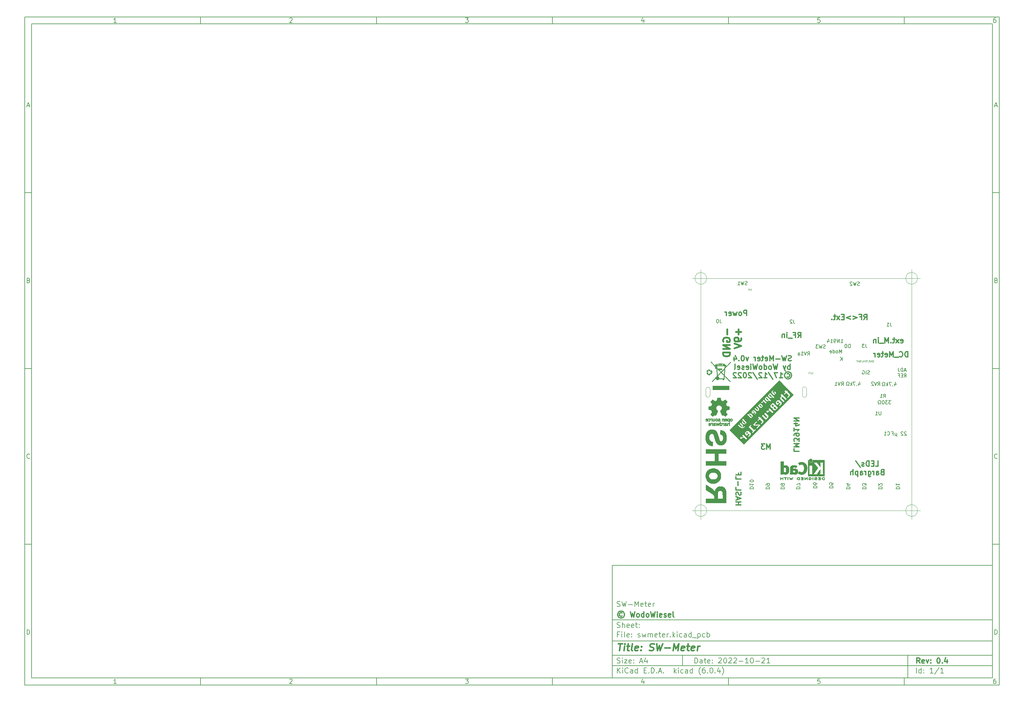
<source format=gbr>
%TF.GenerationSoftware,KiCad,Pcbnew,(6.0.4)*%
%TF.CreationDate,2022-12-17T16:47:49+01:00*%
%TF.ProjectId,swmeter,73776d65-7465-4722-9e6b-696361645f70,0.4*%
%TF.SameCoordinates,PXc0c6960PY8f71310*%
%TF.FileFunction,Legend,Bot*%
%TF.FilePolarity,Positive*%
%FSLAX46Y46*%
G04 Gerber Fmt 4.6, Leading zero omitted, Abs format (unit mm)*
G04 Created by KiCad (PCBNEW (6.0.4)) date 2022-12-17 16:47:49*
%MOMM*%
%LPD*%
G01*
G04 APERTURE LIST*
%ADD10C,0.100000*%
%ADD11C,0.150000*%
%ADD12C,0.300000*%
%ADD13C,0.400000*%
%TA.AperFunction,Profile*%
%ADD14C,0.100000*%
%TD*%
%ADD15C,0.120000*%
%ADD16C,0.500000*%
%ADD17C,0.125000*%
%ADD18C,0.090000*%
%ADD19C,0.010000*%
G04 APERTURE END LIST*
D10*
D11*
X-25137800Y-15597200D02*
X-25137800Y-47597200D01*
X82862200Y-47597200D01*
X82862200Y-15597200D01*
X-25137800Y-15597200D01*
D10*
D11*
X-192140000Y140410000D02*
X-192140000Y-49597200D01*
X84862200Y-49597200D01*
X84862200Y140410000D01*
X-192140000Y140410000D01*
D10*
D11*
X-190140000Y138410000D02*
X-190140000Y-47597200D01*
X82862200Y-47597200D01*
X82862200Y138410000D01*
X-190140000Y138410000D01*
D10*
D11*
X-142140000Y138410000D02*
X-142140000Y140410000D01*
D10*
D11*
X-92140000Y138410000D02*
X-92140000Y140410000D01*
D10*
D11*
X-42140000Y138410000D02*
X-42140000Y140410000D01*
D10*
D11*
X7860000Y138410000D02*
X7860000Y140410000D01*
D10*
D11*
X57860000Y138410000D02*
X57860000Y140410000D01*
D10*
D11*
X-166074524Y138821905D02*
X-166817381Y138821905D01*
X-166445953Y138821905D02*
X-166445953Y140121905D01*
X-166569762Y139936191D01*
X-166693572Y139812381D01*
X-166817381Y139750477D01*
D10*
D11*
X-116817381Y139998096D02*
X-116755477Y140060000D01*
X-116631667Y140121905D01*
X-116322143Y140121905D01*
X-116198334Y140060000D01*
X-116136429Y139998096D01*
X-116074524Y139874286D01*
X-116074524Y139750477D01*
X-116136429Y139564762D01*
X-116879286Y138821905D01*
X-116074524Y138821905D01*
D10*
D11*
X-66879286Y140121905D02*
X-66074524Y140121905D01*
X-66507858Y139626667D01*
X-66322143Y139626667D01*
X-66198334Y139564762D01*
X-66136429Y139502858D01*
X-66074524Y139379048D01*
X-66074524Y139069524D01*
X-66136429Y138945715D01*
X-66198334Y138883810D01*
X-66322143Y138821905D01*
X-66693572Y138821905D01*
X-66817381Y138883810D01*
X-66879286Y138945715D01*
D10*
D11*
X-16198334Y139688572D02*
X-16198334Y138821905D01*
X-16507858Y140183810D02*
X-16817381Y139255239D01*
X-16012620Y139255239D01*
D10*
D11*
X33863571Y140121905D02*
X33244523Y140121905D01*
X33182619Y139502858D01*
X33244523Y139564762D01*
X33368333Y139626667D01*
X33677857Y139626667D01*
X33801666Y139564762D01*
X33863571Y139502858D01*
X33925476Y139379048D01*
X33925476Y139069524D01*
X33863571Y138945715D01*
X33801666Y138883810D01*
X33677857Y138821905D01*
X33368333Y138821905D01*
X33244523Y138883810D01*
X33182619Y138945715D01*
D10*
D11*
X83801666Y140121905D02*
X83554047Y140121905D01*
X83430238Y140060000D01*
X83368333Y139998096D01*
X83244523Y139812381D01*
X83182619Y139564762D01*
X83182619Y139069524D01*
X83244523Y138945715D01*
X83306428Y138883810D01*
X83430238Y138821905D01*
X83677857Y138821905D01*
X83801666Y138883810D01*
X83863571Y138945715D01*
X83925476Y139069524D01*
X83925476Y139379048D01*
X83863571Y139502858D01*
X83801666Y139564762D01*
X83677857Y139626667D01*
X83430238Y139626667D01*
X83306428Y139564762D01*
X83244523Y139502858D01*
X83182619Y139379048D01*
D10*
D11*
X-142140000Y-47597200D02*
X-142140000Y-49597200D01*
D10*
D11*
X-92140000Y-47597200D02*
X-92140000Y-49597200D01*
D10*
D11*
X-42140000Y-47597200D02*
X-42140000Y-49597200D01*
D10*
D11*
X7860000Y-47597200D02*
X7860000Y-49597200D01*
D10*
D11*
X57860000Y-47597200D02*
X57860000Y-49597200D01*
D10*
D11*
X-166074524Y-49185295D02*
X-166817381Y-49185295D01*
X-166445953Y-49185295D02*
X-166445953Y-47885295D01*
X-166569762Y-48071009D01*
X-166693572Y-48194819D01*
X-166817381Y-48256723D01*
D10*
D11*
X-116817381Y-48009104D02*
X-116755477Y-47947200D01*
X-116631667Y-47885295D01*
X-116322143Y-47885295D01*
X-116198334Y-47947200D01*
X-116136429Y-48009104D01*
X-116074524Y-48132914D01*
X-116074524Y-48256723D01*
X-116136429Y-48442438D01*
X-116879286Y-49185295D01*
X-116074524Y-49185295D01*
D10*
D11*
X-66879286Y-47885295D02*
X-66074524Y-47885295D01*
X-66507858Y-48380533D01*
X-66322143Y-48380533D01*
X-66198334Y-48442438D01*
X-66136429Y-48504342D01*
X-66074524Y-48628152D01*
X-66074524Y-48937676D01*
X-66136429Y-49061485D01*
X-66198334Y-49123390D01*
X-66322143Y-49185295D01*
X-66693572Y-49185295D01*
X-66817381Y-49123390D01*
X-66879286Y-49061485D01*
D10*
D11*
X-16198334Y-48318628D02*
X-16198334Y-49185295D01*
X-16507858Y-47823390D02*
X-16817381Y-48751961D01*
X-16012620Y-48751961D01*
D10*
D11*
X33863571Y-47885295D02*
X33244523Y-47885295D01*
X33182619Y-48504342D01*
X33244523Y-48442438D01*
X33368333Y-48380533D01*
X33677857Y-48380533D01*
X33801666Y-48442438D01*
X33863571Y-48504342D01*
X33925476Y-48628152D01*
X33925476Y-48937676D01*
X33863571Y-49061485D01*
X33801666Y-49123390D01*
X33677857Y-49185295D01*
X33368333Y-49185295D01*
X33244523Y-49123390D01*
X33182619Y-49061485D01*
D10*
D11*
X83801666Y-47885295D02*
X83554047Y-47885295D01*
X83430238Y-47947200D01*
X83368333Y-48009104D01*
X83244523Y-48194819D01*
X83182619Y-48442438D01*
X83182619Y-48937676D01*
X83244523Y-49061485D01*
X83306428Y-49123390D01*
X83430238Y-49185295D01*
X83677857Y-49185295D01*
X83801666Y-49123390D01*
X83863571Y-49061485D01*
X83925476Y-48937676D01*
X83925476Y-48628152D01*
X83863571Y-48504342D01*
X83801666Y-48442438D01*
X83677857Y-48380533D01*
X83430238Y-48380533D01*
X83306428Y-48442438D01*
X83244523Y-48504342D01*
X83182619Y-48628152D01*
D10*
D11*
X-192140000Y90410000D02*
X-190140000Y90410000D01*
D10*
D11*
X-192140000Y40410000D02*
X-190140000Y40410000D01*
D10*
D11*
X-192140000Y-9590000D02*
X-190140000Y-9590000D01*
D10*
D11*
X-191449524Y115193334D02*
X-190830477Y115193334D01*
X-191573334Y114821905D02*
X-191140000Y116121905D01*
X-190706667Y114821905D01*
D10*
D11*
X-191047143Y65502858D02*
X-190861429Y65440953D01*
X-190799524Y65379048D01*
X-190737620Y65255239D01*
X-190737620Y65069524D01*
X-190799524Y64945715D01*
X-190861429Y64883810D01*
X-190985239Y64821905D01*
X-191480477Y64821905D01*
X-191480477Y66121905D01*
X-191047143Y66121905D01*
X-190923334Y66060000D01*
X-190861429Y65998096D01*
X-190799524Y65874286D01*
X-190799524Y65750477D01*
X-190861429Y65626667D01*
X-190923334Y65564762D01*
X-191047143Y65502858D01*
X-191480477Y65502858D01*
D10*
D11*
X-190737620Y14945715D02*
X-190799524Y14883810D01*
X-190985239Y14821905D01*
X-191109048Y14821905D01*
X-191294762Y14883810D01*
X-191418572Y15007620D01*
X-191480477Y15131429D01*
X-191542381Y15379048D01*
X-191542381Y15564762D01*
X-191480477Y15812381D01*
X-191418572Y15936191D01*
X-191294762Y16060000D01*
X-191109048Y16121905D01*
X-190985239Y16121905D01*
X-190799524Y16060000D01*
X-190737620Y15998096D01*
D10*
D11*
X-191480477Y-35178095D02*
X-191480477Y-33878095D01*
X-191170953Y-33878095D01*
X-190985239Y-33940000D01*
X-190861429Y-34063809D01*
X-190799524Y-34187619D01*
X-190737620Y-34435238D01*
X-190737620Y-34620952D01*
X-190799524Y-34868571D01*
X-190861429Y-34992380D01*
X-190985239Y-35116190D01*
X-191170953Y-35178095D01*
X-191480477Y-35178095D01*
D10*
D11*
X84862200Y90410000D02*
X82862200Y90410000D01*
D10*
D11*
X84862200Y40410000D02*
X82862200Y40410000D01*
D10*
D11*
X84862200Y-9590000D02*
X82862200Y-9590000D01*
D10*
D11*
X83552676Y115193334D02*
X84171723Y115193334D01*
X83428866Y114821905D02*
X83862200Y116121905D01*
X84295533Y114821905D01*
D10*
D11*
X83955057Y65502858D02*
X84140771Y65440953D01*
X84202676Y65379048D01*
X84264580Y65255239D01*
X84264580Y65069524D01*
X84202676Y64945715D01*
X84140771Y64883810D01*
X84016961Y64821905D01*
X83521723Y64821905D01*
X83521723Y66121905D01*
X83955057Y66121905D01*
X84078866Y66060000D01*
X84140771Y65998096D01*
X84202676Y65874286D01*
X84202676Y65750477D01*
X84140771Y65626667D01*
X84078866Y65564762D01*
X83955057Y65502858D01*
X83521723Y65502858D01*
D10*
D11*
X84264580Y14945715D02*
X84202676Y14883810D01*
X84016961Y14821905D01*
X83893152Y14821905D01*
X83707438Y14883810D01*
X83583628Y15007620D01*
X83521723Y15131429D01*
X83459819Y15379048D01*
X83459819Y15564762D01*
X83521723Y15812381D01*
X83583628Y15936191D01*
X83707438Y16060000D01*
X83893152Y16121905D01*
X84016961Y16121905D01*
X84202676Y16060000D01*
X84264580Y15998096D01*
D10*
D11*
X83521723Y-35178095D02*
X83521723Y-33878095D01*
X83831247Y-33878095D01*
X84016961Y-33940000D01*
X84140771Y-34063809D01*
X84202676Y-34187619D01*
X84264580Y-34435238D01*
X84264580Y-34620952D01*
X84202676Y-34868571D01*
X84140771Y-34992380D01*
X84016961Y-35116190D01*
X83831247Y-35178095D01*
X83521723Y-35178095D01*
D10*
D11*
X-1705658Y-43375771D02*
X-1705658Y-41875771D01*
X-1348515Y-41875771D01*
X-1134229Y-41947200D01*
X-991372Y-42090057D01*
X-919943Y-42232914D01*
X-848515Y-42518628D01*
X-848515Y-42732914D01*
X-919943Y-43018628D01*
X-991372Y-43161485D01*
X-1134229Y-43304342D01*
X-1348515Y-43375771D01*
X-1705658Y-43375771D01*
X437200Y-43375771D02*
X437200Y-42590057D01*
X365771Y-42447200D01*
X222914Y-42375771D01*
X-62800Y-42375771D01*
X-205658Y-42447200D01*
X437200Y-43304342D02*
X294342Y-43375771D01*
X-62800Y-43375771D01*
X-205658Y-43304342D01*
X-277086Y-43161485D01*
X-277086Y-43018628D01*
X-205658Y-42875771D01*
X-62800Y-42804342D01*
X294342Y-42804342D01*
X437200Y-42732914D01*
X937200Y-42375771D02*
X1508628Y-42375771D01*
X1151485Y-41875771D02*
X1151485Y-43161485D01*
X1222914Y-43304342D01*
X1365771Y-43375771D01*
X1508628Y-43375771D01*
X2580057Y-43304342D02*
X2437200Y-43375771D01*
X2151485Y-43375771D01*
X2008628Y-43304342D01*
X1937200Y-43161485D01*
X1937200Y-42590057D01*
X2008628Y-42447200D01*
X2151485Y-42375771D01*
X2437200Y-42375771D01*
X2580057Y-42447200D01*
X2651485Y-42590057D01*
X2651485Y-42732914D01*
X1937200Y-42875771D01*
X3294342Y-43232914D02*
X3365771Y-43304342D01*
X3294342Y-43375771D01*
X3222914Y-43304342D01*
X3294342Y-43232914D01*
X3294342Y-43375771D01*
X3294342Y-42447200D02*
X3365771Y-42518628D01*
X3294342Y-42590057D01*
X3222914Y-42518628D01*
X3294342Y-42447200D01*
X3294342Y-42590057D01*
X5080057Y-42018628D02*
X5151485Y-41947200D01*
X5294342Y-41875771D01*
X5651485Y-41875771D01*
X5794342Y-41947200D01*
X5865771Y-42018628D01*
X5937200Y-42161485D01*
X5937200Y-42304342D01*
X5865771Y-42518628D01*
X5008628Y-43375771D01*
X5937200Y-43375771D01*
X6865771Y-41875771D02*
X7008628Y-41875771D01*
X7151485Y-41947200D01*
X7222914Y-42018628D01*
X7294342Y-42161485D01*
X7365771Y-42447200D01*
X7365771Y-42804342D01*
X7294342Y-43090057D01*
X7222914Y-43232914D01*
X7151485Y-43304342D01*
X7008628Y-43375771D01*
X6865771Y-43375771D01*
X6722914Y-43304342D01*
X6651485Y-43232914D01*
X6580057Y-43090057D01*
X6508628Y-42804342D01*
X6508628Y-42447200D01*
X6580057Y-42161485D01*
X6651485Y-42018628D01*
X6722914Y-41947200D01*
X6865771Y-41875771D01*
X7937200Y-42018628D02*
X8008628Y-41947200D01*
X8151485Y-41875771D01*
X8508628Y-41875771D01*
X8651485Y-41947200D01*
X8722914Y-42018628D01*
X8794342Y-42161485D01*
X8794342Y-42304342D01*
X8722914Y-42518628D01*
X7865771Y-43375771D01*
X8794342Y-43375771D01*
X9365771Y-42018628D02*
X9437200Y-41947200D01*
X9580057Y-41875771D01*
X9937200Y-41875771D01*
X10080057Y-41947200D01*
X10151485Y-42018628D01*
X10222914Y-42161485D01*
X10222914Y-42304342D01*
X10151485Y-42518628D01*
X9294342Y-43375771D01*
X10222914Y-43375771D01*
X10865771Y-42804342D02*
X12008628Y-42804342D01*
X13508628Y-43375771D02*
X12651485Y-43375771D01*
X13080057Y-43375771D02*
X13080057Y-41875771D01*
X12937200Y-42090057D01*
X12794342Y-42232914D01*
X12651485Y-42304342D01*
X14437200Y-41875771D02*
X14580057Y-41875771D01*
X14722914Y-41947200D01*
X14794342Y-42018628D01*
X14865771Y-42161485D01*
X14937200Y-42447200D01*
X14937200Y-42804342D01*
X14865771Y-43090057D01*
X14794342Y-43232914D01*
X14722914Y-43304342D01*
X14580057Y-43375771D01*
X14437200Y-43375771D01*
X14294342Y-43304342D01*
X14222914Y-43232914D01*
X14151485Y-43090057D01*
X14080057Y-42804342D01*
X14080057Y-42447200D01*
X14151485Y-42161485D01*
X14222914Y-42018628D01*
X14294342Y-41947200D01*
X14437200Y-41875771D01*
X15580057Y-42804342D02*
X16722914Y-42804342D01*
X17365771Y-42018628D02*
X17437200Y-41947200D01*
X17580057Y-41875771D01*
X17937200Y-41875771D01*
X18080057Y-41947200D01*
X18151485Y-42018628D01*
X18222914Y-42161485D01*
X18222914Y-42304342D01*
X18151485Y-42518628D01*
X17294342Y-43375771D01*
X18222914Y-43375771D01*
X19651485Y-43375771D02*
X18794342Y-43375771D01*
X19222914Y-43375771D02*
X19222914Y-41875771D01*
X19080057Y-42090057D01*
X18937200Y-42232914D01*
X18794342Y-42304342D01*
D10*
D11*
X-25137800Y-44097200D02*
X82862200Y-44097200D01*
D10*
D11*
X-23705658Y-46175771D02*
X-23705658Y-44675771D01*
X-22848515Y-46175771D02*
X-23491372Y-45318628D01*
X-22848515Y-44675771D02*
X-23705658Y-45532914D01*
X-22205658Y-46175771D02*
X-22205658Y-45175771D01*
X-22205658Y-44675771D02*
X-22277086Y-44747200D01*
X-22205658Y-44818628D01*
X-22134229Y-44747200D01*
X-22205658Y-44675771D01*
X-22205658Y-44818628D01*
X-20634229Y-46032914D02*
X-20705658Y-46104342D01*
X-20919943Y-46175771D01*
X-21062800Y-46175771D01*
X-21277086Y-46104342D01*
X-21419943Y-45961485D01*
X-21491372Y-45818628D01*
X-21562800Y-45532914D01*
X-21562800Y-45318628D01*
X-21491372Y-45032914D01*
X-21419943Y-44890057D01*
X-21277086Y-44747200D01*
X-21062800Y-44675771D01*
X-20919943Y-44675771D01*
X-20705658Y-44747200D01*
X-20634229Y-44818628D01*
X-19348515Y-46175771D02*
X-19348515Y-45390057D01*
X-19419943Y-45247200D01*
X-19562800Y-45175771D01*
X-19848515Y-45175771D01*
X-19991372Y-45247200D01*
X-19348515Y-46104342D02*
X-19491372Y-46175771D01*
X-19848515Y-46175771D01*
X-19991372Y-46104342D01*
X-20062800Y-45961485D01*
X-20062800Y-45818628D01*
X-19991372Y-45675771D01*
X-19848515Y-45604342D01*
X-19491372Y-45604342D01*
X-19348515Y-45532914D01*
X-17991372Y-46175771D02*
X-17991372Y-44675771D01*
X-17991372Y-46104342D02*
X-18134229Y-46175771D01*
X-18419943Y-46175771D01*
X-18562800Y-46104342D01*
X-18634229Y-46032914D01*
X-18705658Y-45890057D01*
X-18705658Y-45461485D01*
X-18634229Y-45318628D01*
X-18562800Y-45247200D01*
X-18419943Y-45175771D01*
X-18134229Y-45175771D01*
X-17991372Y-45247200D01*
X-16134229Y-45390057D02*
X-15634229Y-45390057D01*
X-15419943Y-46175771D02*
X-16134229Y-46175771D01*
X-16134229Y-44675771D01*
X-15419943Y-44675771D01*
X-14777086Y-46032914D02*
X-14705658Y-46104342D01*
X-14777086Y-46175771D01*
X-14848515Y-46104342D01*
X-14777086Y-46032914D01*
X-14777086Y-46175771D01*
X-14062800Y-46175771D02*
X-14062800Y-44675771D01*
X-13705658Y-44675771D01*
X-13491372Y-44747200D01*
X-13348515Y-44890057D01*
X-13277086Y-45032914D01*
X-13205658Y-45318628D01*
X-13205658Y-45532914D01*
X-13277086Y-45818628D01*
X-13348515Y-45961485D01*
X-13491372Y-46104342D01*
X-13705658Y-46175771D01*
X-14062800Y-46175771D01*
X-12562800Y-46032914D02*
X-12491372Y-46104342D01*
X-12562800Y-46175771D01*
X-12634229Y-46104342D01*
X-12562800Y-46032914D01*
X-12562800Y-46175771D01*
X-11919943Y-45747200D02*
X-11205658Y-45747200D01*
X-12062800Y-46175771D02*
X-11562800Y-44675771D01*
X-11062800Y-46175771D01*
X-10562800Y-46032914D02*
X-10491372Y-46104342D01*
X-10562800Y-46175771D01*
X-10634229Y-46104342D01*
X-10562800Y-46032914D01*
X-10562800Y-46175771D01*
X-7562800Y-46175771D02*
X-7562800Y-44675771D01*
X-7419943Y-45604342D02*
X-6991372Y-46175771D01*
X-6991372Y-45175771D02*
X-7562800Y-45747200D01*
X-6348515Y-46175771D02*
X-6348515Y-45175771D01*
X-6348515Y-44675771D02*
X-6419943Y-44747200D01*
X-6348515Y-44818628D01*
X-6277086Y-44747200D01*
X-6348515Y-44675771D01*
X-6348515Y-44818628D01*
X-4991372Y-46104342D02*
X-5134229Y-46175771D01*
X-5419943Y-46175771D01*
X-5562800Y-46104342D01*
X-5634229Y-46032914D01*
X-5705658Y-45890057D01*
X-5705658Y-45461485D01*
X-5634229Y-45318628D01*
X-5562800Y-45247200D01*
X-5419943Y-45175771D01*
X-5134229Y-45175771D01*
X-4991372Y-45247200D01*
X-3705658Y-46175771D02*
X-3705658Y-45390057D01*
X-3777086Y-45247200D01*
X-3919943Y-45175771D01*
X-4205658Y-45175771D01*
X-4348515Y-45247200D01*
X-3705658Y-46104342D02*
X-3848515Y-46175771D01*
X-4205658Y-46175771D01*
X-4348515Y-46104342D01*
X-4419943Y-45961485D01*
X-4419943Y-45818628D01*
X-4348515Y-45675771D01*
X-4205658Y-45604342D01*
X-3848515Y-45604342D01*
X-3705658Y-45532914D01*
X-2348515Y-46175771D02*
X-2348515Y-44675771D01*
X-2348515Y-46104342D02*
X-2491372Y-46175771D01*
X-2777086Y-46175771D01*
X-2919943Y-46104342D01*
X-2991372Y-46032914D01*
X-3062800Y-45890057D01*
X-3062800Y-45461485D01*
X-2991372Y-45318628D01*
X-2919943Y-45247200D01*
X-2777086Y-45175771D01*
X-2491372Y-45175771D01*
X-2348515Y-45247200D01*
X-62800Y-46747200D02*
X-134229Y-46675771D01*
X-277086Y-46461485D01*
X-348515Y-46318628D01*
X-419943Y-46104342D01*
X-491372Y-45747200D01*
X-491372Y-45461485D01*
X-419943Y-45104342D01*
X-348515Y-44890057D01*
X-277086Y-44747200D01*
X-134229Y-44532914D01*
X-62800Y-44461485D01*
X1151485Y-44675771D02*
X865771Y-44675771D01*
X722914Y-44747200D01*
X651485Y-44818628D01*
X508628Y-45032914D01*
X437200Y-45318628D01*
X437200Y-45890057D01*
X508628Y-46032914D01*
X580057Y-46104342D01*
X722914Y-46175771D01*
X1008628Y-46175771D01*
X1151485Y-46104342D01*
X1222914Y-46032914D01*
X1294342Y-45890057D01*
X1294342Y-45532914D01*
X1222914Y-45390057D01*
X1151485Y-45318628D01*
X1008628Y-45247200D01*
X722914Y-45247200D01*
X580057Y-45318628D01*
X508628Y-45390057D01*
X437200Y-45532914D01*
X1937200Y-46032914D02*
X2008628Y-46104342D01*
X1937200Y-46175771D01*
X1865771Y-46104342D01*
X1937200Y-46032914D01*
X1937200Y-46175771D01*
X2937200Y-44675771D02*
X3080057Y-44675771D01*
X3222914Y-44747200D01*
X3294342Y-44818628D01*
X3365771Y-44961485D01*
X3437200Y-45247200D01*
X3437200Y-45604342D01*
X3365771Y-45890057D01*
X3294342Y-46032914D01*
X3222914Y-46104342D01*
X3080057Y-46175771D01*
X2937200Y-46175771D01*
X2794342Y-46104342D01*
X2722914Y-46032914D01*
X2651485Y-45890057D01*
X2580057Y-45604342D01*
X2580057Y-45247200D01*
X2651485Y-44961485D01*
X2722914Y-44818628D01*
X2794342Y-44747200D01*
X2937200Y-44675771D01*
X4080057Y-46032914D02*
X4151485Y-46104342D01*
X4080057Y-46175771D01*
X4008628Y-46104342D01*
X4080057Y-46032914D01*
X4080057Y-46175771D01*
X5437200Y-45175771D02*
X5437200Y-46175771D01*
X5080057Y-44604342D02*
X4722914Y-45675771D01*
X5651485Y-45675771D01*
X6080057Y-46747200D02*
X6151485Y-46675771D01*
X6294342Y-46461485D01*
X6365771Y-46318628D01*
X6437200Y-46104342D01*
X6508628Y-45747200D01*
X6508628Y-45461485D01*
X6437200Y-45104342D01*
X6365771Y-44890057D01*
X6294342Y-44747200D01*
X6151485Y-44532914D01*
X6080057Y-44461485D01*
D10*
D11*
X-25137800Y-41097200D02*
X82862200Y-41097200D01*
D10*
D12*
X62271485Y-43375771D02*
X61771485Y-42661485D01*
X61414342Y-43375771D02*
X61414342Y-41875771D01*
X61985771Y-41875771D01*
X62128628Y-41947200D01*
X62200057Y-42018628D01*
X62271485Y-42161485D01*
X62271485Y-42375771D01*
X62200057Y-42518628D01*
X62128628Y-42590057D01*
X61985771Y-42661485D01*
X61414342Y-42661485D01*
X63485771Y-43304342D02*
X63342914Y-43375771D01*
X63057200Y-43375771D01*
X62914342Y-43304342D01*
X62842914Y-43161485D01*
X62842914Y-42590057D01*
X62914342Y-42447200D01*
X63057200Y-42375771D01*
X63342914Y-42375771D01*
X63485771Y-42447200D01*
X63557200Y-42590057D01*
X63557200Y-42732914D01*
X62842914Y-42875771D01*
X64057200Y-42375771D02*
X64414342Y-43375771D01*
X64771485Y-42375771D01*
X65342914Y-43232914D02*
X65414342Y-43304342D01*
X65342914Y-43375771D01*
X65271485Y-43304342D01*
X65342914Y-43232914D01*
X65342914Y-43375771D01*
X65342914Y-42447200D02*
X65414342Y-42518628D01*
X65342914Y-42590057D01*
X65271485Y-42518628D01*
X65342914Y-42447200D01*
X65342914Y-42590057D01*
X67485771Y-41875771D02*
X67628628Y-41875771D01*
X67771485Y-41947200D01*
X67842914Y-42018628D01*
X67914342Y-42161485D01*
X67985771Y-42447200D01*
X67985771Y-42804342D01*
X67914342Y-43090057D01*
X67842914Y-43232914D01*
X67771485Y-43304342D01*
X67628628Y-43375771D01*
X67485771Y-43375771D01*
X67342914Y-43304342D01*
X67271485Y-43232914D01*
X67200057Y-43090057D01*
X67128628Y-42804342D01*
X67128628Y-42447200D01*
X67200057Y-42161485D01*
X67271485Y-42018628D01*
X67342914Y-41947200D01*
X67485771Y-41875771D01*
X68628628Y-43232914D02*
X68700057Y-43304342D01*
X68628628Y-43375771D01*
X68557200Y-43304342D01*
X68628628Y-43232914D01*
X68628628Y-43375771D01*
X69985771Y-42375771D02*
X69985771Y-43375771D01*
X69628628Y-41804342D02*
X69271485Y-42875771D01*
X70200057Y-42875771D01*
D10*
D11*
X-23777086Y-43304342D02*
X-23562800Y-43375771D01*
X-23205658Y-43375771D01*
X-23062800Y-43304342D01*
X-22991372Y-43232914D01*
X-22919943Y-43090057D01*
X-22919943Y-42947200D01*
X-22991372Y-42804342D01*
X-23062800Y-42732914D01*
X-23205658Y-42661485D01*
X-23491372Y-42590057D01*
X-23634229Y-42518628D01*
X-23705658Y-42447200D01*
X-23777086Y-42304342D01*
X-23777086Y-42161485D01*
X-23705658Y-42018628D01*
X-23634229Y-41947200D01*
X-23491372Y-41875771D01*
X-23134229Y-41875771D01*
X-22919943Y-41947200D01*
X-22277086Y-43375771D02*
X-22277086Y-42375771D01*
X-22277086Y-41875771D02*
X-22348515Y-41947200D01*
X-22277086Y-42018628D01*
X-22205658Y-41947200D01*
X-22277086Y-41875771D01*
X-22277086Y-42018628D01*
X-21705658Y-42375771D02*
X-20919943Y-42375771D01*
X-21705658Y-43375771D01*
X-20919943Y-43375771D01*
X-19777086Y-43304342D02*
X-19919943Y-43375771D01*
X-20205658Y-43375771D01*
X-20348515Y-43304342D01*
X-20419943Y-43161485D01*
X-20419943Y-42590057D01*
X-20348515Y-42447200D01*
X-20205658Y-42375771D01*
X-19919943Y-42375771D01*
X-19777086Y-42447200D01*
X-19705658Y-42590057D01*
X-19705658Y-42732914D01*
X-20419943Y-42875771D01*
X-19062800Y-43232914D02*
X-18991372Y-43304342D01*
X-19062800Y-43375771D01*
X-19134229Y-43304342D01*
X-19062800Y-43232914D01*
X-19062800Y-43375771D01*
X-19062800Y-42447200D02*
X-18991372Y-42518628D01*
X-19062800Y-42590057D01*
X-19134229Y-42518628D01*
X-19062800Y-42447200D01*
X-19062800Y-42590057D01*
X-17277086Y-42947200D02*
X-16562800Y-42947200D01*
X-17419943Y-43375771D02*
X-16919943Y-41875771D01*
X-16419943Y-43375771D01*
X-15277086Y-42375771D02*
X-15277086Y-43375771D01*
X-15634229Y-41804342D02*
X-15991372Y-42875771D01*
X-15062800Y-42875771D01*
D10*
D11*
X61294342Y-46175771D02*
X61294342Y-44675771D01*
X62651485Y-46175771D02*
X62651485Y-44675771D01*
X62651485Y-46104342D02*
X62508628Y-46175771D01*
X62222914Y-46175771D01*
X62080057Y-46104342D01*
X62008628Y-46032914D01*
X61937200Y-45890057D01*
X61937200Y-45461485D01*
X62008628Y-45318628D01*
X62080057Y-45247200D01*
X62222914Y-45175771D01*
X62508628Y-45175771D01*
X62651485Y-45247200D01*
X63365771Y-46032914D02*
X63437200Y-46104342D01*
X63365771Y-46175771D01*
X63294342Y-46104342D01*
X63365771Y-46032914D01*
X63365771Y-46175771D01*
X63365771Y-45247200D02*
X63437200Y-45318628D01*
X63365771Y-45390057D01*
X63294342Y-45318628D01*
X63365771Y-45247200D01*
X63365771Y-45390057D01*
X66008628Y-46175771D02*
X65151485Y-46175771D01*
X65580057Y-46175771D02*
X65580057Y-44675771D01*
X65437200Y-44890057D01*
X65294342Y-45032914D01*
X65151485Y-45104342D01*
X67722914Y-44604342D02*
X66437200Y-46532914D01*
X69008628Y-46175771D02*
X68151485Y-46175771D01*
X68580057Y-46175771D02*
X68580057Y-44675771D01*
X68437200Y-44890057D01*
X68294342Y-45032914D01*
X68151485Y-45104342D01*
D10*
D11*
X-25137800Y-37097200D02*
X82862200Y-37097200D01*
D10*
D13*
X-23425420Y-37801961D02*
X-22282562Y-37801961D01*
X-23103991Y-39801961D02*
X-22853991Y-37801961D01*
X-21865896Y-39801961D02*
X-21699229Y-38468628D01*
X-21615896Y-37801961D02*
X-21723039Y-37897200D01*
X-21639705Y-37992438D01*
X-21532562Y-37897200D01*
X-21615896Y-37801961D01*
X-21639705Y-37992438D01*
X-21032562Y-38468628D02*
X-20270658Y-38468628D01*
X-20663515Y-37801961D02*
X-20877800Y-39516247D01*
X-20806372Y-39706723D01*
X-20627800Y-39801961D01*
X-20437324Y-39801961D01*
X-19484943Y-39801961D02*
X-19663515Y-39706723D01*
X-19734943Y-39516247D01*
X-19520658Y-37801961D01*
X-17949229Y-39706723D02*
X-18151610Y-39801961D01*
X-18532562Y-39801961D01*
X-18711134Y-39706723D01*
X-18782562Y-39516247D01*
X-18687324Y-38754342D01*
X-18568277Y-38563866D01*
X-18365896Y-38468628D01*
X-17984943Y-38468628D01*
X-17806372Y-38563866D01*
X-17734943Y-38754342D01*
X-17758753Y-38944819D01*
X-18734943Y-39135295D01*
X-16984943Y-39611485D02*
X-16901610Y-39706723D01*
X-17008753Y-39801961D01*
X-17092086Y-39706723D01*
X-16984943Y-39611485D01*
X-17008753Y-39801961D01*
X-16853991Y-38563866D02*
X-16770658Y-38659104D01*
X-16877800Y-38754342D01*
X-16961134Y-38659104D01*
X-16853991Y-38563866D01*
X-16877800Y-38754342D01*
X-14615896Y-39706723D02*
X-14342086Y-39801961D01*
X-13865896Y-39801961D01*
X-13663515Y-39706723D01*
X-13556372Y-39611485D01*
X-13437324Y-39421009D01*
X-13413515Y-39230533D01*
X-13484943Y-39040057D01*
X-13568277Y-38944819D01*
X-13746848Y-38849580D01*
X-14115896Y-38754342D01*
X-14294467Y-38659104D01*
X-14377800Y-38563866D01*
X-14449229Y-38373390D01*
X-14425420Y-38182914D01*
X-14306372Y-37992438D01*
X-14199229Y-37897200D01*
X-13996848Y-37801961D01*
X-13520658Y-37801961D01*
X-13246848Y-37897200D01*
X-12568277Y-37801961D02*
X-12342086Y-39801961D01*
X-11782562Y-38373390D01*
X-11580181Y-39801961D01*
X-10853991Y-37801961D01*
X-10246848Y-39040057D02*
X-8723039Y-39040057D01*
X-7865896Y-39801961D02*
X-7615896Y-37801961D01*
X-7127800Y-39230533D01*
X-6282562Y-37801961D01*
X-6532562Y-39801961D01*
X-4806372Y-39706723D02*
X-5008753Y-39801961D01*
X-5389705Y-39801961D01*
X-5568277Y-39706723D01*
X-5639705Y-39516247D01*
X-5544467Y-38754342D01*
X-5425420Y-38563866D01*
X-5223039Y-38468628D01*
X-4842086Y-38468628D01*
X-4663515Y-38563866D01*
X-4592086Y-38754342D01*
X-4615896Y-38944819D01*
X-5592086Y-39135295D01*
X-3984943Y-38468628D02*
X-3223039Y-38468628D01*
X-3615896Y-37801961D02*
X-3830181Y-39516247D01*
X-3758753Y-39706723D01*
X-3580181Y-39801961D01*
X-3389705Y-39801961D01*
X-1949229Y-39706723D02*
X-2151610Y-39801961D01*
X-2532562Y-39801961D01*
X-2711134Y-39706723D01*
X-2782562Y-39516247D01*
X-2687324Y-38754342D01*
X-2568277Y-38563866D01*
X-2365896Y-38468628D01*
X-1984943Y-38468628D01*
X-1806372Y-38563866D01*
X-1734943Y-38754342D01*
X-1758753Y-38944819D01*
X-2734943Y-39135295D01*
X-1008753Y-39801961D02*
X-842086Y-38468628D01*
X-889705Y-38849580D02*
X-770658Y-38659104D01*
X-663515Y-38563866D01*
X-461134Y-38468628D01*
X-270658Y-38468628D01*
D10*
D11*
X-23205658Y-35190057D02*
X-23705658Y-35190057D01*
X-23705658Y-35975771D02*
X-23705658Y-34475771D01*
X-22991372Y-34475771D01*
X-22419943Y-35975771D02*
X-22419943Y-34975771D01*
X-22419943Y-34475771D02*
X-22491372Y-34547200D01*
X-22419943Y-34618628D01*
X-22348515Y-34547200D01*
X-22419943Y-34475771D01*
X-22419943Y-34618628D01*
X-21491372Y-35975771D02*
X-21634229Y-35904342D01*
X-21705658Y-35761485D01*
X-21705658Y-34475771D01*
X-20348515Y-35904342D02*
X-20491372Y-35975771D01*
X-20777086Y-35975771D01*
X-20919943Y-35904342D01*
X-20991372Y-35761485D01*
X-20991372Y-35190057D01*
X-20919943Y-35047200D01*
X-20777086Y-34975771D01*
X-20491372Y-34975771D01*
X-20348515Y-35047200D01*
X-20277086Y-35190057D01*
X-20277086Y-35332914D01*
X-20991372Y-35475771D01*
X-19634229Y-35832914D02*
X-19562800Y-35904342D01*
X-19634229Y-35975771D01*
X-19705658Y-35904342D01*
X-19634229Y-35832914D01*
X-19634229Y-35975771D01*
X-19634229Y-35047200D02*
X-19562800Y-35118628D01*
X-19634229Y-35190057D01*
X-19705658Y-35118628D01*
X-19634229Y-35047200D01*
X-19634229Y-35190057D01*
X-17848515Y-35904342D02*
X-17705658Y-35975771D01*
X-17419943Y-35975771D01*
X-17277086Y-35904342D01*
X-17205658Y-35761485D01*
X-17205658Y-35690057D01*
X-17277086Y-35547200D01*
X-17419943Y-35475771D01*
X-17634229Y-35475771D01*
X-17777086Y-35404342D01*
X-17848515Y-35261485D01*
X-17848515Y-35190057D01*
X-17777086Y-35047200D01*
X-17634229Y-34975771D01*
X-17419943Y-34975771D01*
X-17277086Y-35047200D01*
X-16705658Y-34975771D02*
X-16419943Y-35975771D01*
X-16134229Y-35261485D01*
X-15848515Y-35975771D01*
X-15562800Y-34975771D01*
X-14991372Y-35975771D02*
X-14991372Y-34975771D01*
X-14991372Y-35118628D02*
X-14919943Y-35047200D01*
X-14777086Y-34975771D01*
X-14562800Y-34975771D01*
X-14419943Y-35047200D01*
X-14348515Y-35190057D01*
X-14348515Y-35975771D01*
X-14348515Y-35190057D02*
X-14277086Y-35047200D01*
X-14134229Y-34975771D01*
X-13919943Y-34975771D01*
X-13777086Y-35047200D01*
X-13705658Y-35190057D01*
X-13705658Y-35975771D01*
X-12419943Y-35904342D02*
X-12562800Y-35975771D01*
X-12848515Y-35975771D01*
X-12991372Y-35904342D01*
X-13062800Y-35761485D01*
X-13062800Y-35190057D01*
X-12991372Y-35047200D01*
X-12848515Y-34975771D01*
X-12562800Y-34975771D01*
X-12419943Y-35047200D01*
X-12348515Y-35190057D01*
X-12348515Y-35332914D01*
X-13062800Y-35475771D01*
X-11919943Y-34975771D02*
X-11348515Y-34975771D01*
X-11705658Y-34475771D02*
X-11705658Y-35761485D01*
X-11634229Y-35904342D01*
X-11491372Y-35975771D01*
X-11348515Y-35975771D01*
X-10277086Y-35904342D02*
X-10419943Y-35975771D01*
X-10705658Y-35975771D01*
X-10848515Y-35904342D01*
X-10919943Y-35761485D01*
X-10919943Y-35190057D01*
X-10848515Y-35047200D01*
X-10705658Y-34975771D01*
X-10419943Y-34975771D01*
X-10277086Y-35047200D01*
X-10205658Y-35190057D01*
X-10205658Y-35332914D01*
X-10919943Y-35475771D01*
X-9562800Y-35975771D02*
X-9562800Y-34975771D01*
X-9562800Y-35261485D02*
X-9491372Y-35118628D01*
X-9419943Y-35047200D01*
X-9277086Y-34975771D01*
X-9134229Y-34975771D01*
X-8634229Y-35832914D02*
X-8562800Y-35904342D01*
X-8634229Y-35975771D01*
X-8705658Y-35904342D01*
X-8634229Y-35832914D01*
X-8634229Y-35975771D01*
X-7919943Y-35975771D02*
X-7919943Y-34475771D01*
X-7777086Y-35404342D02*
X-7348515Y-35975771D01*
X-7348515Y-34975771D02*
X-7919943Y-35547200D01*
X-6705658Y-35975771D02*
X-6705658Y-34975771D01*
X-6705658Y-34475771D02*
X-6777086Y-34547200D01*
X-6705658Y-34618628D01*
X-6634229Y-34547200D01*
X-6705658Y-34475771D01*
X-6705658Y-34618628D01*
X-5348515Y-35904342D02*
X-5491372Y-35975771D01*
X-5777086Y-35975771D01*
X-5919943Y-35904342D01*
X-5991372Y-35832914D01*
X-6062800Y-35690057D01*
X-6062800Y-35261485D01*
X-5991372Y-35118628D01*
X-5919943Y-35047200D01*
X-5777086Y-34975771D01*
X-5491372Y-34975771D01*
X-5348515Y-35047200D01*
X-4062800Y-35975771D02*
X-4062800Y-35190057D01*
X-4134229Y-35047200D01*
X-4277086Y-34975771D01*
X-4562800Y-34975771D01*
X-4705658Y-35047200D01*
X-4062800Y-35904342D02*
X-4205658Y-35975771D01*
X-4562800Y-35975771D01*
X-4705658Y-35904342D01*
X-4777086Y-35761485D01*
X-4777086Y-35618628D01*
X-4705658Y-35475771D01*
X-4562800Y-35404342D01*
X-4205658Y-35404342D01*
X-4062800Y-35332914D01*
X-2705658Y-35975771D02*
X-2705658Y-34475771D01*
X-2705658Y-35904342D02*
X-2848515Y-35975771D01*
X-3134229Y-35975771D01*
X-3277086Y-35904342D01*
X-3348515Y-35832914D01*
X-3419943Y-35690057D01*
X-3419943Y-35261485D01*
X-3348515Y-35118628D01*
X-3277086Y-35047200D01*
X-3134229Y-34975771D01*
X-2848515Y-34975771D01*
X-2705658Y-35047200D01*
X-2348515Y-36118628D02*
X-1205658Y-36118628D01*
X-848515Y-34975771D02*
X-848515Y-36475771D01*
X-848515Y-35047200D02*
X-705658Y-34975771D01*
X-419943Y-34975771D01*
X-277086Y-35047200D01*
X-205658Y-35118628D01*
X-134229Y-35261485D01*
X-134229Y-35690057D01*
X-205658Y-35832914D01*
X-277086Y-35904342D01*
X-419943Y-35975771D01*
X-705658Y-35975771D01*
X-848515Y-35904342D01*
X1151485Y-35904342D02*
X1008628Y-35975771D01*
X722914Y-35975771D01*
X580057Y-35904342D01*
X508628Y-35832914D01*
X437200Y-35690057D01*
X437200Y-35261485D01*
X508628Y-35118628D01*
X580057Y-35047200D01*
X722914Y-34975771D01*
X1008628Y-34975771D01*
X1151485Y-35047200D01*
X1794342Y-35975771D02*
X1794342Y-34475771D01*
X1794342Y-35047200D02*
X1937200Y-34975771D01*
X2222914Y-34975771D01*
X2365771Y-35047200D01*
X2437200Y-35118628D01*
X2508628Y-35261485D01*
X2508628Y-35690057D01*
X2437200Y-35832914D01*
X2365771Y-35904342D01*
X2222914Y-35975771D01*
X1937200Y-35975771D01*
X1794342Y-35904342D01*
D10*
D11*
X-25137800Y-31097200D02*
X82862200Y-31097200D01*
D10*
D11*
X-23777086Y-33204342D02*
X-23562800Y-33275771D01*
X-23205658Y-33275771D01*
X-23062800Y-33204342D01*
X-22991372Y-33132914D01*
X-22919943Y-32990057D01*
X-22919943Y-32847200D01*
X-22991372Y-32704342D01*
X-23062800Y-32632914D01*
X-23205658Y-32561485D01*
X-23491372Y-32490057D01*
X-23634229Y-32418628D01*
X-23705658Y-32347200D01*
X-23777086Y-32204342D01*
X-23777086Y-32061485D01*
X-23705658Y-31918628D01*
X-23634229Y-31847200D01*
X-23491372Y-31775771D01*
X-23134229Y-31775771D01*
X-22919943Y-31847200D01*
X-22277086Y-33275771D02*
X-22277086Y-31775771D01*
X-21634229Y-33275771D02*
X-21634229Y-32490057D01*
X-21705658Y-32347200D01*
X-21848515Y-32275771D01*
X-22062800Y-32275771D01*
X-22205658Y-32347200D01*
X-22277086Y-32418628D01*
X-20348515Y-33204342D02*
X-20491372Y-33275771D01*
X-20777086Y-33275771D01*
X-20919943Y-33204342D01*
X-20991372Y-33061485D01*
X-20991372Y-32490057D01*
X-20919943Y-32347200D01*
X-20777086Y-32275771D01*
X-20491372Y-32275771D01*
X-20348515Y-32347200D01*
X-20277086Y-32490057D01*
X-20277086Y-32632914D01*
X-20991372Y-32775771D01*
X-19062800Y-33204342D02*
X-19205658Y-33275771D01*
X-19491372Y-33275771D01*
X-19634229Y-33204342D01*
X-19705658Y-33061485D01*
X-19705658Y-32490057D01*
X-19634229Y-32347200D01*
X-19491372Y-32275771D01*
X-19205658Y-32275771D01*
X-19062800Y-32347200D01*
X-18991372Y-32490057D01*
X-18991372Y-32632914D01*
X-19705658Y-32775771D01*
X-18562800Y-32275771D02*
X-17991372Y-32275771D01*
X-18348515Y-31775771D02*
X-18348515Y-33061485D01*
X-18277086Y-33204342D01*
X-18134229Y-33275771D01*
X-17991372Y-33275771D01*
X-17491372Y-33132914D02*
X-17419943Y-33204342D01*
X-17491372Y-33275771D01*
X-17562800Y-33204342D01*
X-17491372Y-33132914D01*
X-17491372Y-33275771D01*
X-17491372Y-32347200D02*
X-17419943Y-32418628D01*
X-17491372Y-32490057D01*
X-17562800Y-32418628D01*
X-17491372Y-32347200D01*
X-17491372Y-32490057D01*
D10*
D12*
X-22371372Y-29132914D02*
X-22514229Y-29061485D01*
X-22799943Y-29061485D01*
X-22942800Y-29132914D01*
X-23085658Y-29275771D01*
X-23157086Y-29418628D01*
X-23157086Y-29704342D01*
X-23085658Y-29847200D01*
X-22942800Y-29990057D01*
X-22799943Y-30061485D01*
X-22514229Y-30061485D01*
X-22371372Y-29990057D01*
X-22657086Y-28561485D02*
X-23014229Y-28632914D01*
X-23371372Y-28847200D01*
X-23585658Y-29204342D01*
X-23657086Y-29561485D01*
X-23585658Y-29918628D01*
X-23371372Y-30275771D01*
X-23014229Y-30490057D01*
X-22657086Y-30561485D01*
X-22299943Y-30490057D01*
X-21942800Y-30275771D01*
X-21728515Y-29918628D01*
X-21657086Y-29561485D01*
X-21728515Y-29204342D01*
X-21942800Y-28847200D01*
X-22299943Y-28632914D01*
X-22657086Y-28561485D01*
X-20014229Y-28775771D02*
X-19657086Y-30275771D01*
X-19371372Y-29204342D01*
X-19085658Y-30275771D01*
X-18728515Y-28775771D01*
X-17942800Y-30275771D02*
X-18085658Y-30204342D01*
X-18157086Y-30132914D01*
X-18228515Y-29990057D01*
X-18228515Y-29561485D01*
X-18157086Y-29418628D01*
X-18085658Y-29347200D01*
X-17942800Y-29275771D01*
X-17728515Y-29275771D01*
X-17585658Y-29347200D01*
X-17514229Y-29418628D01*
X-17442800Y-29561485D01*
X-17442800Y-29990057D01*
X-17514229Y-30132914D01*
X-17585658Y-30204342D01*
X-17728515Y-30275771D01*
X-17942800Y-30275771D01*
X-16157086Y-30275771D02*
X-16157086Y-28775771D01*
X-16157086Y-30204342D02*
X-16299943Y-30275771D01*
X-16585658Y-30275771D01*
X-16728515Y-30204342D01*
X-16799943Y-30132914D01*
X-16871372Y-29990057D01*
X-16871372Y-29561485D01*
X-16799943Y-29418628D01*
X-16728515Y-29347200D01*
X-16585658Y-29275771D01*
X-16299943Y-29275771D01*
X-16157086Y-29347200D01*
X-15228515Y-30275771D02*
X-15371372Y-30204342D01*
X-15442800Y-30132914D01*
X-15514229Y-29990057D01*
X-15514229Y-29561485D01*
X-15442800Y-29418628D01*
X-15371372Y-29347200D01*
X-15228515Y-29275771D01*
X-15014229Y-29275771D01*
X-14871372Y-29347200D01*
X-14799943Y-29418628D01*
X-14728515Y-29561485D01*
X-14728515Y-29990057D01*
X-14799943Y-30132914D01*
X-14871372Y-30204342D01*
X-15014229Y-30275771D01*
X-15228515Y-30275771D01*
X-14228515Y-28775771D02*
X-13871372Y-30275771D01*
X-13585658Y-29204342D01*
X-13299943Y-30275771D01*
X-12942800Y-28775771D01*
X-12371372Y-30275771D02*
X-12371372Y-29275771D01*
X-12371372Y-28775771D02*
X-12442800Y-28847200D01*
X-12371372Y-28918628D01*
X-12299943Y-28847200D01*
X-12371372Y-28775771D01*
X-12371372Y-28918628D01*
X-11085658Y-30204342D02*
X-11228515Y-30275771D01*
X-11514229Y-30275771D01*
X-11657086Y-30204342D01*
X-11728515Y-30061485D01*
X-11728515Y-29490057D01*
X-11657086Y-29347200D01*
X-11514229Y-29275771D01*
X-11228515Y-29275771D01*
X-11085658Y-29347200D01*
X-11014229Y-29490057D01*
X-11014229Y-29632914D01*
X-11728515Y-29775771D01*
X-10442800Y-30204342D02*
X-10299943Y-30275771D01*
X-10014229Y-30275771D01*
X-9871372Y-30204342D01*
X-9799943Y-30061485D01*
X-9799943Y-29990057D01*
X-9871372Y-29847200D01*
X-10014229Y-29775771D01*
X-10228515Y-29775771D01*
X-10371372Y-29704342D01*
X-10442800Y-29561485D01*
X-10442800Y-29490057D01*
X-10371372Y-29347200D01*
X-10228515Y-29275771D01*
X-10014229Y-29275771D01*
X-9871372Y-29347200D01*
X-8585658Y-30204342D02*
X-8728515Y-30275771D01*
X-9014229Y-30275771D01*
X-9157086Y-30204342D01*
X-9228515Y-30061485D01*
X-9228515Y-29490057D01*
X-9157086Y-29347200D01*
X-9014229Y-29275771D01*
X-8728515Y-29275771D01*
X-8585658Y-29347200D01*
X-8514229Y-29490057D01*
X-8514229Y-29632914D01*
X-9228515Y-29775771D01*
X-7657086Y-30275771D02*
X-7799943Y-30204342D01*
X-7871372Y-30061485D01*
X-7871372Y-28775771D01*
D10*
D11*
X-23777086Y-27204342D02*
X-23562800Y-27275771D01*
X-23205658Y-27275771D01*
X-23062800Y-27204342D01*
X-22991372Y-27132914D01*
X-22919943Y-26990057D01*
X-22919943Y-26847200D01*
X-22991372Y-26704342D01*
X-23062800Y-26632914D01*
X-23205658Y-26561485D01*
X-23491372Y-26490057D01*
X-23634229Y-26418628D01*
X-23705658Y-26347200D01*
X-23777086Y-26204342D01*
X-23777086Y-26061485D01*
X-23705658Y-25918628D01*
X-23634229Y-25847200D01*
X-23491372Y-25775771D01*
X-23134229Y-25775771D01*
X-22919943Y-25847200D01*
X-22419943Y-25775771D02*
X-22062800Y-27275771D01*
X-21777086Y-26204342D01*
X-21491372Y-27275771D01*
X-21134229Y-25775771D01*
X-20562800Y-26704342D02*
X-19419943Y-26704342D01*
X-18705658Y-27275771D02*
X-18705658Y-25775771D01*
X-18205658Y-26847200D01*
X-17705658Y-25775771D01*
X-17705658Y-27275771D01*
X-16419943Y-27204342D02*
X-16562800Y-27275771D01*
X-16848515Y-27275771D01*
X-16991372Y-27204342D01*
X-17062800Y-27061485D01*
X-17062800Y-26490057D01*
X-16991372Y-26347200D01*
X-16848515Y-26275771D01*
X-16562800Y-26275771D01*
X-16419943Y-26347200D01*
X-16348515Y-26490057D01*
X-16348515Y-26632914D01*
X-17062800Y-26775771D01*
X-15919943Y-26275771D02*
X-15348515Y-26275771D01*
X-15705658Y-25775771D02*
X-15705658Y-27061485D01*
X-15634229Y-27204342D01*
X-15491372Y-27275771D01*
X-15348515Y-27275771D01*
X-14277086Y-27204342D02*
X-14419943Y-27275771D01*
X-14705658Y-27275771D01*
X-14848515Y-27204342D01*
X-14919943Y-27061485D01*
X-14919943Y-26490057D01*
X-14848515Y-26347200D01*
X-14705658Y-26275771D01*
X-14419943Y-26275771D01*
X-14277086Y-26347200D01*
X-14205658Y-26490057D01*
X-14205658Y-26632914D01*
X-14919943Y-26775771D01*
X-13562800Y-27275771D02*
X-13562800Y-26275771D01*
X-13562800Y-26561485D02*
X-13491372Y-26418628D01*
X-13419943Y-26347200D01*
X-13277086Y-26275771D01*
X-13134229Y-26275771D01*
D10*
D11*
D10*
D11*
D10*
D11*
D10*
D11*
X-5137800Y-41097200D02*
X-5137800Y-44097200D01*
D10*
D11*
X58862200Y-41097200D02*
X58862200Y-47597200D01*
D14*
X30060000Y34610000D02*
G75*
G03*
X28860000Y34610000I-600000J0D01*
G01*
X59970000Y66020000D02*
X0Y66020000D01*
X0Y66020000D02*
X0Y0D01*
X0Y0D02*
X59970000Y0D01*
X59970000Y0D02*
X59970000Y66020000D01*
X28860000Y32810000D02*
G75*
G03*
X30060000Y32810000I600000J0D01*
G01*
X2610000Y34630000D02*
X2610000Y32830000D01*
X28860000Y34610000D02*
X28860000Y32810000D01*
X2610000Y34630000D02*
G75*
G03*
X1410000Y34630000I-600000J-97600D01*
G01*
X30060000Y34610000D02*
X30060000Y32810000D01*
X1410000Y32830000D02*
G75*
G03*
X2610000Y32830000I600000J0D01*
G01*
X1410000Y34630000D02*
X1410000Y32830000D01*
D12*
X25698571Y42647858D02*
X25484285Y42576429D01*
X25127142Y42576429D01*
X24984285Y42647858D01*
X24912857Y42719286D01*
X24841428Y42862143D01*
X24841428Y43005000D01*
X24912857Y43147858D01*
X24984285Y43219286D01*
X25127142Y43290715D01*
X25412857Y43362143D01*
X25555714Y43433572D01*
X25627142Y43505000D01*
X25698571Y43647858D01*
X25698571Y43790715D01*
X25627142Y43933572D01*
X25555714Y44005000D01*
X25412857Y44076429D01*
X25055714Y44076429D01*
X24841428Y44005000D01*
X24341428Y44076429D02*
X23984285Y42576429D01*
X23698571Y43647858D01*
X23412857Y42576429D01*
X23055714Y44076429D01*
X22484285Y43147858D02*
X21341428Y43147858D01*
X20627142Y42576429D02*
X20627142Y44076429D01*
X20127142Y43005000D01*
X19627142Y44076429D01*
X19627142Y42576429D01*
X18341428Y42647858D02*
X18484285Y42576429D01*
X18770000Y42576429D01*
X18912857Y42647858D01*
X18984285Y42790715D01*
X18984285Y43362143D01*
X18912857Y43505000D01*
X18770000Y43576429D01*
X18484285Y43576429D01*
X18341428Y43505000D01*
X18270000Y43362143D01*
X18270000Y43219286D01*
X18984285Y43076429D01*
X17841428Y43576429D02*
X17270000Y43576429D01*
X17627142Y44076429D02*
X17627142Y42790715D01*
X17555714Y42647858D01*
X17412857Y42576429D01*
X17270000Y42576429D01*
X16198571Y42647858D02*
X16341428Y42576429D01*
X16627142Y42576429D01*
X16770000Y42647858D01*
X16841428Y42790715D01*
X16841428Y43362143D01*
X16770000Y43505000D01*
X16627142Y43576429D01*
X16341428Y43576429D01*
X16198571Y43505000D01*
X16127142Y43362143D01*
X16127142Y43219286D01*
X16841428Y43076429D01*
X15484285Y42576429D02*
X15484285Y43576429D01*
X15484285Y43290715D02*
X15412857Y43433572D01*
X15341428Y43505000D01*
X15198571Y43576429D01*
X15055714Y43576429D01*
X13555714Y43576429D02*
X13198571Y42576429D01*
X12841428Y43576429D01*
X11984285Y44076429D02*
X11841428Y44076429D01*
X11698571Y44005000D01*
X11627142Y43933572D01*
X11555714Y43790715D01*
X11484285Y43505000D01*
X11484285Y43147858D01*
X11555714Y42862143D01*
X11627142Y42719286D01*
X11698571Y42647858D01*
X11841428Y42576429D01*
X11984285Y42576429D01*
X12127142Y42647858D01*
X12198571Y42719286D01*
X12270000Y42862143D01*
X12341428Y43147858D01*
X12341428Y43505000D01*
X12270000Y43790715D01*
X12198571Y43933572D01*
X12127142Y44005000D01*
X11984285Y44076429D01*
X10841428Y42719286D02*
X10770000Y42647858D01*
X10841428Y42576429D01*
X10912857Y42647858D01*
X10841428Y42719286D01*
X10841428Y42576429D01*
X9484285Y43576429D02*
X9484285Y42576429D01*
X9841428Y44147858D02*
X10198571Y43076429D01*
X9270000Y43076429D01*
X25377142Y40161429D02*
X25377142Y41661429D01*
X25377142Y41090000D02*
X25234285Y41161429D01*
X24948571Y41161429D01*
X24805714Y41090000D01*
X24734285Y41018572D01*
X24662857Y40875715D01*
X24662857Y40447143D01*
X24734285Y40304286D01*
X24805714Y40232858D01*
X24948571Y40161429D01*
X25234285Y40161429D01*
X25377142Y40232858D01*
X24162857Y41161429D02*
X23805714Y40161429D01*
X23448571Y41161429D02*
X23805714Y40161429D01*
X23948571Y39804286D01*
X24020000Y39732858D01*
X24162857Y39661429D01*
X21877142Y41661429D02*
X21520000Y40161429D01*
X21234285Y41232858D01*
X20948571Y40161429D01*
X20591428Y41661429D01*
X19805714Y40161429D02*
X19948571Y40232858D01*
X20020000Y40304286D01*
X20091428Y40447143D01*
X20091428Y40875715D01*
X20020000Y41018572D01*
X19948571Y41090000D01*
X19805714Y41161429D01*
X19591428Y41161429D01*
X19448571Y41090000D01*
X19377142Y41018572D01*
X19305714Y40875715D01*
X19305714Y40447143D01*
X19377142Y40304286D01*
X19448571Y40232858D01*
X19591428Y40161429D01*
X19805714Y40161429D01*
X18020000Y40161429D02*
X18020000Y41661429D01*
X18020000Y40232858D02*
X18162857Y40161429D01*
X18448571Y40161429D01*
X18591428Y40232858D01*
X18662857Y40304286D01*
X18734285Y40447143D01*
X18734285Y40875715D01*
X18662857Y41018572D01*
X18591428Y41090000D01*
X18448571Y41161429D01*
X18162857Y41161429D01*
X18020000Y41090000D01*
X17091428Y40161429D02*
X17234285Y40232858D01*
X17305714Y40304286D01*
X17377142Y40447143D01*
X17377142Y40875715D01*
X17305714Y41018572D01*
X17234285Y41090000D01*
X17091428Y41161429D01*
X16877142Y41161429D01*
X16734285Y41090000D01*
X16662857Y41018572D01*
X16591428Y40875715D01*
X16591428Y40447143D01*
X16662857Y40304286D01*
X16734285Y40232858D01*
X16877142Y40161429D01*
X17091428Y40161429D01*
X16091428Y41661429D02*
X15734285Y40161429D01*
X15448571Y41232858D01*
X15162857Y40161429D01*
X14805714Y41661429D01*
X14234285Y40161429D02*
X14234285Y41161429D01*
X14234285Y41661429D02*
X14305714Y41590000D01*
X14234285Y41518572D01*
X14162857Y41590000D01*
X14234285Y41661429D01*
X14234285Y41518572D01*
X12948571Y40232858D02*
X13091428Y40161429D01*
X13377142Y40161429D01*
X13520000Y40232858D01*
X13591428Y40375715D01*
X13591428Y40947143D01*
X13520000Y41090000D01*
X13377142Y41161429D01*
X13091428Y41161429D01*
X12948571Y41090000D01*
X12877142Y40947143D01*
X12877142Y40804286D01*
X13591428Y40661429D01*
X12305714Y40232858D02*
X12162857Y40161429D01*
X11877142Y40161429D01*
X11734285Y40232858D01*
X11662857Y40375715D01*
X11662857Y40447143D01*
X11734285Y40590000D01*
X11877142Y40661429D01*
X12091428Y40661429D01*
X12234285Y40732858D01*
X12305714Y40875715D01*
X12305714Y40947143D01*
X12234285Y41090000D01*
X12091428Y41161429D01*
X11877142Y41161429D01*
X11734285Y41090000D01*
X10448571Y40232858D02*
X10591428Y40161429D01*
X10877142Y40161429D01*
X11020000Y40232858D01*
X11091428Y40375715D01*
X11091428Y40947143D01*
X11020000Y41090000D01*
X10877142Y41161429D01*
X10591428Y41161429D01*
X10448571Y41090000D01*
X10377142Y40947143D01*
X10377142Y40804286D01*
X11091428Y40661429D01*
X9520000Y40161429D02*
X9662857Y40232858D01*
X9734285Y40375715D01*
X9734285Y41661429D01*
X24520000Y38889286D02*
X24662857Y38960715D01*
X24948571Y38960715D01*
X25091428Y38889286D01*
X25234285Y38746429D01*
X25305714Y38603572D01*
X25305714Y38317858D01*
X25234285Y38175000D01*
X25091428Y38032143D01*
X24948571Y37960715D01*
X24662857Y37960715D01*
X24520000Y38032143D01*
X24805714Y39460715D02*
X25162857Y39389286D01*
X25520000Y39175000D01*
X25734285Y38817858D01*
X25805714Y38460715D01*
X25734285Y38103572D01*
X25520000Y37746429D01*
X25162857Y37532143D01*
X24805714Y37460715D01*
X24448571Y37532143D01*
X24091428Y37746429D01*
X23877142Y38103572D01*
X23805714Y38460715D01*
X23877142Y38817858D01*
X24091428Y39175000D01*
X24448571Y39389286D01*
X24805714Y39460715D01*
X22377142Y37746429D02*
X23234285Y37746429D01*
X22805714Y37746429D02*
X22805714Y39246429D01*
X22948571Y39032143D01*
X23091428Y38889286D01*
X23234285Y38817858D01*
X21877142Y39246429D02*
X20877142Y39246429D01*
X21520000Y37746429D01*
X19234285Y39317858D02*
X20520000Y37389286D01*
X17948571Y37746429D02*
X18805714Y37746429D01*
X18377142Y37746429D02*
X18377142Y39246429D01*
X18520000Y39032143D01*
X18662857Y38889286D01*
X18805714Y38817858D01*
X17377142Y39103572D02*
X17305714Y39175000D01*
X17162857Y39246429D01*
X16805714Y39246429D01*
X16662857Y39175000D01*
X16591428Y39103572D01*
X16520000Y38960715D01*
X16520000Y38817858D01*
X16591428Y38603572D01*
X17448571Y37746429D01*
X16520000Y37746429D01*
X14805714Y39317858D02*
X16091428Y37389286D01*
X14377142Y39103572D02*
X14305714Y39175000D01*
X14162857Y39246429D01*
X13805714Y39246429D01*
X13662857Y39175000D01*
X13591428Y39103572D01*
X13520000Y38960715D01*
X13520000Y38817858D01*
X13591428Y38603572D01*
X14448571Y37746429D01*
X13520000Y37746429D01*
X12591428Y39246429D02*
X12448571Y39246429D01*
X12305714Y39175000D01*
X12234285Y39103572D01*
X12162857Y38960715D01*
X12091428Y38675000D01*
X12091428Y38317858D01*
X12162857Y38032143D01*
X12234285Y37889286D01*
X12305714Y37817858D01*
X12448571Y37746429D01*
X12591428Y37746429D01*
X12734285Y37817858D01*
X12805714Y37889286D01*
X12877142Y38032143D01*
X12948571Y38317858D01*
X12948571Y38675000D01*
X12877142Y38960715D01*
X12805714Y39103572D01*
X12734285Y39175000D01*
X12591428Y39246429D01*
X11520000Y39103572D02*
X11448571Y39175000D01*
X11305714Y39246429D01*
X10948571Y39246429D01*
X10805714Y39175000D01*
X10734285Y39103572D01*
X10662857Y38960715D01*
X10662857Y38817858D01*
X10734285Y38603572D01*
X11591428Y37746429D01*
X10662857Y37746429D01*
X10091428Y39103572D02*
X10020000Y39175000D01*
X9877142Y39246429D01*
X9520000Y39246429D01*
X9377142Y39175000D01*
X9305714Y39103572D01*
X9234285Y38960715D01*
X9234285Y38817858D01*
X9305714Y38603572D01*
X10162857Y37746429D01*
X9234285Y37746429D01*
D11*
X53076666Y21562858D02*
X53124285Y21515239D01*
X53267142Y21467620D01*
X53362380Y21467620D01*
X53505238Y21515239D01*
X53600476Y21610477D01*
X53648095Y21705715D01*
X53695714Y21896191D01*
X53695714Y22039048D01*
X53648095Y22229524D01*
X53600476Y22324762D01*
X53505238Y22420000D01*
X53362380Y22467620D01*
X53267142Y22467620D01*
X53124285Y22420000D01*
X53076666Y22372381D01*
X52124285Y21467620D02*
X52695714Y21467620D01*
X52410000Y21467620D02*
X52410000Y22467620D01*
X52505238Y22324762D01*
X52600476Y22229524D01*
X52695714Y22181905D01*
X40171904Y43722381D02*
X40171904Y42722381D01*
X39600476Y43722381D02*
X40029047Y43150953D01*
X39600476Y42722381D02*
X40171904Y43293810D01*
D12*
X19728285Y17439429D02*
X19728285Y18939429D01*
X19228285Y17868000D01*
X18728285Y18939429D01*
X18728285Y17439429D01*
X18156857Y18939429D02*
X17228285Y18939429D01*
X17728285Y18368000D01*
X17514000Y18368000D01*
X17371142Y18296572D01*
X17299714Y18225143D01*
X17228285Y18082286D01*
X17228285Y17725143D01*
X17299714Y17582286D01*
X17371142Y17510858D01*
X17514000Y17439429D01*
X17942571Y17439429D01*
X18085428Y17510858D01*
X18156857Y17582286D01*
X56831428Y47782858D02*
X56974285Y47711429D01*
X57260000Y47711429D01*
X57402857Y47782858D01*
X57474285Y47925715D01*
X57474285Y48497143D01*
X57402857Y48640000D01*
X57260000Y48711429D01*
X56974285Y48711429D01*
X56831428Y48640000D01*
X56760000Y48497143D01*
X56760000Y48354286D01*
X57474285Y48211429D01*
X56260000Y47711429D02*
X55474285Y48711429D01*
X56260000Y48711429D02*
X55474285Y47711429D01*
X55117142Y48711429D02*
X54545714Y48711429D01*
X54902857Y49211429D02*
X54902857Y47925715D01*
X54831428Y47782858D01*
X54688571Y47711429D01*
X54545714Y47711429D01*
X54045714Y47854286D02*
X53974285Y47782858D01*
X54045714Y47711429D01*
X54117142Y47782858D01*
X54045714Y47854286D01*
X54045714Y47711429D01*
X53331428Y47711429D02*
X53331428Y49211429D01*
X52831428Y48140000D01*
X52331428Y49211429D01*
X52331428Y47711429D01*
X51974285Y47568572D02*
X50831428Y47568572D01*
X50474285Y47711429D02*
X50474285Y48711429D01*
X50474285Y49211429D02*
X50545714Y49140000D01*
X50474285Y49068572D01*
X50402857Y49140000D01*
X50474285Y49211429D01*
X50474285Y49068572D01*
X49760000Y48711429D02*
X49760000Y47711429D01*
X49760000Y48568572D02*
X49688571Y48640000D01*
X49545714Y48711429D01*
X49331428Y48711429D01*
X49188571Y48640000D01*
X49117142Y48497143D01*
X49117142Y47711429D01*
D15*
X31633047Y38838096D02*
X31709238Y38876191D01*
X31747333Y38914286D01*
X31785428Y38990477D01*
X31785428Y39219048D01*
X31747333Y39295239D01*
X31709238Y39333334D01*
X31633047Y39371429D01*
X31518761Y39371429D01*
X31442571Y39333334D01*
X31404476Y39295239D01*
X31366380Y39219048D01*
X31366380Y38990477D01*
X31404476Y38914286D01*
X31442571Y38876191D01*
X31518761Y38838096D01*
X31633047Y38838096D01*
X31023523Y39371429D02*
X31023523Y38838096D01*
X31023523Y39295239D02*
X30985428Y39333334D01*
X30909238Y39371429D01*
X30794952Y39371429D01*
X30718761Y39333334D01*
X30680666Y39257143D01*
X30680666Y38838096D01*
D11*
X53899333Y53463620D02*
X53899333Y52749334D01*
X53946952Y52606477D01*
X54042190Y52511239D01*
X54185047Y52463620D01*
X54280285Y52463620D01*
X52899333Y52463620D02*
X53470761Y52463620D01*
X53185047Y52463620D02*
X53185047Y53463620D01*
X53280285Y53320762D01*
X53375523Y53225524D01*
X53470761Y53177905D01*
X36603619Y6457905D02*
X37603619Y6457905D01*
X37603619Y6696000D01*
X37556000Y6838858D01*
X37460761Y6934096D01*
X37365523Y6981715D01*
X37175047Y7029334D01*
X37032190Y7029334D01*
X36841714Y6981715D01*
X36746476Y6934096D01*
X36651238Y6838858D01*
X36603619Y6696000D01*
X36603619Y6457905D01*
X37603619Y7934096D02*
X37603619Y7457905D01*
X37127428Y7410286D01*
X37175047Y7457905D01*
X37222666Y7553143D01*
X37222666Y7791239D01*
X37175047Y7886477D01*
X37127428Y7934096D01*
X37032190Y7981715D01*
X36794095Y7981715D01*
X36698857Y7934096D01*
X36651238Y7886477D01*
X36603619Y7791239D01*
X36603619Y7553143D01*
X36651238Y7457905D01*
X36698857Y7410286D01*
X50573619Y6203905D02*
X51573619Y6203905D01*
X51573619Y6442000D01*
X51526000Y6584858D01*
X51430761Y6680096D01*
X51335523Y6727715D01*
X51145047Y6775334D01*
X51002190Y6775334D01*
X50811714Y6727715D01*
X50716476Y6680096D01*
X50621238Y6584858D01*
X50573619Y6442000D01*
X50573619Y6203905D01*
X51478380Y7156286D02*
X51526000Y7203905D01*
X51573619Y7299143D01*
X51573619Y7537239D01*
X51526000Y7632477D01*
X51478380Y7680096D01*
X51383142Y7727715D01*
X51287904Y7727715D01*
X51145047Y7680096D01*
X50573619Y7108667D01*
X50573619Y7727715D01*
X41429619Y6203905D02*
X42429619Y6203905D01*
X42429619Y6442000D01*
X42382000Y6584858D01*
X42286761Y6680096D01*
X42191523Y6727715D01*
X42001047Y6775334D01*
X41858190Y6775334D01*
X41667714Y6727715D01*
X41572476Y6680096D01*
X41477238Y6584858D01*
X41429619Y6442000D01*
X41429619Y6203905D01*
X42096285Y7632477D02*
X41429619Y7632477D01*
X42477238Y7394381D02*
X41762952Y7156286D01*
X41762952Y7775334D01*
X55070000Y36174286D02*
X55070000Y35507620D01*
X55308095Y36555239D02*
X55546190Y35840953D01*
X54927142Y35840953D01*
X54498571Y35555239D02*
X54498571Y35507620D01*
X54546190Y35412381D01*
X54593809Y35364762D01*
X54165238Y36507620D02*
X53498571Y36507620D01*
X53927142Y35507620D01*
X53117619Y35507620D02*
X53117619Y36507620D01*
X53022380Y35888572D02*
X52736666Y35507620D01*
X52736666Y36174286D02*
X53117619Y35793334D01*
X52355714Y35507620D02*
X52117619Y35507620D01*
X52117619Y35698096D01*
X52212857Y35745715D01*
X52308095Y35840953D01*
X52355714Y35983810D01*
X52355714Y36221905D01*
X52308095Y36364762D01*
X52212857Y36460000D01*
X52070000Y36507620D01*
X51879523Y36507620D01*
X51736666Y36460000D01*
X51641428Y36364762D01*
X51593809Y36221905D01*
X51593809Y35983810D01*
X51641428Y35840953D01*
X51736666Y35745715D01*
X51831904Y35698096D01*
X51831904Y35507620D01*
X51593809Y35507620D01*
X51211904Y28187620D02*
X51211904Y27378096D01*
X51164285Y27282858D01*
X51116666Y27235239D01*
X51021428Y27187620D01*
X50830952Y27187620D01*
X50735714Y27235239D01*
X50688095Y27282858D01*
X50640476Y27378096D01*
X50640476Y28187620D01*
X49640476Y27187620D02*
X50211904Y27187620D01*
X49926190Y27187620D02*
X49926190Y28187620D01*
X50021428Y28044762D01*
X50116666Y27949524D01*
X50211904Y27901905D01*
D12*
X27565714Y49181429D02*
X28065714Y49895715D01*
X28422857Y49181429D02*
X28422857Y50681429D01*
X27851428Y50681429D01*
X27708571Y50610000D01*
X27637142Y50538572D01*
X27565714Y50395715D01*
X27565714Y50181429D01*
X27637142Y50038572D01*
X27708571Y49967143D01*
X27851428Y49895715D01*
X28422857Y49895715D01*
X26422857Y49967143D02*
X26922857Y49967143D01*
X26922857Y49181429D02*
X26922857Y50681429D01*
X26208571Y50681429D01*
X25994285Y49038572D02*
X24851428Y49038572D01*
X24494285Y49181429D02*
X24494285Y50181429D01*
X24494285Y50681429D02*
X24565714Y50610000D01*
X24494285Y50538572D01*
X24422857Y50610000D01*
X24494285Y50681429D01*
X24494285Y50538572D01*
X23780000Y50181429D02*
X23780000Y49181429D01*
X23780000Y50038572D02*
X23708571Y50110000D01*
X23565714Y50181429D01*
X23351428Y50181429D01*
X23208571Y50110000D01*
X23137142Y49967143D01*
X23137142Y49181429D01*
D11*
X30337619Y44197620D02*
X30670952Y44673810D01*
X30909047Y44197620D02*
X30909047Y45197620D01*
X30528095Y45197620D01*
X30432857Y45150000D01*
X30385238Y45102381D01*
X30337619Y45007143D01*
X30337619Y44864286D01*
X30385238Y44769048D01*
X30432857Y44721429D01*
X30528095Y44673810D01*
X30909047Y44673810D01*
X30051904Y45197620D02*
X29718571Y44197620D01*
X29385238Y45197620D01*
X28528095Y44197620D02*
X29099523Y44197620D01*
X28813809Y44197620D02*
X28813809Y45197620D01*
X28909047Y45054762D01*
X29004285Y44959524D01*
X29099523Y44911905D01*
X27670952Y44197620D02*
X27670952Y44721429D01*
X27718571Y44816667D01*
X27813809Y44864286D01*
X28004285Y44864286D01*
X28099523Y44816667D01*
X27670952Y44245239D02*
X27766190Y44197620D01*
X28004285Y44197620D01*
X28099523Y44245239D01*
X28147142Y44340477D01*
X28147142Y44435715D01*
X28099523Y44530953D01*
X28004285Y44578572D01*
X27766190Y44578572D01*
X27670952Y44626191D01*
D16*
X10782857Y51601429D02*
X10782857Y50077620D01*
X11544761Y50839524D02*
X10020952Y50839524D01*
X11544761Y49030000D02*
X11544761Y48649048D01*
X11449523Y48458572D01*
X11354285Y48363334D01*
X11068571Y48172858D01*
X10687619Y48077620D01*
X9925714Y48077620D01*
X9735238Y48172858D01*
X9640000Y48268096D01*
X9544761Y48458572D01*
X9544761Y48839524D01*
X9640000Y49030000D01*
X9735238Y49125239D01*
X9925714Y49220477D01*
X10401904Y49220477D01*
X10592380Y49125239D01*
X10687619Y49030000D01*
X10782857Y48839524D01*
X10782857Y48458572D01*
X10687619Y48268096D01*
X10592380Y48172858D01*
X10401904Y48077620D01*
X9544761Y47506191D02*
X11544761Y46839524D01*
X9544761Y46172858D01*
D11*
X55547619Y6221905D02*
X56547619Y6221905D01*
X56547619Y6460000D01*
X56500000Y6602858D01*
X56404761Y6698096D01*
X56309523Y6745715D01*
X56119047Y6793334D01*
X55976190Y6793334D01*
X55785714Y6745715D01*
X55690476Y6698096D01*
X55595238Y6602858D01*
X55547619Y6460000D01*
X55547619Y6221905D01*
X55547619Y7745715D02*
X55547619Y7174286D01*
X55547619Y7460000D02*
X56547619Y7460000D01*
X56404761Y7364762D01*
X56309523Y7269524D01*
X56261904Y7174286D01*
D17*
X48874666Y42752000D02*
X48922285Y42775810D01*
X48993714Y42775810D01*
X49065142Y42752000D01*
X49112761Y42704381D01*
X49136571Y42656762D01*
X49160380Y42561524D01*
X49160380Y42490096D01*
X49136571Y42394858D01*
X49112761Y42347239D01*
X49065142Y42299620D01*
X48993714Y42275810D01*
X48946095Y42275810D01*
X48874666Y42299620D01*
X48850857Y42323429D01*
X48850857Y42490096D01*
X48946095Y42490096D01*
X48636571Y42275810D02*
X48636571Y42775810D01*
X48350857Y42275810D01*
X48350857Y42775810D01*
X48112761Y42275810D02*
X48112761Y42775810D01*
X47993714Y42775810D01*
X47922285Y42752000D01*
X47874666Y42704381D01*
X47850857Y42656762D01*
X47827047Y42561524D01*
X47827047Y42490096D01*
X47850857Y42394858D01*
X47874666Y42347239D01*
X47922285Y42299620D01*
X47993714Y42275810D01*
X48112761Y42275810D01*
X47255619Y42799620D02*
X47684190Y42156762D01*
X47112761Y42299620D02*
X47041333Y42275810D01*
X46922285Y42275810D01*
X46874666Y42299620D01*
X46850857Y42323429D01*
X46827047Y42371048D01*
X46827047Y42418667D01*
X46850857Y42466286D01*
X46874666Y42490096D01*
X46922285Y42513905D01*
X47017523Y42537715D01*
X47065142Y42561524D01*
X47088952Y42585334D01*
X47112761Y42632953D01*
X47112761Y42680572D01*
X47088952Y42728191D01*
X47065142Y42752000D01*
X47017523Y42775810D01*
X46898476Y42775810D01*
X46827047Y42752000D01*
X46612761Y42275810D02*
X46612761Y42775810D01*
X46112761Y42752000D02*
X46160380Y42775810D01*
X46231809Y42775810D01*
X46303238Y42752000D01*
X46350857Y42704381D01*
X46374666Y42656762D01*
X46398476Y42561524D01*
X46398476Y42490096D01*
X46374666Y42394858D01*
X46350857Y42347239D01*
X46303238Y42299620D01*
X46231809Y42275810D01*
X46184190Y42275810D01*
X46112761Y42299620D01*
X46088952Y42323429D01*
X46088952Y42490096D01*
X46184190Y42490096D01*
X45517523Y42799620D02*
X45946095Y42156762D01*
X45184190Y42537715D02*
X45112761Y42513905D01*
X45088952Y42490096D01*
X45065142Y42442477D01*
X45065142Y42371048D01*
X45088952Y42323429D01*
X45112761Y42299620D01*
X45160380Y42275810D01*
X45350857Y42275810D01*
X45350857Y42775810D01*
X45184190Y42775810D01*
X45136571Y42752000D01*
X45112761Y42728191D01*
X45088952Y42680572D01*
X45088952Y42632953D01*
X45112761Y42585334D01*
X45136571Y42561524D01*
X45184190Y42537715D01*
X45350857Y42537715D01*
X44874666Y42418667D02*
X44636571Y42418667D01*
X44922285Y42275810D02*
X44755619Y42775810D01*
X44588952Y42275810D01*
X44493714Y42775810D02*
X44208000Y42775810D01*
X44350857Y42275810D02*
X44350857Y42775810D01*
D11*
X46001619Y6203905D02*
X47001619Y6203905D01*
X47001619Y6442000D01*
X46954000Y6584858D01*
X46858761Y6680096D01*
X46763523Y6727715D01*
X46573047Y6775334D01*
X46430190Y6775334D01*
X46239714Y6727715D01*
X46144476Y6680096D01*
X46049238Y6584858D01*
X46001619Y6442000D01*
X46001619Y6203905D01*
X47001619Y7108667D02*
X47001619Y7727715D01*
X46620666Y7394381D01*
X46620666Y7537239D01*
X46573047Y7632477D01*
X46525428Y7680096D01*
X46430190Y7727715D01*
X46192095Y7727715D01*
X46096857Y7680096D01*
X46049238Y7632477D01*
X46001619Y7537239D01*
X46001619Y7251524D01*
X46049238Y7156286D01*
X46096857Y7108667D01*
X58331547Y39840834D02*
X57855357Y39840834D01*
X58426785Y39555120D02*
X58093452Y40555120D01*
X57760119Y39555120D01*
X57426785Y39555120D02*
X57426785Y40555120D01*
X57188690Y40555120D01*
X57045833Y40507500D01*
X56950595Y40412262D01*
X56902976Y40317024D01*
X56855357Y40126548D01*
X56855357Y39983691D01*
X56902976Y39793215D01*
X56950595Y39697977D01*
X57045833Y39602739D01*
X57188690Y39555120D01*
X57426785Y39555120D01*
X56141071Y40555120D02*
X56141071Y39840834D01*
X56188690Y39697977D01*
X56283928Y39602739D01*
X56426785Y39555120D01*
X56522023Y39555120D01*
X57783928Y37945120D02*
X58117261Y38421310D01*
X58355357Y37945120D02*
X58355357Y38945120D01*
X57974404Y38945120D01*
X57879166Y38897500D01*
X57831547Y38849881D01*
X57783928Y38754643D01*
X57783928Y38611786D01*
X57831547Y38516548D01*
X57879166Y38468929D01*
X57974404Y38421310D01*
X58355357Y38421310D01*
X57355357Y38468929D02*
X57022023Y38468929D01*
X56879166Y37945120D02*
X57355357Y37945120D01*
X57355357Y38945120D01*
X56879166Y38945120D01*
X56117261Y38468929D02*
X56450595Y38468929D01*
X56450595Y37945120D02*
X56450595Y38945120D01*
X55974404Y38945120D01*
D12*
X46339642Y54303929D02*
X46839642Y55018215D01*
X47196785Y54303929D02*
X47196785Y55803929D01*
X46625357Y55803929D01*
X46482500Y55732500D01*
X46411071Y55661072D01*
X46339642Y55518215D01*
X46339642Y55303929D01*
X46411071Y55161072D01*
X46482500Y55089643D01*
X46625357Y55018215D01*
X47196785Y55018215D01*
X45196785Y55089643D02*
X45696785Y55089643D01*
X45696785Y54303929D02*
X45696785Y55803929D01*
X44982500Y55803929D01*
X43268214Y55303929D02*
X44411071Y54875358D01*
X43268214Y54446786D01*
X42553928Y55303929D02*
X41411071Y54875358D01*
X42553928Y54446786D01*
X40696785Y55089643D02*
X40196785Y55089643D01*
X39982500Y54303929D02*
X40696785Y54303929D01*
X40696785Y55803929D01*
X39982500Y55803929D01*
X39482500Y54303929D02*
X38696785Y55303929D01*
X39482500Y55303929D02*
X38696785Y54303929D01*
X38339642Y55303929D02*
X37768214Y55303929D01*
X38125357Y55803929D02*
X38125357Y54518215D01*
X38053928Y54375358D01*
X37911071Y54303929D01*
X37768214Y54303929D01*
X37268214Y54446786D02*
X37196785Y54375358D01*
X37268214Y54303929D01*
X37339642Y54375358D01*
X37268214Y54446786D01*
X37268214Y54303929D01*
D11*
X35385833Y46207739D02*
X35242976Y46160120D01*
X35004880Y46160120D01*
X34909642Y46207739D01*
X34862023Y46255358D01*
X34814404Y46350596D01*
X34814404Y46445834D01*
X34862023Y46541072D01*
X34909642Y46588691D01*
X35004880Y46636310D01*
X35195357Y46683929D01*
X35290595Y46731548D01*
X35338214Y46779167D01*
X35385833Y46874405D01*
X35385833Y46969643D01*
X35338214Y47064881D01*
X35290595Y47112500D01*
X35195357Y47160120D01*
X34957261Y47160120D01*
X34814404Y47112500D01*
X34481071Y47160120D02*
X34242976Y46160120D01*
X34052500Y46874405D01*
X33862023Y46160120D01*
X33623928Y47160120D01*
X33338214Y47160120D02*
X32719166Y47160120D01*
X33052500Y46779167D01*
X32909642Y46779167D01*
X32814404Y46731548D01*
X32766785Y46683929D01*
X32719166Y46588691D01*
X32719166Y46350596D01*
X32766785Y46255358D01*
X32814404Y46207739D01*
X32909642Y46160120D01*
X33195357Y46160120D01*
X33290595Y46207739D01*
X33338214Y46255358D01*
X42458095Y46307620D02*
X42458095Y47307620D01*
X42220000Y47307620D01*
X42077142Y47260000D01*
X41981904Y47164762D01*
X41934285Y47069524D01*
X41886666Y46879048D01*
X41886666Y46736191D01*
X41934285Y46545715D01*
X41981904Y46450477D01*
X42077142Y46355239D01*
X42220000Y46307620D01*
X42458095Y46307620D01*
X41267619Y47307620D02*
X41172380Y47307620D01*
X41077142Y47260000D01*
X41029523Y47212381D01*
X40981904Y47117143D01*
X40934285Y46926667D01*
X40934285Y46688572D01*
X40981904Y46498096D01*
X41029523Y46402858D01*
X41077142Y46355239D01*
X41172380Y46307620D01*
X41267619Y46307620D01*
X41362857Y46355239D01*
X41410476Y46402858D01*
X41458095Y46498096D01*
X41505714Y46688572D01*
X41505714Y46926667D01*
X41458095Y47117143D01*
X41410476Y47212381D01*
X41362857Y47260000D01*
X41267619Y47307620D01*
D12*
X49689642Y12611429D02*
X50403928Y12611429D01*
X50403928Y14111429D01*
X49189642Y13397143D02*
X48689642Y13397143D01*
X48475357Y12611429D02*
X49189642Y12611429D01*
X49189642Y14111429D01*
X48475357Y14111429D01*
X47832500Y12611429D02*
X47832500Y14111429D01*
X47475357Y14111429D01*
X47261071Y14040000D01*
X47118214Y13897143D01*
X47046785Y13754286D01*
X46975357Y13468572D01*
X46975357Y13254286D01*
X47046785Y12968572D01*
X47118214Y12825715D01*
X47261071Y12682858D01*
X47475357Y12611429D01*
X47832500Y12611429D01*
X46403928Y12682858D02*
X46261071Y12611429D01*
X45975357Y12611429D01*
X45832500Y12682858D01*
X45761071Y12825715D01*
X45761071Y12897143D01*
X45832500Y13040000D01*
X45975357Y13111429D01*
X46189642Y13111429D01*
X46332500Y13182858D01*
X46403928Y13325715D01*
X46403928Y13397143D01*
X46332500Y13540000D01*
X46189642Y13611429D01*
X45975357Y13611429D01*
X45832500Y13540000D01*
X44046785Y14182858D02*
X45332500Y12254286D01*
X51546785Y10982143D02*
X51332500Y10910715D01*
X51261071Y10839286D01*
X51189642Y10696429D01*
X51189642Y10482143D01*
X51261071Y10339286D01*
X51332500Y10267858D01*
X51475357Y10196429D01*
X52046785Y10196429D01*
X52046785Y11696429D01*
X51546785Y11696429D01*
X51403928Y11625000D01*
X51332500Y11553572D01*
X51261071Y11410715D01*
X51261071Y11267858D01*
X51332500Y11125000D01*
X51403928Y11053572D01*
X51546785Y10982143D01*
X52046785Y10982143D01*
X49903928Y10196429D02*
X49903928Y10982143D01*
X49975357Y11125000D01*
X50118214Y11196429D01*
X50403928Y11196429D01*
X50546785Y11125000D01*
X49903928Y10267858D02*
X50046785Y10196429D01*
X50403928Y10196429D01*
X50546785Y10267858D01*
X50618214Y10410715D01*
X50618214Y10553572D01*
X50546785Y10696429D01*
X50403928Y10767858D01*
X50046785Y10767858D01*
X49903928Y10839286D01*
X49189642Y10196429D02*
X49189642Y11196429D01*
X49189642Y10910715D02*
X49118214Y11053572D01*
X49046785Y11125000D01*
X48903928Y11196429D01*
X48761071Y11196429D01*
X47618214Y11196429D02*
X47618214Y9982143D01*
X47689642Y9839286D01*
X47761071Y9767858D01*
X47903928Y9696429D01*
X48118214Y9696429D01*
X48261071Y9767858D01*
X47618214Y10267858D02*
X47761071Y10196429D01*
X48046785Y10196429D01*
X48189642Y10267858D01*
X48261071Y10339286D01*
X48332500Y10482143D01*
X48332500Y10910715D01*
X48261071Y11053572D01*
X48189642Y11125000D01*
X48046785Y11196429D01*
X47761071Y11196429D01*
X47618214Y11125000D01*
X46903928Y10196429D02*
X46903928Y11196429D01*
X46903928Y10910715D02*
X46832500Y11053572D01*
X46761071Y11125000D01*
X46618214Y11196429D01*
X46475357Y11196429D01*
X45332500Y10196429D02*
X45332500Y10982143D01*
X45403928Y11125000D01*
X45546785Y11196429D01*
X45832500Y11196429D01*
X45975357Y11125000D01*
X45332500Y10267858D02*
X45475357Y10196429D01*
X45832500Y10196429D01*
X45975357Y10267858D01*
X46046785Y10410715D01*
X46046785Y10553572D01*
X45975357Y10696429D01*
X45832500Y10767858D01*
X45475357Y10767858D01*
X45332500Y10839286D01*
X44618214Y11196429D02*
X44618214Y9696429D01*
X44618214Y11125000D02*
X44475357Y11196429D01*
X44189642Y11196429D01*
X44046785Y11125000D01*
X43975357Y11053572D01*
X43903928Y10910715D01*
X43903928Y10482143D01*
X43975357Y10339286D01*
X44046785Y10267858D01*
X44189642Y10196429D01*
X44475357Y10196429D01*
X44618214Y10267858D01*
X43261071Y10196429D02*
X43261071Y11696429D01*
X42618214Y10196429D02*
X42618214Y10982143D01*
X42689642Y11125000D01*
X42832500Y11196429D01*
X43046785Y11196429D01*
X43189642Y11125000D01*
X43261071Y11053572D01*
D11*
X13185424Y64249137D02*
X13042567Y64201518D01*
X12804471Y64201518D01*
X12709233Y64249137D01*
X12661614Y64296756D01*
X12613995Y64391994D01*
X12613995Y64487232D01*
X12661614Y64582470D01*
X12709233Y64630089D01*
X12804471Y64677708D01*
X12994948Y64725327D01*
X13090186Y64772946D01*
X13137805Y64820565D01*
X13185424Y64915803D01*
X13185424Y65011041D01*
X13137805Y65106279D01*
X13090186Y65153898D01*
X12994948Y65201518D01*
X12756852Y65201518D01*
X12613995Y65153898D01*
X12280662Y65201518D02*
X12042567Y64201518D01*
X11852091Y64915803D01*
X11661614Y64201518D01*
X11423519Y65201518D01*
X10518757Y64201518D02*
X11090186Y64201518D01*
X10804471Y64201518D02*
X10804471Y65201518D01*
X10899710Y65058660D01*
X10994948Y64963422D01*
X11090186Y64915803D01*
X50325238Y35597620D02*
X50658571Y36073810D01*
X50896666Y35597620D02*
X50896666Y36597620D01*
X50515714Y36597620D01*
X50420476Y36550000D01*
X50372857Y36502381D01*
X50325238Y36407143D01*
X50325238Y36264286D01*
X50372857Y36169048D01*
X50420476Y36121429D01*
X50515714Y36073810D01*
X50896666Y36073810D01*
X50039523Y36597620D02*
X49706190Y35597620D01*
X49372857Y36597620D01*
X49087142Y36502381D02*
X49039523Y36550000D01*
X48944285Y36597620D01*
X48706190Y36597620D01*
X48610952Y36550000D01*
X48563333Y36502381D01*
X48515714Y36407143D01*
X48515714Y36311905D01*
X48563333Y36169048D01*
X49134761Y35597620D01*
X48515714Y35597620D01*
X46883333Y47377620D02*
X46883333Y46663334D01*
X46930952Y46520477D01*
X47026190Y46425239D01*
X47169047Y46377620D01*
X47264285Y46377620D01*
X46502380Y47377620D02*
X45883333Y47377620D01*
X46216666Y46996667D01*
X46073809Y46996667D01*
X45978571Y46949048D01*
X45930952Y46901429D01*
X45883333Y46806191D01*
X45883333Y46568096D01*
X45930952Y46472858D01*
X45978571Y46425239D01*
X46073809Y46377620D01*
X46359523Y46377620D01*
X46454761Y46425239D01*
X46502380Y46472858D01*
D12*
X13014285Y55471429D02*
X13014285Y56971429D01*
X12442857Y56971429D01*
X12300000Y56900000D01*
X12228571Y56828572D01*
X12157142Y56685715D01*
X12157142Y56471429D01*
X12228571Y56328572D01*
X12300000Y56257143D01*
X12442857Y56185715D01*
X13014285Y56185715D01*
X11300000Y55471429D02*
X11442857Y55542858D01*
X11514285Y55614286D01*
X11585714Y55757143D01*
X11585714Y56185715D01*
X11514285Y56328572D01*
X11442857Y56400000D01*
X11300000Y56471429D01*
X11085714Y56471429D01*
X10942857Y56400000D01*
X10871428Y56328572D01*
X10800000Y56185715D01*
X10800000Y55757143D01*
X10871428Y55614286D01*
X10942857Y55542858D01*
X11085714Y55471429D01*
X11300000Y55471429D01*
X10300000Y56471429D02*
X10014285Y55471429D01*
X9728571Y56185715D01*
X9442857Y55471429D01*
X9157142Y56471429D01*
X8014285Y55542858D02*
X8157142Y55471429D01*
X8442857Y55471429D01*
X8585714Y55542858D01*
X8657142Y55685715D01*
X8657142Y56257143D01*
X8585714Y56400000D01*
X8442857Y56471429D01*
X8157142Y56471429D01*
X8014285Y56400000D01*
X7942857Y56257143D01*
X7942857Y56114286D01*
X8657142Y55971429D01*
X7300000Y55471429D02*
X7300000Y56471429D01*
X7300000Y56185715D02*
X7228571Y56328572D01*
X7157142Y56400000D01*
X7014285Y56471429D01*
X6871428Y56471429D01*
D11*
X18569619Y6203905D02*
X19569619Y6203905D01*
X19569619Y6442000D01*
X19522000Y6584858D01*
X19426761Y6680096D01*
X19331523Y6727715D01*
X19141047Y6775334D01*
X18998190Y6775334D01*
X18807714Y6727715D01*
X18712476Y6680096D01*
X18617238Y6584858D01*
X18569619Y6442000D01*
X18569619Y6203905D01*
X18569619Y7251524D02*
X18569619Y7442000D01*
X18617238Y7537239D01*
X18664857Y7584858D01*
X18807714Y7680096D01*
X18998190Y7727715D01*
X19379142Y7727715D01*
X19474380Y7680096D01*
X19522000Y7632477D01*
X19569619Y7537239D01*
X19569619Y7346762D01*
X19522000Y7251524D01*
X19474380Y7203905D01*
X19379142Y7156286D01*
X19141047Y7156286D01*
X19045809Y7203905D01*
X18998190Y7251524D01*
X18950571Y7346762D01*
X18950571Y7537239D01*
X18998190Y7632477D01*
X19045809Y7680096D01*
X19141047Y7727715D01*
X51926666Y32147620D02*
X52260000Y32623810D01*
X52498095Y32147620D02*
X52498095Y33147620D01*
X52117142Y33147620D01*
X52021904Y33100000D01*
X51974285Y33052381D01*
X51926666Y32957143D01*
X51926666Y32814286D01*
X51974285Y32719048D01*
X52021904Y32671429D01*
X52117142Y32623810D01*
X52498095Y32623810D01*
X50974285Y32147620D02*
X51545714Y32147620D01*
X51260000Y32147620D02*
X51260000Y33147620D01*
X51355238Y33004762D01*
X51450476Y32909524D01*
X51545714Y32861905D01*
D18*
X14284285Y62668572D02*
X14341428Y62697143D01*
X14370000Y62725715D01*
X14398571Y62782858D01*
X14398571Y62954286D01*
X14370000Y63011429D01*
X14341428Y63040000D01*
X14284285Y63068572D01*
X14198571Y63068572D01*
X14141428Y63040000D01*
X14112857Y63011429D01*
X14084285Y62954286D01*
X14084285Y62782858D01*
X14112857Y62725715D01*
X14141428Y62697143D01*
X14198571Y62668572D01*
X14284285Y62668572D01*
X13827142Y63068572D02*
X13827142Y62668572D01*
X13827142Y63011429D02*
X13798571Y63040000D01*
X13741428Y63068572D01*
X13655714Y63068572D01*
X13598571Y63040000D01*
X13570000Y62982858D01*
X13570000Y62668572D01*
D11*
X39816666Y47777620D02*
X40388095Y47777620D01*
X40102380Y47777620D02*
X40102380Y48777620D01*
X40197619Y48634762D01*
X40292857Y48539524D01*
X40388095Y48491905D01*
X39388095Y47777620D02*
X39388095Y48777620D01*
X38816666Y47777620D01*
X38816666Y48777620D01*
X38292857Y47777620D02*
X38102380Y47777620D01*
X38007142Y47825239D01*
X37959523Y47872858D01*
X37864285Y48015715D01*
X37816666Y48206191D01*
X37816666Y48587143D01*
X37864285Y48682381D01*
X37911904Y48730000D01*
X38007142Y48777620D01*
X38197619Y48777620D01*
X38292857Y48730000D01*
X38340476Y48682381D01*
X38388095Y48587143D01*
X38388095Y48349048D01*
X38340476Y48253810D01*
X38292857Y48206191D01*
X38197619Y48158572D01*
X38007142Y48158572D01*
X37911904Y48206191D01*
X37864285Y48253810D01*
X37816666Y48349048D01*
X36864285Y47777620D02*
X37435714Y47777620D01*
X37150000Y47777620D02*
X37150000Y48777620D01*
X37245238Y48634762D01*
X37340476Y48539524D01*
X37435714Y48491905D01*
X36007142Y48444286D02*
X36007142Y47777620D01*
X36245238Y48825239D02*
X36483333Y48110953D01*
X35864285Y48110953D01*
X45085833Y64097739D02*
X44942976Y64050120D01*
X44704880Y64050120D01*
X44609642Y64097739D01*
X44562023Y64145358D01*
X44514404Y64240596D01*
X44514404Y64335834D01*
X44562023Y64431072D01*
X44609642Y64478691D01*
X44704880Y64526310D01*
X44895357Y64573929D01*
X44990595Y64621548D01*
X45038214Y64669167D01*
X45085833Y64764405D01*
X45085833Y64859643D01*
X45038214Y64954881D01*
X44990595Y65002500D01*
X44895357Y65050120D01*
X44657261Y65050120D01*
X44514404Y65002500D01*
X44181071Y65050120D02*
X43942976Y64050120D01*
X43752500Y64764405D01*
X43562023Y64050120D01*
X43323928Y65050120D01*
X42990595Y64954881D02*
X42942976Y65002500D01*
X42847738Y65050120D01*
X42609642Y65050120D01*
X42514404Y65002500D01*
X42466785Y64954881D01*
X42419166Y64859643D01*
X42419166Y64764405D01*
X42466785Y64621548D01*
X43038214Y64050120D01*
X42419166Y64050120D01*
D16*
X7562857Y51579524D02*
X7562857Y50055715D01*
X6420000Y48055715D02*
X6324761Y48246191D01*
X6324761Y48531905D01*
X6420000Y48817620D01*
X6610476Y49008096D01*
X6800952Y49103334D01*
X7181904Y49198572D01*
X7467619Y49198572D01*
X7848571Y49103334D01*
X8039047Y49008096D01*
X8229523Y48817620D01*
X8324761Y48531905D01*
X8324761Y48341429D01*
X8229523Y48055715D01*
X8134285Y47960477D01*
X7467619Y47960477D01*
X7467619Y48341429D01*
X8324761Y47103334D02*
X6324761Y47103334D01*
X8324761Y45960477D01*
X6324761Y45960477D01*
X8324761Y45008096D02*
X6324761Y45008096D01*
X6324761Y44531905D01*
X6420000Y44246191D01*
X6610476Y44055715D01*
X6800952Y43960477D01*
X7181904Y43865239D01*
X7467619Y43865239D01*
X7848571Y43960477D01*
X8039047Y44055715D01*
X8229523Y44246191D01*
X8324761Y44531905D01*
X8324761Y45008096D01*
D11*
X47963809Y38865239D02*
X47820952Y38817620D01*
X47582857Y38817620D01*
X47487619Y38865239D01*
X47440000Y38912858D01*
X47392380Y39008096D01*
X47392380Y39103334D01*
X47440000Y39198572D01*
X47487619Y39246191D01*
X47582857Y39293810D01*
X47773333Y39341429D01*
X47868571Y39389048D01*
X47916190Y39436667D01*
X47963809Y39531905D01*
X47963809Y39627143D01*
X47916190Y39722381D01*
X47868571Y39770000D01*
X47773333Y39817620D01*
X47535238Y39817620D01*
X47392380Y39770000D01*
X46963809Y38817620D02*
X46963809Y39817620D01*
X45963809Y39770000D02*
X46059047Y39817620D01*
X46201904Y39817620D01*
X46344761Y39770000D01*
X46440000Y39674762D01*
X46487619Y39579524D01*
X46535238Y39389048D01*
X46535238Y39246191D01*
X46487619Y39055715D01*
X46440000Y38960477D01*
X46344761Y38865239D01*
X46201904Y38817620D01*
X46106666Y38817620D01*
X45963809Y38865239D01*
X45916190Y38912858D01*
X45916190Y39246191D01*
X46106666Y39246191D01*
X5473333Y54387620D02*
X5473333Y53673334D01*
X5520952Y53530477D01*
X5616190Y53435239D01*
X5759047Y53387620D01*
X5854285Y53387620D01*
X4806666Y54387620D02*
X4711428Y54387620D01*
X4616190Y54340000D01*
X4568571Y54292381D01*
X4520952Y54197143D01*
X4473333Y54006667D01*
X4473333Y53768572D01*
X4520952Y53578096D01*
X4568571Y53482858D01*
X4616190Y53435239D01*
X4711428Y53387620D01*
X4806666Y53387620D01*
X4901904Y53435239D01*
X4949523Y53482858D01*
X4997142Y53578096D01*
X5044761Y53768572D01*
X5044761Y54006667D01*
X4997142Y54197143D01*
X4949523Y54292381D01*
X4901904Y54340000D01*
X4806666Y54387620D01*
D12*
X26471428Y17594286D02*
X26471428Y16880000D01*
X27971428Y16880000D01*
X26471428Y18094286D02*
X27971428Y18094286D01*
X26900000Y18594286D01*
X27971428Y19094286D01*
X26471428Y19094286D01*
X27971428Y19665715D02*
X27971428Y20594286D01*
X27400000Y20094286D01*
X27400000Y20308572D01*
X27328571Y20451429D01*
X27257142Y20522858D01*
X27114285Y20594286D01*
X26757142Y20594286D01*
X26614285Y20522858D01*
X26542857Y20451429D01*
X26471428Y20308572D01*
X26471428Y19880000D01*
X26542857Y19737143D01*
X26614285Y19665715D01*
X26471428Y21308572D02*
X26471428Y21594286D01*
X26542857Y21737143D01*
X26614285Y21808572D01*
X26828571Y21951429D01*
X27114285Y22022858D01*
X27685714Y22022858D01*
X27828571Y21951429D01*
X27900000Y21880000D01*
X27971428Y21737143D01*
X27971428Y21451429D01*
X27900000Y21308572D01*
X27828571Y21237143D01*
X27685714Y21165715D01*
X27328571Y21165715D01*
X27185714Y21237143D01*
X27114285Y21308572D01*
X27042857Y21451429D01*
X27042857Y21737143D01*
X27114285Y21880000D01*
X27185714Y21951429D01*
X27328571Y22022858D01*
X26471428Y23451429D02*
X26471428Y22594286D01*
X26471428Y23022858D02*
X27971428Y23022858D01*
X27757142Y22880000D01*
X27614285Y22737143D01*
X27542857Y22594286D01*
X27471428Y24737143D02*
X26471428Y24737143D01*
X28042857Y24380000D02*
X26971428Y24022858D01*
X26971428Y24951429D01*
X26471428Y25522858D02*
X27971428Y25522858D01*
X26471428Y26380000D01*
X27971428Y26380000D01*
D11*
X23792380Y6203905D02*
X22792380Y6203905D01*
X22792380Y6442000D01*
X22840000Y6584858D01*
X22935238Y6680096D01*
X23030476Y6727715D01*
X23220952Y6775334D01*
X23363809Y6775334D01*
X23554285Y6727715D01*
X23649523Y6680096D01*
X23744761Y6584858D01*
X23792380Y6442000D01*
X23792380Y6203905D01*
X23220952Y7346762D02*
X23173333Y7251524D01*
X23125714Y7203905D01*
X23030476Y7156286D01*
X22982857Y7156286D01*
X22887619Y7203905D01*
X22840000Y7251524D01*
X22792380Y7346762D01*
X22792380Y7537239D01*
X22840000Y7632477D01*
X22887619Y7680096D01*
X22982857Y7727715D01*
X23030476Y7727715D01*
X23125714Y7680096D01*
X23173333Y7632477D01*
X23220952Y7537239D01*
X23220952Y7346762D01*
X23268571Y7251524D01*
X23316190Y7203905D01*
X23411428Y7156286D01*
X23601904Y7156286D01*
X23697142Y7203905D01*
X23744761Y7251524D01*
X23792380Y7346762D01*
X23792380Y7537239D01*
X23744761Y7632477D01*
X23697142Y7680096D01*
X23601904Y7727715D01*
X23411428Y7727715D01*
X23316190Y7680096D01*
X23268571Y7632477D01*
X23220952Y7537239D01*
D12*
X9961428Y1608572D02*
X11461428Y1608572D01*
X10747142Y1608572D02*
X10747142Y2465715D01*
X9961428Y2465715D02*
X11461428Y2465715D01*
X10390000Y3108572D02*
X10390000Y3822858D01*
X9961428Y2965715D02*
X11461428Y3465715D01*
X9961428Y3965715D01*
X10032857Y4394286D02*
X9961428Y4608572D01*
X9961428Y4965715D01*
X10032857Y5108572D01*
X10104285Y5180000D01*
X10247142Y5251429D01*
X10390000Y5251429D01*
X10532857Y5180000D01*
X10604285Y5108572D01*
X10675714Y4965715D01*
X10747142Y4680000D01*
X10818571Y4537143D01*
X10890000Y4465715D01*
X11032857Y4394286D01*
X11175714Y4394286D01*
X11318571Y4465715D01*
X11390000Y4537143D01*
X11461428Y4680000D01*
X11461428Y5037143D01*
X11390000Y5251429D01*
X9961428Y6608572D02*
X9961428Y5894286D01*
X11461428Y5894286D01*
X10532857Y7108572D02*
X10532857Y8251429D01*
X9961428Y9680000D02*
X9961428Y8965715D01*
X11461428Y8965715D01*
X10747142Y10680000D02*
X10747142Y10180000D01*
X9961428Y10180000D02*
X11461428Y10180000D01*
X11461428Y10894286D01*
D11*
X27205619Y6203905D02*
X28205619Y6203905D01*
X28205619Y6442000D01*
X28158000Y6584858D01*
X28062761Y6680096D01*
X27967523Y6727715D01*
X27777047Y6775334D01*
X27634190Y6775334D01*
X27443714Y6727715D01*
X27348476Y6680096D01*
X27253238Y6584858D01*
X27205619Y6442000D01*
X27205619Y6203905D01*
X28205619Y7108667D02*
X28205619Y7775334D01*
X27205619Y7346762D01*
X58425238Y22332381D02*
X58377619Y22380000D01*
X58282380Y22427620D01*
X58044285Y22427620D01*
X57949047Y22380000D01*
X57901428Y22332381D01*
X57853809Y22237143D01*
X57853809Y22141905D01*
X57901428Y21999048D01*
X58472857Y21427620D01*
X57853809Y21427620D01*
X57472857Y22332381D02*
X57425238Y22380000D01*
X57330000Y22427620D01*
X57091904Y22427620D01*
X56996666Y22380000D01*
X56949047Y22332381D01*
X56901428Y22237143D01*
X56901428Y22141905D01*
X56949047Y21999048D01*
X57520476Y21427620D01*
X56901428Y21427620D01*
X55710952Y22094286D02*
X55710952Y21094286D01*
X55234761Y21570477D02*
X55187142Y21475239D01*
X55091904Y21427620D01*
X55710952Y21570477D02*
X55663333Y21475239D01*
X55568095Y21427620D01*
X55377619Y21427620D01*
X55282380Y21475239D01*
X55234761Y21570477D01*
X55234761Y22094286D01*
X54330000Y21951429D02*
X54663333Y21951429D01*
X54663333Y21427620D02*
X54663333Y22427620D01*
X54187142Y22427620D01*
D12*
X58830000Y43721429D02*
X58830000Y45221429D01*
X58472857Y45221429D01*
X58258571Y45150000D01*
X58115714Y45007143D01*
X58044285Y44864286D01*
X57972857Y44578572D01*
X57972857Y44364286D01*
X58044285Y44078572D01*
X58115714Y43935715D01*
X58258571Y43792858D01*
X58472857Y43721429D01*
X58830000Y43721429D01*
X56472857Y43864286D02*
X56544285Y43792858D01*
X56758571Y43721429D01*
X56901428Y43721429D01*
X57115714Y43792858D01*
X57258571Y43935715D01*
X57330000Y44078572D01*
X57401428Y44364286D01*
X57401428Y44578572D01*
X57330000Y44864286D01*
X57258571Y45007143D01*
X57115714Y45150000D01*
X56901428Y45221429D01*
X56758571Y45221429D01*
X56544285Y45150000D01*
X56472857Y45078572D01*
X56187142Y43578572D02*
X55044285Y43578572D01*
X54687142Y43721429D02*
X54687142Y45221429D01*
X54187142Y44150000D01*
X53687142Y45221429D01*
X53687142Y43721429D01*
X52401428Y43792858D02*
X52544285Y43721429D01*
X52830000Y43721429D01*
X52972857Y43792858D01*
X53044285Y43935715D01*
X53044285Y44507143D01*
X52972857Y44650000D01*
X52830000Y44721429D01*
X52544285Y44721429D01*
X52401428Y44650000D01*
X52330000Y44507143D01*
X52330000Y44364286D01*
X53044285Y44221429D01*
X51901428Y44721429D02*
X51330000Y44721429D01*
X51687142Y45221429D02*
X51687142Y43935715D01*
X51615714Y43792858D01*
X51472857Y43721429D01*
X51330000Y43721429D01*
X50258571Y43792858D02*
X50401428Y43721429D01*
X50687142Y43721429D01*
X50830000Y43792858D01*
X50901428Y43935715D01*
X50901428Y44507143D01*
X50830000Y44650000D01*
X50687142Y44721429D01*
X50401428Y44721429D01*
X50258571Y44650000D01*
X50187142Y44507143D01*
X50187142Y44364286D01*
X50901428Y44221429D01*
X49544285Y43721429D02*
X49544285Y44721429D01*
X49544285Y44435715D02*
X49472857Y44578572D01*
X49401428Y44650000D01*
X49258571Y44721429D01*
X49115714Y44721429D01*
D11*
X13997619Y6235715D02*
X14997619Y6235715D01*
X14997619Y6473810D01*
X14950000Y6616667D01*
X14854761Y6711905D01*
X14759523Y6759524D01*
X14569047Y6807143D01*
X14426190Y6807143D01*
X14235714Y6759524D01*
X14140476Y6711905D01*
X14045238Y6616667D01*
X13997619Y6473810D01*
X13997619Y6235715D01*
X13997619Y7759524D02*
X13997619Y7188096D01*
X13997619Y7473810D02*
X14997619Y7473810D01*
X14854761Y7378572D01*
X14759523Y7283334D01*
X14711904Y7188096D01*
X14997619Y8378572D02*
X14997619Y8473810D01*
X14950000Y8569048D01*
X14902380Y8616667D01*
X14807142Y8664286D01*
X14616666Y8711905D01*
X14378571Y8711905D01*
X14188095Y8664286D01*
X14092857Y8616667D01*
X14045238Y8569048D01*
X13997619Y8473810D01*
X13997619Y8378572D01*
X14045238Y8283334D01*
X14092857Y8235715D01*
X14188095Y8188096D01*
X14378571Y8140477D01*
X14616666Y8140477D01*
X14807142Y8188096D01*
X14902380Y8235715D01*
X14950000Y8283334D01*
X14997619Y8378572D01*
X44840000Y36264286D02*
X44840000Y35597620D01*
X45078095Y36645239D02*
X45316190Y35930953D01*
X44697142Y35930953D01*
X44268571Y35645239D02*
X44268571Y35597620D01*
X44316190Y35502381D01*
X44363809Y35454762D01*
X43935238Y36597620D02*
X43268571Y36597620D01*
X43697142Y35597620D01*
X42887619Y35597620D02*
X42887619Y36597620D01*
X42792380Y35978572D02*
X42506666Y35597620D01*
X42506666Y36264286D02*
X42887619Y35883334D01*
X42125714Y35597620D02*
X41887619Y35597620D01*
X41887619Y35788096D01*
X41982857Y35835715D01*
X42078095Y35930953D01*
X42125714Y36073810D01*
X42125714Y36311905D01*
X42078095Y36454762D01*
X41982857Y36550000D01*
X41840000Y36597620D01*
X41649523Y36597620D01*
X41506666Y36550000D01*
X41411428Y36454762D01*
X41363809Y36311905D01*
X41363809Y36073810D01*
X41411428Y35930953D01*
X41506666Y35835715D01*
X41601904Y35788096D01*
X41601904Y35597620D01*
X41363809Y35597620D01*
X32031619Y6457905D02*
X33031619Y6457905D01*
X33031619Y6696000D01*
X32984000Y6838858D01*
X32888761Y6934096D01*
X32793523Y6981715D01*
X32603047Y7029334D01*
X32460190Y7029334D01*
X32269714Y6981715D01*
X32174476Y6934096D01*
X32079238Y6838858D01*
X32031619Y6696000D01*
X32031619Y6457905D01*
X33031619Y7886477D02*
X33031619Y7696000D01*
X32984000Y7600762D01*
X32936380Y7553143D01*
X32793523Y7457905D01*
X32603047Y7410286D01*
X32222095Y7410286D01*
X32126857Y7457905D01*
X32079238Y7505524D01*
X32031619Y7600762D01*
X32031619Y7791239D01*
X32079238Y7886477D01*
X32126857Y7934096D01*
X32222095Y7981715D01*
X32460190Y7981715D01*
X32555428Y7934096D01*
X32603047Y7886477D01*
X32650666Y7791239D01*
X32650666Y7600762D01*
X32603047Y7505524D01*
X32555428Y7457905D01*
X32460190Y7410286D01*
X40056666Y44807620D02*
X40056666Y45807620D01*
X39723333Y45093334D01*
X39390000Y45807620D01*
X39390000Y44807620D01*
X38770952Y44807620D02*
X38866190Y44855239D01*
X38913809Y44902858D01*
X38961428Y44998096D01*
X38961428Y45283810D01*
X38913809Y45379048D01*
X38866190Y45426667D01*
X38770952Y45474286D01*
X38628095Y45474286D01*
X38532857Y45426667D01*
X38485238Y45379048D01*
X38437619Y45283810D01*
X38437619Y44998096D01*
X38485238Y44902858D01*
X38532857Y44855239D01*
X38628095Y44807620D01*
X38770952Y44807620D01*
X37580476Y44807620D02*
X37580476Y45807620D01*
X37580476Y44855239D02*
X37675714Y44807620D01*
X37866190Y44807620D01*
X37961428Y44855239D01*
X38009047Y44902858D01*
X38056666Y44998096D01*
X38056666Y45283810D01*
X38009047Y45379048D01*
X37961428Y45426667D01*
X37866190Y45474286D01*
X37675714Y45474286D01*
X37580476Y45426667D01*
X36723333Y44855239D02*
X36818571Y44807620D01*
X37009047Y44807620D01*
X37104285Y44855239D01*
X37151904Y44950477D01*
X37151904Y45331429D01*
X37104285Y45426667D01*
X37009047Y45474286D01*
X36818571Y45474286D01*
X36723333Y45426667D01*
X36675714Y45331429D01*
X36675714Y45236191D01*
X37151904Y45140953D01*
X26355833Y54250120D02*
X26355833Y53535834D01*
X26403452Y53392977D01*
X26498690Y53297739D01*
X26641547Y53250120D01*
X26736785Y53250120D01*
X25927261Y54154881D02*
X25879642Y54202500D01*
X25784404Y54250120D01*
X25546309Y54250120D01*
X25451071Y54202500D01*
X25403452Y54154881D01*
X25355833Y54059643D01*
X25355833Y53964405D01*
X25403452Y53821548D01*
X25974880Y53250120D01*
X25355833Y53250120D01*
X54067142Y31307620D02*
X53448095Y31307620D01*
X53781428Y30926667D01*
X53638571Y30926667D01*
X53543333Y30879048D01*
X53495714Y30831429D01*
X53448095Y30736191D01*
X53448095Y30498096D01*
X53495714Y30402858D01*
X53543333Y30355239D01*
X53638571Y30307620D01*
X53924285Y30307620D01*
X54019523Y30355239D01*
X54067142Y30402858D01*
X53114761Y31307620D02*
X52495714Y31307620D01*
X52829047Y30926667D01*
X52686190Y30926667D01*
X52590952Y30879048D01*
X52543333Y30831429D01*
X52495714Y30736191D01*
X52495714Y30498096D01*
X52543333Y30402858D01*
X52590952Y30355239D01*
X52686190Y30307620D01*
X52971904Y30307620D01*
X53067142Y30355239D01*
X53114761Y30402858D01*
X51876666Y31307620D02*
X51781428Y31307620D01*
X51686190Y31260000D01*
X51638571Y31212381D01*
X51590952Y31117143D01*
X51543333Y30926667D01*
X51543333Y30688572D01*
X51590952Y30498096D01*
X51638571Y30402858D01*
X51686190Y30355239D01*
X51781428Y30307620D01*
X51876666Y30307620D01*
X51971904Y30355239D01*
X52019523Y30402858D01*
X52067142Y30498096D01*
X52114761Y30688572D01*
X52114761Y30926667D01*
X52067142Y31117143D01*
X52019523Y31212381D01*
X51971904Y31260000D01*
X51876666Y31307620D01*
X51162380Y30307620D02*
X50924285Y30307620D01*
X50924285Y30498096D01*
X51019523Y30545715D01*
X51114761Y30640953D01*
X51162380Y30783810D01*
X51162380Y31021905D01*
X51114761Y31164762D01*
X51019523Y31260000D01*
X50876666Y31307620D01*
X50686190Y31307620D01*
X50543333Y31260000D01*
X50448095Y31164762D01*
X50400476Y31021905D01*
X50400476Y30783810D01*
X50448095Y30640953D01*
X50543333Y30545715D01*
X50638571Y30498096D01*
X50638571Y30307620D01*
X50400476Y30307620D01*
D14*
X61586666Y30000D02*
G75*
G03*
X61586666Y30000I-1666666J0D01*
G01*
X57420000Y30000D02*
X62420000Y30000D01*
X59920000Y2530000D02*
X59920000Y-2470000D01*
X1666666Y0D02*
G75*
G03*
X1666666Y0I-1666666J0D01*
G01*
X-2500000Y0D02*
X2500000Y0D01*
X0Y2500000D02*
X0Y-2500000D01*
X1686666Y66040000D02*
G75*
G03*
X1686666Y66040000I-1666666J0D01*
G01*
X-2480000Y66040000D02*
X2520000Y66040000D01*
X20000Y68540000D02*
X20000Y63540000D01*
X61586666Y66070000D02*
G75*
G03*
X61586666Y66070000I-1666666J0D01*
G01*
X57420000Y66070000D02*
X62420000Y66070000D01*
X59920000Y68570000D02*
X59920000Y63570000D01*
D11*
%TO.C,RV1*%
X39935238Y35597620D02*
X40268571Y36073810D01*
X40506666Y35597620D02*
X40506666Y36597620D01*
X40125714Y36597620D01*
X40030476Y36550000D01*
X39982857Y36502381D01*
X39935238Y36407143D01*
X39935238Y36264286D01*
X39982857Y36169048D01*
X40030476Y36121429D01*
X40125714Y36073810D01*
X40506666Y36073810D01*
X39649523Y36597620D02*
X39316190Y35597620D01*
X38982857Y36597620D01*
X38125714Y35597620D02*
X38697142Y35597620D01*
X38411428Y35597620D02*
X38411428Y36597620D01*
X38506666Y36454762D01*
X38601904Y36359524D01*
X38697142Y36311905D01*
%TO.C,REF55*%
G36*
X3387391Y23062552D02*
G01*
X3528915Y23044905D01*
X3586426Y23032897D01*
X3789702Y22970020D01*
X3987032Y22880007D01*
X4159334Y22771147D01*
X4275632Y22675531D01*
X4391333Y22559328D01*
X4496125Y22427596D01*
X4592143Y22276101D01*
X4681523Y22100607D01*
X4766402Y21896878D01*
X4848917Y21660678D01*
X4931203Y21387774D01*
X5015397Y21073928D01*
X5063701Y20887157D01*
X5123308Y20664805D01*
X5176287Y20479118D01*
X5224252Y20325630D01*
X5268818Y20199877D01*
X5311599Y20097393D01*
X5354211Y20013714D01*
X5398268Y19944373D01*
X5445384Y19884907D01*
X5471173Y19857862D01*
X5536393Y19802467D01*
X5595748Y19766532D01*
X5595815Y19766504D01*
X5682244Y19744190D01*
X5785042Y19737031D01*
X5884475Y19744954D01*
X5960814Y19767886D01*
X5991248Y19785846D01*
X6089320Y19873755D01*
X6175639Y19997831D01*
X6246157Y20151334D01*
X6296827Y20327525D01*
X6298634Y20336324D01*
X6314874Y20457409D01*
X6322506Y20603029D01*
X6321904Y20759307D01*
X6313445Y20912364D01*
X6297505Y21048322D01*
X6274459Y21153303D01*
X6241941Y21240704D01*
X6148454Y21400370D01*
X6020521Y21531241D01*
X5859505Y21632087D01*
X5666766Y21701682D01*
X5506399Y21742946D01*
X5524872Y22264553D01*
X5527586Y22341514D01*
X5532742Y22489612D01*
X5537268Y22622079D01*
X5540914Y22731491D01*
X5543433Y22810422D01*
X5544574Y22851450D01*
X5545804Y22916741D01*
X5721830Y22903167D01*
X5833904Y22888195D01*
X5969145Y22859498D01*
X6097137Y22822827D01*
X6312246Y22736105D01*
X6543064Y22601831D01*
X6742547Y22434874D01*
X6911187Y22234808D01*
X7049477Y22001206D01*
X7070274Y21958057D01*
X7152789Y21762333D01*
X7215563Y21563495D01*
X7260003Y21353456D01*
X7287513Y21124132D01*
X7299499Y20867439D01*
X7297366Y20575291D01*
X7293674Y20469403D01*
X7280100Y20258189D01*
X7257520Y20075351D01*
X7223818Y19909402D01*
X7176881Y19748854D01*
X7114595Y19582221D01*
X7065355Y19474430D01*
X6942336Y19270159D01*
X6790997Y19083029D01*
X6619423Y18922384D01*
X6435701Y18797570D01*
X6272884Y18719294D01*
X6030982Y18642573D01*
X5783823Y18606846D01*
X5536483Y18611084D01*
X5294035Y18654257D01*
X5061554Y18735333D01*
X4844115Y18853284D01*
X4646791Y19007078D01*
X4474657Y19195687D01*
X4375755Y19341559D01*
X4258114Y19563615D01*
X4147091Y19829605D01*
X4042911Y20138973D01*
X3945801Y20491167D01*
X3902644Y20661965D01*
X3841474Y20896556D01*
X3787023Y21093569D01*
X3737715Y21257169D01*
X3691973Y21391519D01*
X3648220Y21500784D01*
X3604881Y21589129D01*
X3560378Y21660719D01*
X3513135Y21719717D01*
X3461575Y21770289D01*
X3342596Y21850678D01*
X3203120Y21896882D01*
X3056414Y21902515D01*
X2907968Y21868159D01*
X2763268Y21794396D01*
X2627803Y21681809D01*
X2577060Y21625368D01*
X2471234Y21464349D01*
X2396511Y21274828D01*
X2352191Y21054681D01*
X2337573Y20801785D01*
X2341295Y20677289D01*
X2373884Y20432431D01*
X2439627Y20216287D01*
X2538025Y20029916D01*
X2668582Y19874381D01*
X2830798Y19750743D01*
X2868731Y19729354D01*
X2982486Y19674996D01*
X3114869Y19621333D01*
X3247748Y19575402D01*
X3362991Y19544238D01*
X3366568Y19543497D01*
X3387824Y19539166D01*
X3403772Y19532271D01*
X3414566Y19517486D01*
X3420361Y19489485D01*
X3421310Y19442942D01*
X3417568Y19372530D01*
X3409287Y19272924D01*
X3396621Y19138796D01*
X3379725Y18964821D01*
X3376817Y18934693D01*
X3363434Y18793033D01*
X3351856Y18665603D01*
X3342754Y18560129D01*
X3336798Y18484337D01*
X3334660Y18445954D01*
X3334658Y18444428D01*
X3331834Y18415126D01*
X3316339Y18401256D01*
X3277399Y18399591D01*
X3204241Y18406906D01*
X3149899Y18413923D01*
X2894775Y18466875D01*
X2641208Y18550129D01*
X2399755Y18659069D01*
X2180974Y18789079D01*
X1995422Y18935540D01*
X1933558Y18995329D01*
X1765802Y19190104D01*
X1628014Y19406961D01*
X1518049Y19650381D01*
X1433760Y19924841D01*
X1373002Y20234821D01*
X1362445Y20319116D01*
X1349454Y20490909D01*
X1342996Y20685112D01*
X1343194Y20887522D01*
X1350173Y21083932D01*
X1364055Y21260137D01*
X1394076Y21473636D01*
X1464846Y21779061D01*
X1564592Y22055094D01*
X1692334Y22299631D01*
X1847092Y22510569D01*
X2027887Y22685803D01*
X2116293Y22752133D01*
X2302286Y22866610D01*
X2499779Y22960579D01*
X2691099Y23025000D01*
X2737186Y23035339D01*
X2881071Y23056069D01*
X3047827Y23067763D01*
X3221814Y23070048D01*
X3387391Y23062552D01*
G37*
D19*
X3387391Y23062552D02*
X3528915Y23044905D01*
X3586426Y23032897D01*
X3789702Y22970020D01*
X3987032Y22880007D01*
X4159334Y22771147D01*
X4275632Y22675531D01*
X4391333Y22559328D01*
X4496125Y22427596D01*
X4592143Y22276101D01*
X4681523Y22100607D01*
X4766402Y21896878D01*
X4848917Y21660678D01*
X4931203Y21387774D01*
X5015397Y21073928D01*
X5063701Y20887157D01*
X5123308Y20664805D01*
X5176287Y20479118D01*
X5224252Y20325630D01*
X5268818Y20199877D01*
X5311599Y20097393D01*
X5354211Y20013714D01*
X5398268Y19944373D01*
X5445384Y19884907D01*
X5471173Y19857862D01*
X5536393Y19802467D01*
X5595748Y19766532D01*
X5595815Y19766504D01*
X5682244Y19744190D01*
X5785042Y19737031D01*
X5884475Y19744954D01*
X5960814Y19767886D01*
X5991248Y19785846D01*
X6089320Y19873755D01*
X6175639Y19997831D01*
X6246157Y20151334D01*
X6296827Y20327525D01*
X6298634Y20336324D01*
X6314874Y20457409D01*
X6322506Y20603029D01*
X6321904Y20759307D01*
X6313445Y20912364D01*
X6297505Y21048322D01*
X6274459Y21153303D01*
X6241941Y21240704D01*
X6148454Y21400370D01*
X6020521Y21531241D01*
X5859505Y21632087D01*
X5666766Y21701682D01*
X5506399Y21742946D01*
X5524872Y22264553D01*
X5527586Y22341514D01*
X5532742Y22489612D01*
X5537268Y22622079D01*
X5540914Y22731491D01*
X5543433Y22810422D01*
X5544574Y22851450D01*
X5545804Y22916741D01*
X5721830Y22903167D01*
X5833904Y22888195D01*
X5969145Y22859498D01*
X6097137Y22822827D01*
X6312246Y22736105D01*
X6543064Y22601831D01*
X6742547Y22434874D01*
X6911187Y22234808D01*
X7049477Y22001206D01*
X7070274Y21958057D01*
X7152789Y21762333D01*
X7215563Y21563495D01*
X7260003Y21353456D01*
X7287513Y21124132D01*
X7299499Y20867439D01*
X7297366Y20575291D01*
X7293674Y20469403D01*
X7280100Y20258189D01*
X7257520Y20075351D01*
X7223818Y19909402D01*
X7176881Y19748854D01*
X7114595Y19582221D01*
X7065355Y19474430D01*
X6942336Y19270159D01*
X6790997Y19083029D01*
X6619423Y18922384D01*
X6435701Y18797570D01*
X6272884Y18719294D01*
X6030982Y18642573D01*
X5783823Y18606846D01*
X5536483Y18611084D01*
X5294035Y18654257D01*
X5061554Y18735333D01*
X4844115Y18853284D01*
X4646791Y19007078D01*
X4474657Y19195687D01*
X4375755Y19341559D01*
X4258114Y19563615D01*
X4147091Y19829605D01*
X4042911Y20138973D01*
X3945801Y20491167D01*
X3902644Y20661965D01*
X3841474Y20896556D01*
X3787023Y21093569D01*
X3737715Y21257169D01*
X3691973Y21391519D01*
X3648220Y21500784D01*
X3604881Y21589129D01*
X3560378Y21660719D01*
X3513135Y21719717D01*
X3461575Y21770289D01*
X3342596Y21850678D01*
X3203120Y21896882D01*
X3056414Y21902515D01*
X2907968Y21868159D01*
X2763268Y21794396D01*
X2627803Y21681809D01*
X2577060Y21625368D01*
X2471234Y21464349D01*
X2396511Y21274828D01*
X2352191Y21054681D01*
X2337573Y20801785D01*
X2341295Y20677289D01*
X2373884Y20432431D01*
X2439627Y20216287D01*
X2538025Y20029916D01*
X2668582Y19874381D01*
X2830798Y19750743D01*
X2868731Y19729354D01*
X2982486Y19674996D01*
X3114869Y19621333D01*
X3247748Y19575402D01*
X3362991Y19544238D01*
X3366568Y19543497D01*
X3387824Y19539166D01*
X3403772Y19532271D01*
X3414566Y19517486D01*
X3420361Y19489485D01*
X3421310Y19442942D01*
X3417568Y19372530D01*
X3409287Y19272924D01*
X3396621Y19138796D01*
X3379725Y18964821D01*
X3376817Y18934693D01*
X3363434Y18793033D01*
X3351856Y18665603D01*
X3342754Y18560129D01*
X3336798Y18484337D01*
X3334660Y18445954D01*
X3334658Y18444428D01*
X3331834Y18415126D01*
X3316339Y18401256D01*
X3277399Y18399591D01*
X3204241Y18406906D01*
X3149899Y18413923D01*
X2894775Y18466875D01*
X2641208Y18550129D01*
X2399755Y18659069D01*
X2180974Y18789079D01*
X1995422Y18935540D01*
X1933558Y18995329D01*
X1765802Y19190104D01*
X1628014Y19406961D01*
X1518049Y19650381D01*
X1433760Y19924841D01*
X1373002Y20234821D01*
X1362445Y20319116D01*
X1349454Y20490909D01*
X1342996Y20685112D01*
X1343194Y20887522D01*
X1350173Y21083932D01*
X1364055Y21260137D01*
X1394076Y21473636D01*
X1464846Y21779061D01*
X1564592Y22055094D01*
X1692334Y22299631D01*
X1847092Y22510569D01*
X2027887Y22685803D01*
X2116293Y22752133D01*
X2302286Y22866610D01*
X2499779Y22960579D01*
X2691099Y23025000D01*
X2737186Y23035339D01*
X2881071Y23056069D01*
X3047827Y23067763D01*
X3221814Y23070048D01*
X3387391Y23062552D01*
G36*
X7212679Y16311428D02*
G01*
X4944821Y16311428D01*
X4944821Y14066250D01*
X7212679Y14066250D01*
X7212679Y12886964D01*
X1452321Y12886964D01*
X1452321Y14065865D01*
X2705313Y14071727D01*
X3958304Y14077589D01*
X3964187Y15194508D01*
X3970070Y16311428D01*
X1452321Y16311428D01*
X1452321Y17490714D01*
X7212679Y17490714D01*
X7212679Y16311428D01*
G37*
X7212679Y16311428D02*
X4944821Y16311428D01*
X4944821Y14066250D01*
X7212679Y14066250D01*
X7212679Y12886964D01*
X1452321Y12886964D01*
X1452321Y14065865D01*
X2705313Y14071727D01*
X3958304Y14077589D01*
X3964187Y15194508D01*
X3970070Y16311428D01*
X1452321Y16311428D01*
X1452321Y17490714D01*
X7212679Y17490714D01*
X7212679Y16311428D01*
G36*
X1452321Y3361563D02*
G01*
X1534044Y3361964D01*
X4786071Y3361964D01*
X6214821Y3361964D01*
X6214821Y4219633D01*
X6214737Y4356218D01*
X6214112Y4561176D01*
X6212732Y4728208D01*
X6210423Y4862035D01*
X6207013Y4967377D01*
X6202328Y5048953D01*
X6196195Y5111484D01*
X6188441Y5159690D01*
X6178892Y5198291D01*
X6169526Y5228119D01*
X6095982Y5390301D01*
X5994715Y5516611D01*
X5865580Y5607159D01*
X5708432Y5662050D01*
X5523125Y5681391D01*
X5510048Y5681420D01*
X5324868Y5662687D01*
X5164864Y5607338D01*
X5027353Y5514469D01*
X5012483Y5500912D01*
X4936123Y5410360D01*
X4878799Y5297914D01*
X4837484Y5156120D01*
X4809148Y4977527D01*
X4807434Y4960561D01*
X4801809Y4875448D01*
X4796764Y4754853D01*
X4792494Y4606426D01*
X4789191Y4437818D01*
X4787047Y4256682D01*
X4786258Y4070669D01*
X4786071Y3361964D01*
X1534044Y3361964D01*
X3844911Y3373303D01*
X3841667Y3658104D01*
X3837500Y3798758D01*
X3819531Y3986239D01*
X3784183Y4143504D01*
X3727615Y4278930D01*
X3645984Y4400894D01*
X3535445Y4517772D01*
X3392158Y4637941D01*
X3355031Y4665782D01*
X3270598Y4726535D01*
X3156660Y4806599D01*
X3018228Y4902528D01*
X2860314Y5010872D01*
X2687926Y5128184D01*
X2506077Y5251015D01*
X2319777Y5375917D01*
X1452321Y5955232D01*
X1452321Y6654312D01*
X1452390Y6733838D01*
X1453006Y6900360D01*
X1454192Y7048869D01*
X1455865Y7173895D01*
X1457940Y7269970D01*
X1460336Y7331625D01*
X1462969Y7353392D01*
X1463399Y7353334D01*
X1489069Y7340003D01*
X1547837Y7305375D01*
X1634958Y7252443D01*
X1745686Y7184203D01*
X1875276Y7103649D01*
X2018983Y7013775D01*
X2172060Y6917577D01*
X2329762Y6818048D01*
X2487344Y6718184D01*
X2640059Y6620978D01*
X2783164Y6529427D01*
X2911911Y6446523D01*
X3021555Y6375262D01*
X3107351Y6318638D01*
X3164554Y6279646D01*
X3196424Y6256795D01*
X3391186Y6102414D01*
X3575064Y5932500D01*
X3737497Y5757445D01*
X3867919Y5587642D01*
X3980982Y5420731D01*
X4000634Y5496928D01*
X4036910Y5632761D01*
X4094572Y5824310D01*
X4153330Y5983694D01*
X4217159Y6118921D01*
X4290038Y6237995D01*
X4375942Y6348923D01*
X4478848Y6459711D01*
X4565987Y6542279D01*
X4736821Y6673856D01*
X4917396Y6771275D01*
X5115072Y6837361D01*
X5337207Y6874940D01*
X5591161Y6886838D01*
X5611235Y6886800D01*
X5789644Y6881579D01*
X5939852Y6865277D01*
X6076881Y6834629D01*
X6215756Y6786370D01*
X6371498Y6717234D01*
X6377383Y6714419D01*
X6477693Y6662050D01*
X6563117Y6605907D01*
X6647995Y6535391D01*
X6746667Y6439899D01*
X6771300Y6414668D01*
X6876632Y6295704D01*
X6960868Y6176465D01*
X7028137Y6047933D01*
X7082564Y5901093D01*
X7128276Y5726930D01*
X7169401Y5516428D01*
X7170989Y5505607D01*
X7176740Y5436524D01*
X7182120Y5323371D01*
X7187109Y5167163D01*
X7191686Y4968916D01*
X7195830Y4729645D01*
X7199520Y4450366D01*
X7202735Y4132095D01*
X7205454Y3775848D01*
X7215924Y2182678D01*
X1452321Y2182678D01*
X1452321Y3361563D01*
G37*
X1452321Y3361563D02*
X1534044Y3361964D01*
X4786071Y3361964D01*
X6214821Y3361964D01*
X6214821Y4219633D01*
X6214737Y4356218D01*
X6214112Y4561176D01*
X6212732Y4728208D01*
X6210423Y4862035D01*
X6207013Y4967377D01*
X6202328Y5048953D01*
X6196195Y5111484D01*
X6188441Y5159690D01*
X6178892Y5198291D01*
X6169526Y5228119D01*
X6095982Y5390301D01*
X5994715Y5516611D01*
X5865580Y5607159D01*
X5708432Y5662050D01*
X5523125Y5681391D01*
X5510048Y5681420D01*
X5324868Y5662687D01*
X5164864Y5607338D01*
X5027353Y5514469D01*
X5012483Y5500912D01*
X4936123Y5410360D01*
X4878799Y5297914D01*
X4837484Y5156120D01*
X4809148Y4977527D01*
X4807434Y4960561D01*
X4801809Y4875448D01*
X4796764Y4754853D01*
X4792494Y4606426D01*
X4789191Y4437818D01*
X4787047Y4256682D01*
X4786258Y4070669D01*
X4786071Y3361964D01*
X1534044Y3361964D01*
X3844911Y3373303D01*
X3841667Y3658104D01*
X3837500Y3798758D01*
X3819531Y3986239D01*
X3784183Y4143504D01*
X3727615Y4278930D01*
X3645984Y4400894D01*
X3535445Y4517772D01*
X3392158Y4637941D01*
X3355031Y4665782D01*
X3270598Y4726535D01*
X3156660Y4806599D01*
X3018228Y4902528D01*
X2860314Y5010872D01*
X2687926Y5128184D01*
X2506077Y5251015D01*
X2319777Y5375917D01*
X1452321Y5955232D01*
X1452321Y6654312D01*
X1452390Y6733838D01*
X1453006Y6900360D01*
X1454192Y7048869D01*
X1455865Y7173895D01*
X1457940Y7269970D01*
X1460336Y7331625D01*
X1462969Y7353392D01*
X1463399Y7353334D01*
X1489069Y7340003D01*
X1547837Y7305375D01*
X1634958Y7252443D01*
X1745686Y7184203D01*
X1875276Y7103649D01*
X2018983Y7013775D01*
X2172060Y6917577D01*
X2329762Y6818048D01*
X2487344Y6718184D01*
X2640059Y6620978D01*
X2783164Y6529427D01*
X2911911Y6446523D01*
X3021555Y6375262D01*
X3107351Y6318638D01*
X3164554Y6279646D01*
X3196424Y6256795D01*
X3391186Y6102414D01*
X3575064Y5932500D01*
X3737497Y5757445D01*
X3867919Y5587642D01*
X3980982Y5420731D01*
X4000634Y5496928D01*
X4036910Y5632761D01*
X4094572Y5824310D01*
X4153330Y5983694D01*
X4217159Y6118921D01*
X4290038Y6237995D01*
X4375942Y6348923D01*
X4478848Y6459711D01*
X4565987Y6542279D01*
X4736821Y6673856D01*
X4917396Y6771275D01*
X5115072Y6837361D01*
X5337207Y6874940D01*
X5591161Y6886838D01*
X5611235Y6886800D01*
X5789644Y6881579D01*
X5939852Y6865277D01*
X6076881Y6834629D01*
X6215756Y6786370D01*
X6371498Y6717234D01*
X6377383Y6714419D01*
X6477693Y6662050D01*
X6563117Y6605907D01*
X6647995Y6535391D01*
X6746667Y6439899D01*
X6771300Y6414668D01*
X6876632Y6295704D01*
X6960868Y6176465D01*
X7028137Y6047933D01*
X7082564Y5901093D01*
X7128276Y5726930D01*
X7169401Y5516428D01*
X7170989Y5505607D01*
X7176740Y5436524D01*
X7182120Y5323371D01*
X7187109Y5167163D01*
X7191686Y4968916D01*
X7195830Y4729645D01*
X7199520Y4450366D01*
X7202735Y4132095D01*
X7205454Y3775848D01*
X7215924Y2182678D01*
X1452321Y2182678D01*
X1452321Y3361563D01*
G36*
X3530574Y7718831D02*
G01*
X3187232Y7741390D01*
X3089060Y7755297D01*
X2788076Y7823019D01*
X2509738Y7924806D01*
X2257462Y8058939D01*
X2034662Y8223698D01*
X1844753Y8417363D01*
X1804081Y8468853D01*
X1677815Y8662504D01*
X1566074Y8885017D01*
X1473716Y9124323D01*
X1405601Y9368353D01*
X1366588Y9605038D01*
X1359062Y9732747D01*
X1359128Y9815629D01*
X2274502Y9815629D01*
X2281775Y9685699D01*
X2303617Y9577897D01*
X2343478Y9478007D01*
X2404805Y9371811D01*
X2500365Y9244116D01*
X2648862Y9105782D01*
X2825266Y8999721D01*
X3031260Y8925186D01*
X3268527Y8881429D01*
X3538750Y8867701D01*
X3555520Y8867806D01*
X3806806Y8882050D01*
X4024461Y8921137D01*
X4213642Y8986828D01*
X4379509Y9080884D01*
X4527218Y9205065D01*
X4600200Y9286427D01*
X4707142Y9453535D01*
X4774980Y9634491D01*
X4803712Y9823334D01*
X4793336Y10014106D01*
X4743850Y10200847D01*
X4655254Y10377597D01*
X4527545Y10538397D01*
X4468054Y10594791D01*
X4326044Y10697688D01*
X4161258Y10775908D01*
X3967209Y10832170D01*
X3737408Y10869188D01*
X3684662Y10874277D01*
X3472196Y10878688D01*
X3258357Y10859912D01*
X3054174Y10819947D01*
X2870673Y10760795D01*
X2718883Y10684455D01*
X2657364Y10641115D01*
X2531281Y10527219D01*
X2421526Y10395489D01*
X2341707Y10261195D01*
X2336597Y10250005D01*
X2308514Y10179005D01*
X2290838Y10107821D01*
X2280780Y10021411D01*
X2275546Y9904732D01*
X2274502Y9815629D01*
X1359128Y9815629D01*
X1359190Y9894678D01*
X1367161Y10066251D01*
X1382026Y10233762D01*
X1402838Y10383505D01*
X1428646Y10501776D01*
X1491514Y10690969D01*
X1610853Y10946611D01*
X1766000Y11181205D01*
X1961563Y11402544D01*
X1992028Y11432496D01*
X2222311Y11627681D01*
X2468651Y11782726D01*
X2733375Y11898474D01*
X3018809Y11975766D01*
X3327277Y12015446D01*
X3661106Y12018357D01*
X3886904Y12001248D01*
X4114537Y11964168D01*
X4323899Y11905531D01*
X4527822Y11822436D01*
X4784247Y11679471D01*
X5022033Y11497595D01*
X5229287Y11284174D01*
X5403521Y11042191D01*
X5542250Y10774631D01*
X5642984Y10484477D01*
X5646728Y10470492D01*
X5667653Y10386604D01*
X5682549Y10310438D01*
X5692440Y10231381D01*
X5698355Y10138817D01*
X5701319Y10022132D01*
X5702361Y9870714D01*
X5702447Y9799271D01*
X5701553Y9667368D01*
X5698311Y9565582D01*
X5691685Y9483383D01*
X5680637Y9410242D01*
X5664132Y9335631D01*
X5641130Y9249021D01*
X5600905Y9119207D01*
X5486610Y8847226D01*
X5339860Y8599189D01*
X5164533Y8382142D01*
X4973427Y8203303D01*
X4726796Y8028531D01*
X4457567Y7892171D01*
X4167369Y7794749D01*
X3857829Y7736794D01*
X3538750Y7719279D01*
X3530574Y7718831D01*
G37*
X3530574Y7718831D02*
X3187232Y7741390D01*
X3089060Y7755297D01*
X2788076Y7823019D01*
X2509738Y7924806D01*
X2257462Y8058939D01*
X2034662Y8223698D01*
X1844753Y8417363D01*
X1804081Y8468853D01*
X1677815Y8662504D01*
X1566074Y8885017D01*
X1473716Y9124323D01*
X1405601Y9368353D01*
X1366588Y9605038D01*
X1359062Y9732747D01*
X1359128Y9815629D01*
X2274502Y9815629D01*
X2281775Y9685699D01*
X2303617Y9577897D01*
X2343478Y9478007D01*
X2404805Y9371811D01*
X2500365Y9244116D01*
X2648862Y9105782D01*
X2825266Y8999721D01*
X3031260Y8925186D01*
X3268527Y8881429D01*
X3538750Y8867701D01*
X3555520Y8867806D01*
X3806806Y8882050D01*
X4024461Y8921137D01*
X4213642Y8986828D01*
X4379509Y9080884D01*
X4527218Y9205065D01*
X4600200Y9286427D01*
X4707142Y9453535D01*
X4774980Y9634491D01*
X4803712Y9823334D01*
X4793336Y10014106D01*
X4743850Y10200847D01*
X4655254Y10377597D01*
X4527545Y10538397D01*
X4468054Y10594791D01*
X4326044Y10697688D01*
X4161258Y10775908D01*
X3967209Y10832170D01*
X3737408Y10869188D01*
X3684662Y10874277D01*
X3472196Y10878688D01*
X3258357Y10859912D01*
X3054174Y10819947D01*
X2870673Y10760795D01*
X2718883Y10684455D01*
X2657364Y10641115D01*
X2531281Y10527219D01*
X2421526Y10395489D01*
X2341707Y10261195D01*
X2336597Y10250005D01*
X2308514Y10179005D01*
X2290838Y10107821D01*
X2280780Y10021411D01*
X2275546Y9904732D01*
X2274502Y9815629D01*
X1359128Y9815629D01*
X1359190Y9894678D01*
X1367161Y10066251D01*
X1382026Y10233762D01*
X1402838Y10383505D01*
X1428646Y10501776D01*
X1491514Y10690969D01*
X1610853Y10946611D01*
X1766000Y11181205D01*
X1961563Y11402544D01*
X1992028Y11432496D01*
X2222311Y11627681D01*
X2468651Y11782726D01*
X2733375Y11898474D01*
X3018809Y11975766D01*
X3327277Y12015446D01*
X3661106Y12018357D01*
X3886904Y12001248D01*
X4114537Y11964168D01*
X4323899Y11905531D01*
X4527822Y11822436D01*
X4784247Y11679471D01*
X5022033Y11497595D01*
X5229287Y11284174D01*
X5403521Y11042191D01*
X5542250Y10774631D01*
X5642984Y10484477D01*
X5646728Y10470492D01*
X5667653Y10386604D01*
X5682549Y10310438D01*
X5692440Y10231381D01*
X5698355Y10138817D01*
X5701319Y10022132D01*
X5702361Y9870714D01*
X5702447Y9799271D01*
X5701553Y9667368D01*
X5698311Y9565582D01*
X5691685Y9483383D01*
X5680637Y9410242D01*
X5664132Y9335631D01*
X5641130Y9249021D01*
X5600905Y9119207D01*
X5486610Y8847226D01*
X5339860Y8599189D01*
X5164533Y8382142D01*
X4973427Y8203303D01*
X4726796Y8028531D01*
X4457567Y7892171D01*
X4167369Y7794749D01*
X3857829Y7736794D01*
X3538750Y7719279D01*
X3530574Y7718831D01*
%TO.C,G11*%
G36*
X13486905Y22095113D02*
G01*
X13174321Y21782529D01*
X12861737Y22095113D01*
X13174321Y22407696D01*
X13486905Y22095113D01*
G37*
G36*
X14580945Y26862007D02*
G01*
X14346508Y26627570D01*
X13760415Y27213663D01*
X13994852Y27448100D01*
X14580945Y26862007D01*
G37*
G36*
X26420035Y32944356D02*
G01*
X12275644Y18799965D01*
X10387121Y20688488D01*
X11142530Y20688488D01*
X11455113Y20375905D01*
X11923988Y20844779D01*
X11767696Y21001071D01*
X11611404Y20844779D01*
X11455113Y21001071D01*
X11142530Y20688488D01*
X10387121Y20688488D01*
X9761954Y21313655D01*
X11767696Y21313655D01*
X12080280Y21001071D01*
X11923988Y20844779D01*
X12080280Y20688488D01*
X12236572Y20844779D01*
X12861737Y20219614D01*
X13174320Y20532197D01*
X12080279Y21626238D01*
X11767696Y21313655D01*
X9761954Y21313655D01*
X8980496Y22095113D01*
X12549155Y22095113D01*
X12705446Y21938821D01*
X12549155Y21782530D01*
X13018029Y21313655D01*
X13643196Y21938821D01*
X13955779Y21626238D01*
X13486905Y21157363D01*
X13643196Y21001072D01*
X14268362Y21626238D01*
X14112070Y21782529D01*
X14268362Y21938821D01*
X13486904Y22720279D01*
X13330612Y22563987D01*
X13174320Y22720279D01*
X12549155Y22095113D01*
X8980496Y22095113D01*
X8159965Y22915643D01*
X9527518Y24283196D01*
X10595509Y24283196D01*
X11298821Y23579883D01*
X11416040Y23697102D01*
X11650478Y23462664D01*
X11767696Y23579883D01*
X11884915Y23462664D01*
X12002134Y23579883D01*
X12119352Y23462665D01*
X12471007Y23814320D01*
X13643196Y23814320D01*
X14893529Y22563987D01*
X14580946Y22251404D01*
X14737237Y22095113D01*
X15674986Y23032863D01*
X15518695Y23189154D01*
X15206112Y22876571D01*
X14112071Y23970612D01*
X14424654Y24283195D01*
X14268362Y24439487D01*
X13643196Y23814320D01*
X12471007Y23814320D01*
X12588227Y23931540D01*
X12471009Y24048758D01*
X12119352Y23697102D01*
X12002134Y23814320D01*
X11884915Y23697102D01*
X11767697Y23814320D01*
X12002134Y24048757D01*
X11884915Y24165977D01*
X12002134Y24283196D01*
X11845842Y24439488D01*
X14893529Y24439488D01*
X15206112Y24126904D01*
X15362404Y24283195D01*
X15518695Y24126903D01*
X15674987Y24283195D01*
X15831278Y24126904D01*
X15987570Y24283196D01*
X16143862Y24126904D01*
X16300153Y24283195D01*
X16456445Y24126903D01*
X15831279Y23501737D01*
X15987570Y23345446D01*
X16925320Y24283196D01*
X16612737Y24595779D01*
X16456445Y24439487D01*
X16300153Y24595779D01*
X16143861Y24439487D01*
X15987570Y24595778D01*
X15831279Y24439487D01*
X15674987Y24595779D01*
X15518695Y24439487D01*
X15362404Y24595779D01*
X15987570Y25220945D01*
X15831278Y25377237D01*
X14893529Y24439488D01*
X11845842Y24439488D01*
X11298821Y24986508D01*
X11064384Y24752070D01*
X11767696Y24048758D01*
X11533258Y23814320D01*
X10829946Y24517633D01*
X10595509Y24283196D01*
X9527518Y24283196D01*
X10348048Y25103726D01*
X11650478Y25103726D01*
X12236571Y24517633D01*
X12353790Y24634852D01*
X12471009Y24517633D01*
X13057103Y25103726D01*
X12471009Y25689820D01*
X16143861Y25689820D01*
X16300153Y25533528D01*
X16769028Y26002404D01*
X17550487Y25220945D01*
X17081611Y24752070D01*
X17237902Y24595779D01*
X17863069Y25220945D01*
X17706778Y25377236D01*
X17863070Y25533528D01*
X17081611Y26314986D01*
X17237903Y26471278D01*
X17081611Y26627570D01*
X16925320Y26471278D01*
X16612737Y26783861D01*
X16300154Y26471278D01*
X16612737Y26158695D01*
X16143861Y25689820D01*
X12471009Y25689820D01*
X12002134Y26158695D01*
X11767696Y25924257D01*
X12002133Y25689820D01*
X11650478Y25338164D01*
X11767697Y25220945D01*
X11650478Y25103726D01*
X10348048Y25103726D01*
X12575204Y27330882D01*
X13174321Y27330882D01*
X14229290Y26275913D01*
X14815384Y26862007D01*
X14737237Y26940153D01*
X17394194Y26940153D01*
X18488236Y25846112D01*
X19269694Y26627570D01*
X19113403Y26783861D01*
X19269695Y26940153D01*
X18331944Y27877903D01*
X18019361Y27565320D01*
X18957111Y26627569D01*
X18644528Y26314986D01*
X17706778Y27252737D01*
X17394194Y26940153D01*
X14737237Y26940153D01*
X14698164Y26979226D01*
X14815383Y27096445D01*
X14229290Y27682538D01*
X14112071Y27565320D01*
X13994852Y27682539D01*
X13643196Y27330883D01*
X13408759Y27565320D01*
X13174321Y27330882D01*
X12575204Y27330882D01*
X13161297Y27916975D01*
X14463727Y27916975D01*
X14815383Y27565319D01*
X15284258Y28034194D01*
X15518695Y27799757D01*
X15167039Y27448101D01*
X15284258Y27330882D01*
X15753133Y27799757D01*
X15635914Y27916976D01*
X15753132Y28034194D01*
X15596840Y28190486D01*
X18644527Y28190486D01*
X18957111Y27877902D01*
X19425986Y28346777D01*
X19269694Y28503069D01*
X19113403Y28346778D01*
X18957111Y28503070D01*
X18644527Y28190486D01*
X15596840Y28190486D01*
X15167039Y28620288D01*
X15049821Y28503069D01*
X14932601Y28620288D01*
X14463727Y28151414D01*
X14580946Y28034194D01*
X14463727Y27916975D01*
X13161297Y27916975D01*
X14216266Y28971944D01*
X15284258Y28971944D01*
X15401477Y28854725D01*
X15870352Y28385851D01*
X15987570Y28503069D01*
X16104789Y28385851D01*
X16222007Y28503069D01*
X16339226Y28385850D01*
X16573664Y28620288D01*
X16456445Y28737507D01*
X16534591Y28815653D01*
X19269694Y28815653D01*
X19582278Y28503069D01*
X19425986Y28346777D01*
X19582278Y28190485D01*
X19738569Y28346777D01*
X20363735Y27721611D01*
X20676318Y28034194D01*
X19582277Y29128236D01*
X19269694Y28815653D01*
X16534591Y28815653D01*
X16573663Y28854725D01*
X16456445Y28971944D01*
X16573664Y29089163D01*
X15987570Y29675257D01*
X15753132Y29440819D01*
X16339226Y28854725D01*
X16104789Y28620288D01*
X15518695Y29206381D01*
X15284258Y28971944D01*
X14216266Y28971944D01*
X15271234Y30026912D01*
X16339226Y30026912D01*
X16456445Y29909693D01*
X16339226Y29792475D01*
X16925320Y29206381D01*
X17042538Y29323600D01*
X17159757Y29206381D01*
X17550487Y29597110D01*
X19738569Y29597110D01*
X19894860Y29440819D01*
X20207444Y29128236D01*
X20363736Y29284527D01*
X20520028Y29128236D01*
X20363736Y28971944D01*
X20832611Y28503069D01*
X20988902Y28659361D01*
X21145194Y28503070D01*
X21926651Y29284527D01*
X20676319Y30534860D01*
X21301485Y30534860D01*
X21770360Y30065986D01*
X22395527Y30691152D01*
X22708110Y30378569D01*
X22239236Y29909694D01*
X22395527Y29753403D01*
X23020692Y30378569D01*
X22864401Y30534860D01*
X23020693Y30691152D01*
X22239235Y31472610D01*
X22082943Y31316318D01*
X21926651Y31472610D01*
X21301485Y30847444D01*
X21457777Y30691152D01*
X21301485Y30534860D01*
X20676319Y30534860D01*
X20520027Y30691152D01*
X19738569Y29909694D01*
X19894861Y29753402D01*
X19738569Y29597110D01*
X17550487Y29597110D01*
X17628633Y29675256D01*
X17511414Y29792475D01*
X17628632Y29909694D01*
X17042539Y30495787D01*
X16925320Y30378569D01*
X16808101Y30495788D01*
X16339226Y30026912D01*
X15271234Y30026912D01*
X16091766Y30847444D01*
X17159757Y30847444D01*
X17276977Y30730225D01*
X17394195Y30613006D01*
X17745851Y30964662D01*
X17628632Y31081880D01*
X17511414Y30964662D01*
X17394194Y31081881D01*
X17159757Y30847444D01*
X16091766Y30847444D01*
X16560641Y31316319D01*
X17628632Y31316319D01*
X17863070Y31081881D01*
X17745851Y30964662D01*
X17863069Y30847443D01*
X17980288Y30964663D01*
X18449164Y30495787D01*
X18683601Y30730224D01*
X17863069Y31550756D01*
X17628632Y31316319D01*
X16560641Y31316319D01*
X17146734Y31902412D01*
X18214725Y31902412D01*
X18331944Y31785193D01*
X18214726Y31667974D01*
X18800819Y31081881D01*
X18918038Y31199100D01*
X19035257Y31081880D01*
X19386913Y31433537D01*
X19738569Y31081881D01*
X19973006Y31316319D01*
X19504131Y31785194D01*
X22551818Y31785194D01*
X23489568Y30847444D01*
X23802151Y31160027D01*
X22864401Y32097776D01*
X23176985Y32410360D01*
X24114734Y31472611D01*
X24427317Y31785194D01*
X23020693Y33191818D01*
X23645860Y33191818D01*
X23802152Y33035527D01*
X24271026Y33504401D01*
X25052485Y32722943D01*
X24583610Y32254068D01*
X24739901Y32097777D01*
X25365067Y32722943D01*
X25208776Y32879234D01*
X25365068Y33035526D01*
X24583609Y33816984D01*
X24739901Y33973276D01*
X24583609Y34129568D01*
X24427317Y33973276D01*
X24114734Y34285859D01*
X23802152Y33973276D01*
X24114734Y33660693D01*
X23645860Y33191818D01*
X23020693Y33191818D01*
X22708110Y32879235D01*
X23020693Y32566652D01*
X22551818Y32097776D01*
X22708110Y31941485D01*
X22551818Y31785194D01*
X19504131Y31785194D01*
X18800819Y32488506D01*
X18214725Y31902412D01*
X17146734Y31902412D01*
X18084484Y32840162D01*
X19152475Y32840162D01*
X19269695Y32722943D01*
X19152475Y32605724D01*
X19738569Y32019631D01*
X19855788Y32136850D01*
X19973007Y32019631D01*
X20324663Y32371287D01*
X20676319Y32019631D01*
X20910756Y32254068D01*
X19738569Y33426255D01*
X19152475Y32840162D01*
X18084484Y32840162D01*
X19022234Y33777912D01*
X20090225Y33777912D01*
X20207444Y33660692D01*
X20090226Y33543474D01*
X20793538Y32840162D01*
X21379631Y33426255D01*
X21262412Y33543474D01*
X21379631Y33660693D01*
X21145194Y33895130D01*
X21027975Y33777911D01*
X20910756Y33895130D01*
X20559100Y33543474D01*
X20324663Y33777911D01*
X20676319Y34129567D01*
X20559100Y34246786D01*
X20090225Y33777912D01*
X19022234Y33777912D01*
X22304357Y37060035D01*
X23307228Y36057164D01*
X24909216Y34455175D01*
X26420035Y32944356D01*
G37*
G36*
X22239236Y30847443D02*
G01*
X21926652Y30534860D01*
X21614068Y30847443D01*
X21926652Y31160027D01*
X22239236Y30847443D01*
G37*
G36*
X20207444Y32488506D02*
G01*
X19973006Y32254068D01*
X19386913Y32840162D01*
X19621351Y33074599D01*
X20207444Y32488506D01*
G37*
G36*
X17394194Y29675256D02*
G01*
X17159757Y29440819D01*
X16573664Y30026912D01*
X16808101Y30261349D01*
X17394194Y29675256D01*
G37*
G36*
X19269694Y31550756D02*
G01*
X19035257Y31316319D01*
X18449164Y31902412D01*
X18683601Y32136849D01*
X19269694Y31550756D01*
G37*
G36*
X15167039Y28151414D02*
G01*
X14932601Y27916976D01*
X14698164Y28151413D01*
X14932602Y28385851D01*
X15167039Y28151414D01*
G37*
G36*
X20832611Y29753402D02*
G01*
X20520027Y29440818D01*
X20051152Y29909693D01*
X20363736Y30222277D01*
X20832611Y29753402D01*
G37*
G36*
X21457777Y29128236D02*
G01*
X21145194Y28815652D01*
X20676319Y29284527D01*
X20988902Y29597110D01*
X21457777Y29128236D01*
G37*
G36*
X12705446Y24986508D02*
G01*
X12471009Y24752070D01*
X11884915Y25338164D01*
X12119352Y25572601D01*
X12705446Y24986508D01*
G37*
G36*
X21145194Y33426255D02*
G01*
X20910756Y33191818D01*
X20676319Y33426255D01*
X20910757Y33660692D01*
X21145194Y33426255D01*
G37*
%TO.C,REF44*%
G36*
X31009150Y9495821D02*
G01*
X31115157Y9479506D01*
X31208969Y9451455D01*
X31287765Y9412548D01*
X31348719Y9363666D01*
X31374789Y9330805D01*
X31404297Y9281606D01*
X31429568Y9227748D01*
X31447218Y9176581D01*
X31453858Y9135456D01*
X31452298Y9115741D01*
X31439357Y9064408D01*
X31416194Y9007882D01*
X31386302Y8953965D01*
X31353173Y8910461D01*
X31342977Y8900113D01*
X31275892Y8848338D01*
X31195766Y8808446D01*
X31109556Y8784044D01*
X31054592Y8775932D01*
X30961139Y8769327D01*
X30871358Y8771414D01*
X30788869Y8781660D01*
X30717286Y8799530D01*
X30660228Y8824492D01*
X30621311Y8856012D01*
X30619936Y8857988D01*
X30612848Y8883214D01*
X30608609Y8930465D01*
X30607200Y8999929D01*
X30608060Y9062162D01*
X30612780Y9109544D01*
X30624470Y9141647D01*
X30646239Y9161200D01*
X30681198Y9170930D01*
X30732456Y9173567D01*
X30803123Y9171839D01*
X30851743Y9168827D01*
X30901939Y9160634D01*
X30934433Y9146581D01*
X30951892Y9125346D01*
X30956983Y9095606D01*
X30956877Y9091064D01*
X30948175Y9056270D01*
X30924165Y9032853D01*
X30882900Y9019653D01*
X30822431Y9015511D01*
X30753956Y9015511D01*
X30753956Y8977159D01*
X30754006Y8968024D01*
X30756227Y8950773D01*
X30765494Y8940479D01*
X30786875Y8933541D01*
X30825436Y8926359D01*
X30830910Y8925425D01*
X30927860Y8915522D01*
X31017852Y8918441D01*
X31098760Y8933171D01*
X31168459Y8958701D01*
X31224824Y8994022D01*
X31265729Y9038121D01*
X31289051Y9089988D01*
X31292663Y9148612D01*
X31287145Y9177506D01*
X31260461Y9233396D01*
X31214273Y9279055D01*
X31149291Y9313892D01*
X31066229Y9337310D01*
X31041555Y9341759D01*
X30952226Y9352258D01*
X30872419Y9351029D01*
X30794326Y9338094D01*
X30759183Y9331304D01*
X30713745Y9330287D01*
X30682430Y9342818D01*
X30662277Y9369605D01*
X30655893Y9397852D01*
X30665379Y9429076D01*
X30674708Y9442501D01*
X30708943Y9466033D01*
X30761565Y9483905D01*
X30830081Y9495401D01*
X30912000Y9499808D01*
X31009150Y9495821D01*
G37*
X31009150Y9495821D02*
X31115157Y9479506D01*
X31208969Y9451455D01*
X31287765Y9412548D01*
X31348719Y9363666D01*
X31374789Y9330805D01*
X31404297Y9281606D01*
X31429568Y9227748D01*
X31447218Y9176581D01*
X31453858Y9135456D01*
X31452298Y9115741D01*
X31439357Y9064408D01*
X31416194Y9007882D01*
X31386302Y8953965D01*
X31353173Y8910461D01*
X31342977Y8900113D01*
X31275892Y8848338D01*
X31195766Y8808446D01*
X31109556Y8784044D01*
X31054592Y8775932D01*
X30961139Y8769327D01*
X30871358Y8771414D01*
X30788869Y8781660D01*
X30717286Y8799530D01*
X30660228Y8824492D01*
X30621311Y8856012D01*
X30619936Y8857988D01*
X30612848Y8883214D01*
X30608609Y8930465D01*
X30607200Y8999929D01*
X30608060Y9062162D01*
X30612780Y9109544D01*
X30624470Y9141647D01*
X30646239Y9161200D01*
X30681198Y9170930D01*
X30732456Y9173567D01*
X30803123Y9171839D01*
X30851743Y9168827D01*
X30901939Y9160634D01*
X30934433Y9146581D01*
X30951892Y9125346D01*
X30956983Y9095606D01*
X30956877Y9091064D01*
X30948175Y9056270D01*
X30924165Y9032853D01*
X30882900Y9019653D01*
X30822431Y9015511D01*
X30753956Y9015511D01*
X30753956Y8977159D01*
X30754006Y8968024D01*
X30756227Y8950773D01*
X30765494Y8940479D01*
X30786875Y8933541D01*
X30825436Y8926359D01*
X30830910Y8925425D01*
X30927860Y8915522D01*
X31017852Y8918441D01*
X31098760Y8933171D01*
X31168459Y8958701D01*
X31224824Y8994022D01*
X31265729Y9038121D01*
X31289051Y9089988D01*
X31292663Y9148612D01*
X31287145Y9177506D01*
X31260461Y9233396D01*
X31214273Y9279055D01*
X31149291Y9313892D01*
X31066229Y9337310D01*
X31041555Y9341759D01*
X30952226Y9352258D01*
X30872419Y9351029D01*
X30794326Y9338094D01*
X30759183Y9331304D01*
X30713745Y9330287D01*
X30682430Y9342818D01*
X30662277Y9369605D01*
X30655893Y9397852D01*
X30665379Y9429076D01*
X30674708Y9442501D01*
X30708943Y9466033D01*
X30761565Y9483905D01*
X30830081Y9495401D01*
X30912000Y9499808D01*
X31009150Y9495821D01*
G36*
X31866137Y9496537D02*
G01*
X31900291Y9473224D01*
X31928000Y9445515D01*
X31928000Y9132463D01*
X31927959Y9048433D01*
X31927701Y8974211D01*
X31927030Y8917459D01*
X31925752Y8875488D01*
X31923673Y8845611D01*
X31920599Y8825139D01*
X31916334Y8811386D01*
X31910684Y8801663D01*
X31903455Y8793283D01*
X31871991Y8771819D01*
X31836826Y8770053D01*
X31803822Y8789733D01*
X31798516Y8795602D01*
X31793066Y8804686D01*
X31788900Y8818027D01*
X31785846Y8838243D01*
X31783732Y8867951D01*
X31782386Y8909768D01*
X31781638Y8966311D01*
X31781314Y9040198D01*
X31781245Y9134044D01*
X31781284Y9209706D01*
X31781539Y9287615D01*
X31782183Y9347625D01*
X31783387Y9392352D01*
X31785324Y9424415D01*
X31788164Y9446429D01*
X31792079Y9461013D01*
X31797242Y9470782D01*
X31803822Y9478355D01*
X31833006Y9497377D01*
X31866137Y9496537D01*
G37*
X31866137Y9496537D02*
X31900291Y9473224D01*
X31928000Y9445515D01*
X31928000Y9132463D01*
X31927959Y9048433D01*
X31927701Y8974211D01*
X31927030Y8917459D01*
X31925752Y8875488D01*
X31923673Y8845611D01*
X31920599Y8825139D01*
X31916334Y8811386D01*
X31910684Y8801663D01*
X31903455Y8793283D01*
X31871991Y8771819D01*
X31836826Y8770053D01*
X31803822Y8789733D01*
X31798516Y8795602D01*
X31793066Y8804686D01*
X31788900Y8818027D01*
X31785846Y8838243D01*
X31783732Y8867951D01*
X31782386Y8909768D01*
X31781638Y8966311D01*
X31781314Y9040198D01*
X31781245Y9134044D01*
X31781284Y9209706D01*
X31781539Y9287615D01*
X31782183Y9347625D01*
X31783387Y9392352D01*
X31785324Y9424415D01*
X31788164Y9446429D01*
X31792079Y9461013D01*
X31797242Y9470782D01*
X31803822Y9478355D01*
X31833006Y9497377D01*
X31866137Y9496537D01*
G36*
X35156059Y13526989D02*
G01*
X35156362Y13379784D01*
X35156548Y13215651D01*
X35156642Y13033648D01*
X35156671Y12832835D01*
X35156661Y12612268D01*
X35156636Y12371008D01*
X35156622Y12108111D01*
X35156622Y12065960D01*
X35156646Y11805332D01*
X35156685Y11566204D01*
X35156708Y11347640D01*
X35156687Y11148705D01*
X35156593Y10968465D01*
X35156395Y10805985D01*
X35156063Y10660330D01*
X35155569Y10530566D01*
X35154883Y10415757D01*
X35153976Y10314970D01*
X35152817Y10227270D01*
X35151378Y10151721D01*
X35149629Y10087389D01*
X35147540Y10033339D01*
X35145083Y9988637D01*
X35142227Y9952348D01*
X35138943Y9923537D01*
X35135202Y9901269D01*
X35130974Y9884610D01*
X35126229Y9872625D01*
X35120939Y9864379D01*
X35115073Y9858938D01*
X35108602Y9855366D01*
X35101497Y9852730D01*
X35093728Y9850094D01*
X35085266Y9846523D01*
X35080908Y9844855D01*
X35072395Y9842889D01*
X35059694Y9841089D01*
X35041885Y9839445D01*
X35018049Y9837953D01*
X34987266Y9836603D01*
X34948617Y9835389D01*
X34901182Y9834303D01*
X34844043Y9833339D01*
X34776279Y9832489D01*
X34696971Y9831747D01*
X34605199Y9831103D01*
X34500044Y9830553D01*
X34380587Y9830087D01*
X34245908Y9829700D01*
X34095088Y9829384D01*
X33927206Y9829131D01*
X33741345Y9828934D01*
X33536583Y9828787D01*
X33312002Y9828682D01*
X33066682Y9828611D01*
X32799704Y9828568D01*
X32761321Y9828563D01*
X32495922Y9828520D01*
X32252050Y9828475D01*
X32028783Y9828452D01*
X31825196Y9828476D01*
X31640367Y9828570D01*
X31473373Y9828757D01*
X31323290Y9829061D01*
X31189196Y9829506D01*
X31070166Y9830115D01*
X30965279Y9830911D01*
X30873610Y9831920D01*
X30794237Y9833163D01*
X30726237Y9834665D01*
X30668686Y9836449D01*
X30620662Y9838539D01*
X30581240Y9840958D01*
X30549499Y9843730D01*
X30524514Y9846879D01*
X30505364Y9850428D01*
X30491123Y9854402D01*
X30480871Y9858822D01*
X30473682Y9863714D01*
X30468635Y9869100D01*
X30464805Y9875004D01*
X30461271Y9881451D01*
X30457108Y9888463D01*
X30456025Y9890313D01*
X30453813Y9895820D01*
X30451786Y9904132D01*
X30449938Y9916191D01*
X30448261Y9932937D01*
X30446745Y9955313D01*
X30445383Y9984260D01*
X30444167Y10020720D01*
X30443089Y10065633D01*
X30442140Y10119943D01*
X30441312Y10184590D01*
X30440597Y10260516D01*
X30439987Y10348662D01*
X30439942Y10357507D01*
X30731378Y10357507D01*
X30735260Y10356235D01*
X30758520Y10354209D01*
X30800874Y10352374D01*
X30860132Y10350773D01*
X30934107Y10349451D01*
X31020610Y10348452D01*
X31117452Y10347820D01*
X31222445Y10347600D01*
X31920651Y10347600D01*
X33075090Y10347600D01*
X33074456Y10423800D01*
X33075574Y10465840D01*
X33081304Y10501666D01*
X33093890Y10539228D01*
X33115568Y10587423D01*
X33118789Y10594103D01*
X33144188Y10643641D01*
X33170996Y10691631D01*
X33193917Y10728534D01*
X33198485Y10735166D01*
X33220516Y10766407D01*
X33252693Y10811346D01*
X33293457Y10867853D01*
X33341245Y10933796D01*
X33394498Y11007043D01*
X33451655Y11085464D01*
X33511155Y11166928D01*
X33571437Y11249302D01*
X33630940Y11330456D01*
X33688105Y11408258D01*
X33741370Y11480577D01*
X33789174Y11545282D01*
X33829957Y11600241D01*
X33862158Y11643324D01*
X33884216Y11672398D01*
X33894571Y11685333D01*
X33899044Y11689649D01*
X33903236Y11691688D01*
X33906643Y11689074D01*
X33909325Y11680014D01*
X33911341Y11662715D01*
X33912748Y11635386D01*
X33913605Y11596235D01*
X33913970Y11543467D01*
X33913903Y11475293D01*
X33913460Y11389918D01*
X33912702Y11285551D01*
X33911685Y11160400D01*
X33911308Y11115700D01*
X33910169Y10994605D01*
X33908972Y10893312D01*
X33907636Y10809738D01*
X33906077Y10741796D01*
X33904215Y10687401D01*
X33901966Y10644468D01*
X33899248Y10610911D01*
X33895979Y10584645D01*
X33892078Y10563584D01*
X33887461Y10545643D01*
X33879192Y10519230D01*
X33855583Y10457228D01*
X33829685Y10404427D01*
X33804535Y10367355D01*
X33803339Y10365925D01*
X33801168Y10361576D01*
X33803328Y10357974D01*
X33811644Y10355049D01*
X33827940Y10352731D01*
X33854041Y10350949D01*
X33891771Y10349633D01*
X33942956Y10348714D01*
X34009420Y10348122D01*
X34092987Y10347785D01*
X34195483Y10347635D01*
X34318732Y10347600D01*
X34850296Y10347600D01*
X34811523Y10405217D01*
X34805432Y10414107D01*
X34794976Y10428931D01*
X34785579Y10442578D01*
X34777183Y10456235D01*
X34769733Y10471089D01*
X34763173Y10488330D01*
X34757446Y10509145D01*
X34752495Y10534720D01*
X34748266Y10566245D01*
X34744701Y10604907D01*
X34741744Y10651893D01*
X34739340Y10708392D01*
X34737431Y10775591D01*
X34735962Y10854678D01*
X34734876Y10946840D01*
X34734118Y11053266D01*
X34733630Y11175143D01*
X34733358Y11313659D01*
X34733243Y11470001D01*
X34733231Y11645358D01*
X34733265Y11840918D01*
X34733289Y12057867D01*
X34733280Y12180487D01*
X34733243Y12385553D01*
X34733227Y12569884D01*
X34733288Y12734666D01*
X34733484Y12881084D01*
X34733870Y13010326D01*
X34734505Y13123578D01*
X34735444Y13222025D01*
X34736745Y13306856D01*
X34738464Y13379256D01*
X34740659Y13440411D01*
X34743385Y13491508D01*
X34746701Y13533733D01*
X34750662Y13568273D01*
X34755325Y13596314D01*
X34760747Y13619042D01*
X34766986Y13637644D01*
X34774097Y13653307D01*
X34782138Y13667216D01*
X34791166Y13680559D01*
X34801236Y13694521D01*
X34812407Y13710289D01*
X34852197Y13768133D01*
X33792314Y13768133D01*
X33830311Y13705034D01*
X33844993Y13679995D01*
X33859531Y13652414D01*
X33871627Y13624300D01*
X33881532Y13593449D01*
X33889494Y13557656D01*
X33895761Y13514717D01*
X33900582Y13462426D01*
X33904206Y13398581D01*
X33906881Y13320975D01*
X33908857Y13227406D01*
X33910382Y13115667D01*
X33911704Y12983555D01*
X33912613Y12863566D01*
X33913020Y12746937D01*
X33912767Y12651469D01*
X33911857Y12577444D01*
X33910293Y12525145D01*
X33908079Y12494851D01*
X33905220Y12486844D01*
X33902161Y12490142D01*
X33884006Y12511592D01*
X33854275Y12548111D01*
X33814639Y12597558D01*
X33766771Y12657793D01*
X33712343Y12726673D01*
X33653027Y12802057D01*
X33590495Y12881804D01*
X33526421Y12963772D01*
X33462475Y13045820D01*
X33400331Y13125806D01*
X33341661Y13201589D01*
X33288137Y13271027D01*
X33241430Y13331979D01*
X33203214Y13382304D01*
X33175161Y13419860D01*
X33158943Y13442505D01*
X33113635Y13514788D01*
X33073661Y13594537D01*
X33052130Y13662812D01*
X33048827Y13720156D01*
X33054116Y13768133D01*
X31922356Y13767883D01*
X31961867Y13737278D01*
X31971248Y13729911D01*
X32034183Y13675562D01*
X32102997Y13607741D01*
X32179596Y13524484D01*
X32265888Y13423822D01*
X32283052Y13403153D01*
X32323833Y13353591D01*
X32373588Y13292674D01*
X32430955Y13222102D01*
X32494569Y13143576D01*
X32563069Y13058796D01*
X32635090Y12969463D01*
X32709270Y12877278D01*
X32724517Y12858298D01*
X32784246Y12783940D01*
X32858653Y12691152D01*
X32931131Y12600612D01*
X33000314Y12514022D01*
X33064841Y12433082D01*
X33123347Y12359494D01*
X33174470Y12294956D01*
X33216847Y12241171D01*
X33249115Y12199838D01*
X33269910Y12172658D01*
X33277869Y12161332D01*
X33276111Y12157229D01*
X33263230Y12136666D01*
X33238885Y12100439D01*
X33204247Y12050176D01*
X33160486Y11987508D01*
X33108775Y11914064D01*
X33050284Y11831473D01*
X32986184Y11741364D01*
X32917646Y11645369D01*
X32845843Y11545115D01*
X32771944Y11442232D01*
X32697121Y11338350D01*
X32622545Y11235099D01*
X32549387Y11134108D01*
X32478819Y11037006D01*
X32412011Y10945423D01*
X32350135Y10860989D01*
X32294361Y10785333D01*
X32245862Y10720084D01*
X32205807Y10666872D01*
X32175369Y10627327D01*
X32154944Y10601974D01*
X32108899Y10547705D01*
X32058612Y10491225D01*
X32011815Y10441331D01*
X31920651Y10347600D01*
X31222445Y10347600D01*
X31291356Y10347651D01*
X31389607Y10347909D01*
X31479030Y10348363D01*
X31557333Y10348990D01*
X31622223Y10349765D01*
X31671411Y10350665D01*
X31702604Y10351666D01*
X31713511Y10352743D01*
X31712322Y10355963D01*
X31702176Y10373548D01*
X31685040Y10399842D01*
X31676540Y10412309D01*
X31667329Y10426378D01*
X31659233Y10440649D01*
X31652185Y10456521D01*
X31646117Y10475391D01*
X31640961Y10498659D01*
X31636651Y10527722D01*
X31633119Y10563979D01*
X31630297Y10608830D01*
X31628118Y10663672D01*
X31626514Y10729903D01*
X31625419Y10808923D01*
X31624765Y10902129D01*
X31624484Y11010921D01*
X31624509Y11136697D01*
X31624772Y11280855D01*
X31625206Y11444793D01*
X31625745Y11629911D01*
X31626279Y11808768D01*
X31626805Y11967626D01*
X31627350Y12106684D01*
X31627945Y12227335D01*
X31628619Y12330972D01*
X31629403Y12418989D01*
X31630326Y12492777D01*
X31631419Y12553731D01*
X31632712Y12603243D01*
X31634235Y12642707D01*
X31636019Y12673516D01*
X31638092Y12697062D01*
X31640486Y12714740D01*
X31643230Y12727941D01*
X31646356Y12738060D01*
X31649892Y12746489D01*
X31653791Y12754625D01*
X31673438Y12791456D01*
X31692225Y12821609D01*
X31693272Y12823092D01*
X31707602Y12845341D01*
X31713511Y12858298D01*
X31712504Y12858751D01*
X31695305Y12860197D01*
X31658656Y12861520D01*
X31604962Y12862684D01*
X31536630Y12863653D01*
X31456064Y12864389D01*
X31365670Y12864858D01*
X31267853Y12865022D01*
X30822195Y12865022D01*
X30819120Y11688155D01*
X30816045Y10511289D01*
X30789407Y10452378D01*
X30777485Y10427817D01*
X30760246Y10397566D01*
X30747074Y10380440D01*
X30739076Y10372409D01*
X30731378Y10357507D01*
X30439942Y10357507D01*
X30439474Y10449971D01*
X30439050Y10565383D01*
X30438706Y10695840D01*
X30438434Y10842284D01*
X30438227Y11005656D01*
X30438076Y11186899D01*
X30437972Y11386952D01*
X30437908Y11606759D01*
X30437876Y11847261D01*
X30437867Y12109398D01*
X30437867Y14300969D01*
X30476249Y14339351D01*
X30503355Y14363089D01*
X30530253Y14374889D01*
X30566560Y14377733D01*
X30618489Y14377733D01*
X30618489Y14289794D01*
X30620427Y14239898D01*
X30639199Y14129477D01*
X30676217Y14028013D01*
X30729369Y13936848D01*
X30796546Y13857327D01*
X30875638Y13790795D01*
X30964534Y13738594D01*
X31061125Y13702070D01*
X31163300Y13682566D01*
X31268950Y13681427D01*
X31375964Y13699995D01*
X31482232Y13739616D01*
X31579219Y13797484D01*
X31664293Y13872316D01*
X31733015Y13960385D01*
X31783918Y14059384D01*
X31815535Y14167007D01*
X31826400Y14280946D01*
X31826400Y14377733D01*
X33446753Y14377733D01*
X33657897Y14377720D01*
X33862020Y14377670D01*
X34045686Y14377570D01*
X34209991Y14377408D01*
X34356029Y14377171D01*
X34484894Y14376847D01*
X34597683Y14376425D01*
X34695488Y14375891D01*
X34779404Y14375233D01*
X34850527Y14374439D01*
X34909950Y14373496D01*
X34958768Y14372392D01*
X34998077Y14371116D01*
X35028969Y14369653D01*
X35052541Y14367993D01*
X35069886Y14366122D01*
X35082099Y14364028D01*
X35090275Y14361700D01*
X35095508Y14359124D01*
X35101504Y14355555D01*
X35108279Y14352022D01*
X35114478Y14348512D01*
X35120126Y14344082D01*
X35125247Y14337792D01*
X35129869Y14328699D01*
X35134015Y14315861D01*
X35137713Y14298338D01*
X35140987Y14275187D01*
X35143863Y14245466D01*
X35146367Y14208235D01*
X35148524Y14162551D01*
X35150360Y14107473D01*
X35151900Y14042059D01*
X35153170Y13965367D01*
X35154195Y13876456D01*
X35155001Y13774383D01*
X35155034Y13768133D01*
X35155614Y13658208D01*
X35156059Y13526989D01*
G37*
X35156059Y13526989D02*
X35156362Y13379784D01*
X35156548Y13215651D01*
X35156642Y13033648D01*
X35156671Y12832835D01*
X35156661Y12612268D01*
X35156636Y12371008D01*
X35156622Y12108111D01*
X35156622Y12065960D01*
X35156646Y11805332D01*
X35156685Y11566204D01*
X35156708Y11347640D01*
X35156687Y11148705D01*
X35156593Y10968465D01*
X35156395Y10805985D01*
X35156063Y10660330D01*
X35155569Y10530566D01*
X35154883Y10415757D01*
X35153976Y10314970D01*
X35152817Y10227270D01*
X35151378Y10151721D01*
X35149629Y10087389D01*
X35147540Y10033339D01*
X35145083Y9988637D01*
X35142227Y9952348D01*
X35138943Y9923537D01*
X35135202Y9901269D01*
X35130974Y9884610D01*
X35126229Y9872625D01*
X35120939Y9864379D01*
X35115073Y9858938D01*
X35108602Y9855366D01*
X35101497Y9852730D01*
X35093728Y9850094D01*
X35085266Y9846523D01*
X35080908Y9844855D01*
X35072395Y9842889D01*
X35059694Y9841089D01*
X35041885Y9839445D01*
X35018049Y9837953D01*
X34987266Y9836603D01*
X34948617Y9835389D01*
X34901182Y9834303D01*
X34844043Y9833339D01*
X34776279Y9832489D01*
X34696971Y9831747D01*
X34605199Y9831103D01*
X34500044Y9830553D01*
X34380587Y9830087D01*
X34245908Y9829700D01*
X34095088Y9829384D01*
X33927206Y9829131D01*
X33741345Y9828934D01*
X33536583Y9828787D01*
X33312002Y9828682D01*
X33066682Y9828611D01*
X32799704Y9828568D01*
X32761321Y9828563D01*
X32495922Y9828520D01*
X32252050Y9828475D01*
X32028783Y9828452D01*
X31825196Y9828476D01*
X31640367Y9828570D01*
X31473373Y9828757D01*
X31323290Y9829061D01*
X31189196Y9829506D01*
X31070166Y9830115D01*
X30965279Y9830911D01*
X30873610Y9831920D01*
X30794237Y9833163D01*
X30726237Y9834665D01*
X30668686Y9836449D01*
X30620662Y9838539D01*
X30581240Y9840958D01*
X30549499Y9843730D01*
X30524514Y9846879D01*
X30505364Y9850428D01*
X30491123Y9854402D01*
X30480871Y9858822D01*
X30473682Y9863714D01*
X30468635Y9869100D01*
X30464805Y9875004D01*
X30461271Y9881451D01*
X30457108Y9888463D01*
X30456025Y9890313D01*
X30453813Y9895820D01*
X30451786Y9904132D01*
X30449938Y9916191D01*
X30448261Y9932937D01*
X30446745Y9955313D01*
X30445383Y9984260D01*
X30444167Y10020720D01*
X30443089Y10065633D01*
X30442140Y10119943D01*
X30441312Y10184590D01*
X30440597Y10260516D01*
X30439987Y10348662D01*
X30439942Y10357507D01*
X30731378Y10357507D01*
X30735260Y10356235D01*
X30758520Y10354209D01*
X30800874Y10352374D01*
X30860132Y10350773D01*
X30934107Y10349451D01*
X31020610Y10348452D01*
X31117452Y10347820D01*
X31222445Y10347600D01*
X31920651Y10347600D01*
X33075090Y10347600D01*
X33074456Y10423800D01*
X33075574Y10465840D01*
X33081304Y10501666D01*
X33093890Y10539228D01*
X33115568Y10587423D01*
X33118789Y10594103D01*
X33144188Y10643641D01*
X33170996Y10691631D01*
X33193917Y10728534D01*
X33198485Y10735166D01*
X33220516Y10766407D01*
X33252693Y10811346D01*
X33293457Y10867853D01*
X33341245Y10933796D01*
X33394498Y11007043D01*
X33451655Y11085464D01*
X33511155Y11166928D01*
X33571437Y11249302D01*
X33630940Y11330456D01*
X33688105Y11408258D01*
X33741370Y11480577D01*
X33789174Y11545282D01*
X33829957Y11600241D01*
X33862158Y11643324D01*
X33884216Y11672398D01*
X33894571Y11685333D01*
X33899044Y11689649D01*
X33903236Y11691688D01*
X33906643Y11689074D01*
X33909325Y11680014D01*
X33911341Y11662715D01*
X33912748Y11635386D01*
X33913605Y11596235D01*
X33913970Y11543467D01*
X33913903Y11475293D01*
X33913460Y11389918D01*
X33912702Y11285551D01*
X33911685Y11160400D01*
X33911308Y11115700D01*
X33910169Y10994605D01*
X33908972Y10893312D01*
X33907636Y10809738D01*
X33906077Y10741796D01*
X33904215Y10687401D01*
X33901966Y10644468D01*
X33899248Y10610911D01*
X33895979Y10584645D01*
X33892078Y10563584D01*
X33887461Y10545643D01*
X33879192Y10519230D01*
X33855583Y10457228D01*
X33829685Y10404427D01*
X33804535Y10367355D01*
X33803339Y10365925D01*
X33801168Y10361576D01*
X33803328Y10357974D01*
X33811644Y10355049D01*
X33827940Y10352731D01*
X33854041Y10350949D01*
X33891771Y10349633D01*
X33942956Y10348714D01*
X34009420Y10348122D01*
X34092987Y10347785D01*
X34195483Y10347635D01*
X34318732Y10347600D01*
X34850296Y10347600D01*
X34811523Y10405217D01*
X34805432Y10414107D01*
X34794976Y10428931D01*
X34785579Y10442578D01*
X34777183Y10456235D01*
X34769733Y10471089D01*
X34763173Y10488330D01*
X34757446Y10509145D01*
X34752495Y10534720D01*
X34748266Y10566245D01*
X34744701Y10604907D01*
X34741744Y10651893D01*
X34739340Y10708392D01*
X34737431Y10775591D01*
X34735962Y10854678D01*
X34734876Y10946840D01*
X34734118Y11053266D01*
X34733630Y11175143D01*
X34733358Y11313659D01*
X34733243Y11470001D01*
X34733231Y11645358D01*
X34733265Y11840918D01*
X34733289Y12057867D01*
X34733280Y12180487D01*
X34733243Y12385553D01*
X34733227Y12569884D01*
X34733288Y12734666D01*
X34733484Y12881084D01*
X34733870Y13010326D01*
X34734505Y13123578D01*
X34735444Y13222025D01*
X34736745Y13306856D01*
X34738464Y13379256D01*
X34740659Y13440411D01*
X34743385Y13491508D01*
X34746701Y13533733D01*
X34750662Y13568273D01*
X34755325Y13596314D01*
X34760747Y13619042D01*
X34766986Y13637644D01*
X34774097Y13653307D01*
X34782138Y13667216D01*
X34791166Y13680559D01*
X34801236Y13694521D01*
X34812407Y13710289D01*
X34852197Y13768133D01*
X33792314Y13768133D01*
X33830311Y13705034D01*
X33844993Y13679995D01*
X33859531Y13652414D01*
X33871627Y13624300D01*
X33881532Y13593449D01*
X33889494Y13557656D01*
X33895761Y13514717D01*
X33900582Y13462426D01*
X33904206Y13398581D01*
X33906881Y13320975D01*
X33908857Y13227406D01*
X33910382Y13115667D01*
X33911704Y12983555D01*
X33912613Y12863566D01*
X33913020Y12746937D01*
X33912767Y12651469D01*
X33911857Y12577444D01*
X33910293Y12525145D01*
X33908079Y12494851D01*
X33905220Y12486844D01*
X33902161Y12490142D01*
X33884006Y12511592D01*
X33854275Y12548111D01*
X33814639Y12597558D01*
X33766771Y12657793D01*
X33712343Y12726673D01*
X33653027Y12802057D01*
X33590495Y12881804D01*
X33526421Y12963772D01*
X33462475Y13045820D01*
X33400331Y13125806D01*
X33341661Y13201589D01*
X33288137Y13271027D01*
X33241430Y13331979D01*
X33203214Y13382304D01*
X33175161Y13419860D01*
X33158943Y13442505D01*
X33113635Y13514788D01*
X33073661Y13594537D01*
X33052130Y13662812D01*
X33048827Y13720156D01*
X33054116Y13768133D01*
X31922356Y13767883D01*
X31961867Y13737278D01*
X31971248Y13729911D01*
X32034183Y13675562D01*
X32102997Y13607741D01*
X32179596Y13524484D01*
X32265888Y13423822D01*
X32283052Y13403153D01*
X32323833Y13353591D01*
X32373588Y13292674D01*
X32430955Y13222102D01*
X32494569Y13143576D01*
X32563069Y13058796D01*
X32635090Y12969463D01*
X32709270Y12877278D01*
X32724517Y12858298D01*
X32784246Y12783940D01*
X32858653Y12691152D01*
X32931131Y12600612D01*
X33000314Y12514022D01*
X33064841Y12433082D01*
X33123347Y12359494D01*
X33174470Y12294956D01*
X33216847Y12241171D01*
X33249115Y12199838D01*
X33269910Y12172658D01*
X33277869Y12161332D01*
X33276111Y12157229D01*
X33263230Y12136666D01*
X33238885Y12100439D01*
X33204247Y12050176D01*
X33160486Y11987508D01*
X33108775Y11914064D01*
X33050284Y11831473D01*
X32986184Y11741364D01*
X32917646Y11645369D01*
X32845843Y11545115D01*
X32771944Y11442232D01*
X32697121Y11338350D01*
X32622545Y11235099D01*
X32549387Y11134108D01*
X32478819Y11037006D01*
X32412011Y10945423D01*
X32350135Y10860989D01*
X32294361Y10785333D01*
X32245862Y10720084D01*
X32205807Y10666872D01*
X32175369Y10627327D01*
X32154944Y10601974D01*
X32108899Y10547705D01*
X32058612Y10491225D01*
X32011815Y10441331D01*
X31920651Y10347600D01*
X31222445Y10347600D01*
X31291356Y10347651D01*
X31389607Y10347909D01*
X31479030Y10348363D01*
X31557333Y10348990D01*
X31622223Y10349765D01*
X31671411Y10350665D01*
X31702604Y10351666D01*
X31713511Y10352743D01*
X31712322Y10355963D01*
X31702176Y10373548D01*
X31685040Y10399842D01*
X31676540Y10412309D01*
X31667329Y10426378D01*
X31659233Y10440649D01*
X31652185Y10456521D01*
X31646117Y10475391D01*
X31640961Y10498659D01*
X31636651Y10527722D01*
X31633119Y10563979D01*
X31630297Y10608830D01*
X31628118Y10663672D01*
X31626514Y10729903D01*
X31625419Y10808923D01*
X31624765Y10902129D01*
X31624484Y11010921D01*
X31624509Y11136697D01*
X31624772Y11280855D01*
X31625206Y11444793D01*
X31625745Y11629911D01*
X31626279Y11808768D01*
X31626805Y11967626D01*
X31627350Y12106684D01*
X31627945Y12227335D01*
X31628619Y12330972D01*
X31629403Y12418989D01*
X31630326Y12492777D01*
X31631419Y12553731D01*
X31632712Y12603243D01*
X31634235Y12642707D01*
X31636019Y12673516D01*
X31638092Y12697062D01*
X31640486Y12714740D01*
X31643230Y12727941D01*
X31646356Y12738060D01*
X31649892Y12746489D01*
X31653791Y12754625D01*
X31673438Y12791456D01*
X31692225Y12821609D01*
X31693272Y12823092D01*
X31707602Y12845341D01*
X31713511Y12858298D01*
X31712504Y12858751D01*
X31695305Y12860197D01*
X31658656Y12861520D01*
X31604962Y12862684D01*
X31536630Y12863653D01*
X31456064Y12864389D01*
X31365670Y12864858D01*
X31267853Y12865022D01*
X30822195Y12865022D01*
X30819120Y11688155D01*
X30816045Y10511289D01*
X30789407Y10452378D01*
X30777485Y10427817D01*
X30760246Y10397566D01*
X30747074Y10380440D01*
X30739076Y10372409D01*
X30731378Y10357507D01*
X30439942Y10357507D01*
X30439474Y10449971D01*
X30439050Y10565383D01*
X30438706Y10695840D01*
X30438434Y10842284D01*
X30438227Y11005656D01*
X30438076Y11186899D01*
X30437972Y11386952D01*
X30437908Y11606759D01*
X30437876Y11847261D01*
X30437867Y12109398D01*
X30437867Y14300969D01*
X30476249Y14339351D01*
X30503355Y14363089D01*
X30530253Y14374889D01*
X30566560Y14377733D01*
X30618489Y14377733D01*
X30618489Y14289794D01*
X30620427Y14239898D01*
X30639199Y14129477D01*
X30676217Y14028013D01*
X30729369Y13936848D01*
X30796546Y13857327D01*
X30875638Y13790795D01*
X30964534Y13738594D01*
X31061125Y13702070D01*
X31163300Y13682566D01*
X31268950Y13681427D01*
X31375964Y13699995D01*
X31482232Y13739616D01*
X31579219Y13797484D01*
X31664293Y13872316D01*
X31733015Y13960385D01*
X31783918Y14059384D01*
X31815535Y14167007D01*
X31826400Y14280946D01*
X31826400Y14377733D01*
X33446753Y14377733D01*
X33657897Y14377720D01*
X33862020Y14377670D01*
X34045686Y14377570D01*
X34209991Y14377408D01*
X34356029Y14377171D01*
X34484894Y14376847D01*
X34597683Y14376425D01*
X34695488Y14375891D01*
X34779404Y14375233D01*
X34850527Y14374439D01*
X34909950Y14373496D01*
X34958768Y14372392D01*
X34998077Y14371116D01*
X35028969Y14369653D01*
X35052541Y14367993D01*
X35069886Y14366122D01*
X35082099Y14364028D01*
X35090275Y14361700D01*
X35095508Y14359124D01*
X35101504Y14355555D01*
X35108279Y14352022D01*
X35114478Y14348512D01*
X35120126Y14344082D01*
X35125247Y14337792D01*
X35129869Y14328699D01*
X35134015Y14315861D01*
X35137713Y14298338D01*
X35140987Y14275187D01*
X35143863Y14245466D01*
X35146367Y14208235D01*
X35148524Y14162551D01*
X35150360Y14107473D01*
X35151900Y14042059D01*
X35153170Y13965367D01*
X35154195Y13876456D01*
X35155001Y13774383D01*
X35155034Y13768133D01*
X35155614Y13658208D01*
X35156059Y13526989D01*
G36*
X33736734Y9500917D02*
G01*
X33813831Y9500725D01*
X33872777Y9500140D01*
X33916364Y9498949D01*
X33947383Y9496936D01*
X33968625Y9493888D01*
X33982882Y9489591D01*
X33992945Y9483828D01*
X34001606Y9476388D01*
X34003391Y9474707D01*
X34010635Y9467168D01*
X34016277Y9458150D01*
X34020517Y9445016D01*
X34023556Y9425128D01*
X34025594Y9395849D01*
X34026830Y9354542D01*
X34027465Y9298569D01*
X34027700Y9225293D01*
X34027734Y9132077D01*
X34027697Y9059287D01*
X34027448Y8981111D01*
X34026812Y8920897D01*
X34025615Y8876018D01*
X34023684Y8843848D01*
X34020846Y8821761D01*
X34016927Y8807130D01*
X34011755Y8797330D01*
X34005156Y8789733D01*
X34001822Y8786556D01*
X33993300Y8780446D01*
X33981298Y8775771D01*
X33963087Y8772341D01*
X33935940Y8769964D01*
X33897129Y8768448D01*
X33843924Y8767602D01*
X33773598Y8767235D01*
X33683422Y8767155D01*
X33641314Y8767167D01*
X33560167Y8767349D01*
X33497675Y8767902D01*
X33451109Y8769018D01*
X33417741Y8770887D01*
X33394844Y8773702D01*
X33379688Y8777654D01*
X33369546Y8782934D01*
X33361689Y8789733D01*
X33346963Y8811333D01*
X33339111Y8840533D01*
X33344610Y8864440D01*
X33361689Y8891333D01*
X33366668Y8895941D01*
X33376443Y8902228D01*
X33390559Y8906854D01*
X33412054Y8910070D01*
X33443968Y8912130D01*
X33489342Y8913288D01*
X33551213Y8913798D01*
X33632622Y8913911D01*
X33880978Y8913911D01*
X33880978Y9071955D01*
X33719801Y9071955D01*
X33683983Y9072101D01*
X33618359Y9073824D01*
X33571118Y9078259D01*
X33539383Y9086363D01*
X33520277Y9099094D01*
X33510923Y9117408D01*
X33508445Y9142262D01*
X33509242Y9162518D01*
X33514494Y9184344D01*
X33527288Y9199696D01*
X33550628Y9209691D01*
X33587517Y9215447D01*
X33640959Y9218081D01*
X33713958Y9218711D01*
X33882105Y9218711D01*
X33878719Y9283622D01*
X33875334Y9348533D01*
X33627617Y9351582D01*
X33565026Y9352461D01*
X33496565Y9353905D01*
X33445661Y9355836D01*
X33409408Y9358486D01*
X33384901Y9362090D01*
X33369235Y9366879D01*
X33359506Y9373087D01*
X33353491Y9379490D01*
X33340482Y9411172D01*
X33344043Y9446858D01*
X33363818Y9477916D01*
X33367069Y9480839D01*
X33376049Y9487190D01*
X33388153Y9492043D01*
X33406159Y9495597D01*
X33432847Y9498054D01*
X33470997Y9499615D01*
X33523386Y9500482D01*
X33592794Y9500854D01*
X33682001Y9500933D01*
X33736734Y9500917D01*
G37*
X33736734Y9500917D02*
X33813831Y9500725D01*
X33872777Y9500140D01*
X33916364Y9498949D01*
X33947383Y9496936D01*
X33968625Y9493888D01*
X33982882Y9489591D01*
X33992945Y9483828D01*
X34001606Y9476388D01*
X34003391Y9474707D01*
X34010635Y9467168D01*
X34016277Y9458150D01*
X34020517Y9445016D01*
X34023556Y9425128D01*
X34025594Y9395849D01*
X34026830Y9354542D01*
X34027465Y9298569D01*
X34027700Y9225293D01*
X34027734Y9132077D01*
X34027697Y9059287D01*
X34027448Y8981111D01*
X34026812Y8920897D01*
X34025615Y8876018D01*
X34023684Y8843848D01*
X34020846Y8821761D01*
X34016927Y8807130D01*
X34011755Y8797330D01*
X34005156Y8789733D01*
X34001822Y8786556D01*
X33993300Y8780446D01*
X33981298Y8775771D01*
X33963087Y8772341D01*
X33935940Y8769964D01*
X33897129Y8768448D01*
X33843924Y8767602D01*
X33773598Y8767235D01*
X33683422Y8767155D01*
X33641314Y8767167D01*
X33560167Y8767349D01*
X33497675Y8767902D01*
X33451109Y8769018D01*
X33417741Y8770887D01*
X33394844Y8773702D01*
X33379688Y8777654D01*
X33369546Y8782934D01*
X33361689Y8789733D01*
X33346963Y8811333D01*
X33339111Y8840533D01*
X33344610Y8864440D01*
X33361689Y8891333D01*
X33366668Y8895941D01*
X33376443Y8902228D01*
X33390559Y8906854D01*
X33412054Y8910070D01*
X33443968Y8912130D01*
X33489342Y8913288D01*
X33551213Y8913798D01*
X33632622Y8913911D01*
X33880978Y8913911D01*
X33880978Y9071955D01*
X33719801Y9071955D01*
X33683983Y9072101D01*
X33618359Y9073824D01*
X33571118Y9078259D01*
X33539383Y9086363D01*
X33520277Y9099094D01*
X33510923Y9117408D01*
X33508445Y9142262D01*
X33509242Y9162518D01*
X33514494Y9184344D01*
X33527288Y9199696D01*
X33550628Y9209691D01*
X33587517Y9215447D01*
X33640959Y9218081D01*
X33713958Y9218711D01*
X33882105Y9218711D01*
X33878719Y9283622D01*
X33875334Y9348533D01*
X33627617Y9351582D01*
X33565026Y9352461D01*
X33496565Y9353905D01*
X33445661Y9355836D01*
X33409408Y9358486D01*
X33384901Y9362090D01*
X33369235Y9366879D01*
X33359506Y9373087D01*
X33353491Y9379490D01*
X33340482Y9411172D01*
X33344043Y9446858D01*
X33363818Y9477916D01*
X33367069Y9480839D01*
X33376049Y9487190D01*
X33388153Y9492043D01*
X33406159Y9495597D01*
X33432847Y9498054D01*
X33470997Y9499615D01*
X33523386Y9500482D01*
X33592794Y9500854D01*
X33682001Y9500933D01*
X33736734Y9500917D01*
G36*
X30211893Y9502108D02*
G01*
X30223301Y9495971D01*
X30233850Y9485309D01*
X30245136Y9471189D01*
X30249589Y9465228D01*
X30255588Y9454732D01*
X30260167Y9440907D01*
X30263519Y9421002D01*
X30265833Y9392268D01*
X30267301Y9351955D01*
X30268113Y9297313D01*
X30268460Y9225593D01*
X30268534Y9134044D01*
X30268511Y9075514D01*
X30268292Y8996427D01*
X30267683Y8935484D01*
X30266492Y8889938D01*
X30264529Y8857037D01*
X30261603Y8834032D01*
X30257523Y8818174D01*
X30252097Y8806714D01*
X30245136Y8796900D01*
X30214708Y8772507D01*
X30179765Y8769628D01*
X30142784Y8788718D01*
X30138600Y8792193D01*
X30130424Y8800721D01*
X30124364Y8812272D01*
X30119981Y8830104D01*
X30116839Y8857476D01*
X30114502Y8897646D01*
X30112531Y8953872D01*
X30110489Y9029411D01*
X30104845Y9248542D01*
X29839556Y9007901D01*
X29765722Y8941125D01*
X29700542Y8883009D01*
X29648348Y8838051D01*
X29607273Y8805129D01*
X29575455Y8783121D01*
X29551026Y8770906D01*
X29532124Y8767361D01*
X29516883Y8771364D01*
X29503439Y8781793D01*
X29489927Y8797526D01*
X29483682Y8806009D01*
X29478050Y8816587D01*
X29473839Y8830745D01*
X29470887Y8851197D01*
X29469032Y8880658D01*
X29468113Y8921839D01*
X29467968Y8977456D01*
X29468435Y9050221D01*
X29469352Y9142849D01*
X29472667Y9457801D01*
X29499318Y9479367D01*
X29525383Y9495559D01*
X29558241Y9498330D01*
X29592772Y9479377D01*
X29597084Y9475792D01*
X29605216Y9467263D01*
X29611245Y9455671D01*
X29615606Y9437765D01*
X29618734Y9410294D01*
X29621063Y9370006D01*
X29623029Y9313649D01*
X29625067Y9237971D01*
X29630711Y9018122D01*
X29811334Y9181916D01*
X29898072Y9260549D01*
X29973843Y9328942D01*
X30035980Y9384292D01*
X30086078Y9427662D01*
X30125735Y9460119D01*
X30156548Y9482727D01*
X30180114Y9496552D01*
X30198030Y9502657D01*
X30211893Y9502108D01*
G37*
X30211893Y9502108D02*
X30223301Y9495971D01*
X30233850Y9485309D01*
X30245136Y9471189D01*
X30249589Y9465228D01*
X30255588Y9454732D01*
X30260167Y9440907D01*
X30263519Y9421002D01*
X30265833Y9392268D01*
X30267301Y9351955D01*
X30268113Y9297313D01*
X30268460Y9225593D01*
X30268534Y9134044D01*
X30268511Y9075514D01*
X30268292Y8996427D01*
X30267683Y8935484D01*
X30266492Y8889938D01*
X30264529Y8857037D01*
X30261603Y8834032D01*
X30257523Y8818174D01*
X30252097Y8806714D01*
X30245136Y8796900D01*
X30214708Y8772507D01*
X30179765Y8769628D01*
X30142784Y8788718D01*
X30138600Y8792193D01*
X30130424Y8800721D01*
X30124364Y8812272D01*
X30119981Y8830104D01*
X30116839Y8857476D01*
X30114502Y8897646D01*
X30112531Y8953872D01*
X30110489Y9029411D01*
X30104845Y9248542D01*
X29839556Y9007901D01*
X29765722Y8941125D01*
X29700542Y8883009D01*
X29648348Y8838051D01*
X29607273Y8805129D01*
X29575455Y8783121D01*
X29551026Y8770906D01*
X29532124Y8767361D01*
X29516883Y8771364D01*
X29503439Y8781793D01*
X29489927Y8797526D01*
X29483682Y8806009D01*
X29478050Y8816587D01*
X29473839Y8830745D01*
X29470887Y8851197D01*
X29469032Y8880658D01*
X29468113Y8921839D01*
X29467968Y8977456D01*
X29468435Y9050221D01*
X29469352Y9142849D01*
X29472667Y9457801D01*
X29499318Y9479367D01*
X29525383Y9495559D01*
X29558241Y9498330D01*
X29592772Y9479377D01*
X29597084Y9475792D01*
X29605216Y9467263D01*
X29611245Y9455671D01*
X29615606Y9437765D01*
X29618734Y9410294D01*
X29621063Y9370006D01*
X29623029Y9313649D01*
X29625067Y9237971D01*
X29630711Y9018122D01*
X29811334Y9181916D01*
X29898072Y9260549D01*
X29973843Y9328942D01*
X30035980Y9384292D01*
X30086078Y9427662D01*
X30125735Y9460119D01*
X30156548Y9482727D01*
X30180114Y9496552D01*
X30198030Y9502657D01*
X30211893Y9502108D01*
G36*
X31334562Y14737150D02*
G01*
X31417313Y14709947D01*
X31492406Y14664516D01*
X31564298Y14598698D01*
X31602846Y14554433D01*
X31642256Y14496039D01*
X31667446Y14435414D01*
X31680861Y14366135D01*
X31684948Y14281778D01*
X31684669Y14235693D01*
X31682460Y14194550D01*
X31676894Y14162418D01*
X31666586Y14131878D01*
X31650148Y14095511D01*
X31636200Y14068272D01*
X31577665Y13982571D01*
X31505619Y13913383D01*
X31421947Y13862259D01*
X31328531Y13830750D01*
X31295434Y13823775D01*
X31254960Y13816906D01*
X31221999Y13815081D01*
X31187698Y13818053D01*
X31143200Y13825574D01*
X31091934Y13837998D01*
X31001434Y13875888D01*
X30922345Y13930164D01*
X30856528Y13998230D01*
X30805840Y14077489D01*
X30772140Y14165346D01*
X30757286Y14259205D01*
X30763136Y14356470D01*
X30789399Y14452780D01*
X30834418Y14541506D01*
X30895373Y14616581D01*
X30970184Y14676359D01*
X31056768Y14719191D01*
X31153043Y14743429D01*
X31256928Y14747424D01*
X31334562Y14737150D01*
G37*
X31334562Y14737150D02*
X31417313Y14709947D01*
X31492406Y14664516D01*
X31564298Y14598698D01*
X31602846Y14554433D01*
X31642256Y14496039D01*
X31667446Y14435414D01*
X31680861Y14366135D01*
X31684948Y14281778D01*
X31684669Y14235693D01*
X31682460Y14194550D01*
X31676894Y14162418D01*
X31666586Y14131878D01*
X31650148Y14095511D01*
X31636200Y14068272D01*
X31577665Y13982571D01*
X31505619Y13913383D01*
X31421947Y13862259D01*
X31328531Y13830750D01*
X31295434Y13823775D01*
X31254960Y13816906D01*
X31221999Y13815081D01*
X31187698Y13818053D01*
X31143200Y13825574D01*
X31091934Y13837998D01*
X31001434Y13875888D01*
X30922345Y13930164D01*
X30856528Y13998230D01*
X30805840Y14077489D01*
X30772140Y14165346D01*
X30757286Y14259205D01*
X30763136Y14356470D01*
X30789399Y14452780D01*
X30834418Y14541506D01*
X30895373Y14616581D01*
X30970184Y14676359D01*
X31056768Y14719191D01*
X31153043Y14743429D01*
X31256928Y14747424D01*
X31334562Y14737150D01*
G36*
X24735406Y9495051D02*
G01*
X24761127Y9479353D01*
X24787778Y9457773D01*
X24787778Y8810316D01*
X24761127Y8788736D01*
X24729767Y8771261D01*
X24693966Y8770425D01*
X24662528Y8790918D01*
X24658652Y8795584D01*
X24653186Y8805051D01*
X24648979Y8818733D01*
X24645867Y8839252D01*
X24643687Y8869232D01*
X24642276Y8911296D01*
X24641471Y8968068D01*
X24641107Y9042170D01*
X24641022Y9136227D01*
X24641022Y9457773D01*
X24667673Y9479353D01*
X24691386Y9494123D01*
X24714400Y9500933D01*
X24735406Y9495051D01*
G37*
X24735406Y9495051D02*
X24761127Y9479353D01*
X24787778Y9457773D01*
X24787778Y8810316D01*
X24761127Y8788736D01*
X24729767Y8771261D01*
X24693966Y8770425D01*
X24662528Y8790918D01*
X24658652Y8795584D01*
X24653186Y8805051D01*
X24648979Y8818733D01*
X24645867Y8839252D01*
X24643687Y8869232D01*
X24642276Y8911296D01*
X24641471Y8968068D01*
X24641107Y9042170D01*
X24641022Y9136227D01*
X24641022Y9457773D01*
X24667673Y9479353D01*
X24691386Y9494123D01*
X24714400Y9500933D01*
X24735406Y9495051D01*
G36*
X25065268Y11449842D02*
G01*
X25056689Y11298406D01*
X25037833Y11161717D01*
X25007837Y11035724D01*
X24965836Y10916375D01*
X24910969Y10799619D01*
X24844167Y10688821D01*
X24753363Y10575261D01*
X24649708Y10479789D01*
X24533887Y10402927D01*
X24406586Y10345203D01*
X24268489Y10307142D01*
X24230793Y10301334D01*
X24151752Y10295604D01*
X24063629Y10295417D01*
X23974236Y10300461D01*
X23891384Y10310422D01*
X23822887Y10324988D01*
X23792035Y10334636D01*
X23714730Y10364877D01*
X23637679Y10402383D01*
X23568200Y10443386D01*
X23513615Y10484121D01*
X23490916Y10503495D01*
X23468201Y10521338D01*
X23456779Y10528222D01*
X23455537Y10526576D01*
X23452728Y10508795D01*
X23450776Y10475630D01*
X23450045Y10432267D01*
X23450045Y10336311D01*
X22591896Y10336311D01*
X22626161Y10397026D01*
X22631355Y10406132D01*
X22639715Y10420751D01*
X22647288Y10434827D01*
X22654112Y10449460D01*
X22660227Y10465751D01*
X22665673Y10484802D01*
X22670487Y10507714D01*
X22674708Y10535587D01*
X22678377Y10569522D01*
X22681531Y10610621D01*
X22684211Y10659985D01*
X22686454Y10718714D01*
X22688299Y10787910D01*
X22689787Y10868674D01*
X22690955Y10962106D01*
X22691678Y11049279D01*
X23495200Y11049279D01*
X23565756Y11002911D01*
X23606417Y10979209D01*
X23660546Y10953361D01*
X23709689Y10935171D01*
X23773165Y10919449D01*
X23869331Y10908459D01*
X23953900Y10916635D01*
X24027219Y10944195D01*
X24089637Y10991358D01*
X24141502Y11058342D01*
X24183160Y11145367D01*
X24214962Y11252650D01*
X24217545Y11264991D01*
X24226000Y11326228D01*
X24231663Y11403308D01*
X24234576Y11490998D01*
X24234783Y11584066D01*
X24232330Y11677280D01*
X24227261Y11765406D01*
X24219619Y11843212D01*
X24209448Y11905467D01*
X24208167Y11911334D01*
X24179126Y12021879D01*
X24144610Y12112425D01*
X24103456Y12185047D01*
X24054499Y12241819D01*
X23996574Y12284816D01*
X23964620Y12300385D01*
X23891784Y12319278D01*
X23810443Y12322535D01*
X23725319Y12310611D01*
X23641133Y12283960D01*
X23562608Y12243038D01*
X23495200Y12199470D01*
X23495200Y11049279D01*
X22691678Y11049279D01*
X22691844Y11069308D01*
X22692491Y11191380D01*
X22692936Y11329424D01*
X22693218Y11484541D01*
X22693375Y11657832D01*
X22693448Y11850397D01*
X22693474Y12063338D01*
X22693493Y12297755D01*
X22693689Y13982622D01*
X23599017Y13982622D01*
X23574585Y13945933D01*
X23568318Y13936353D01*
X23542208Y13890019D01*
X23524469Y13842898D01*
X23512908Y13787749D01*
X23505331Y13717333D01*
X23504839Y13710350D01*
X23503062Y13672359D01*
X23501444Y13618424D01*
X23499999Y13551297D01*
X23498740Y13473729D01*
X23497680Y13388472D01*
X23496829Y13298276D01*
X23496203Y13205893D01*
X23495812Y13114075D01*
X23495670Y13025573D01*
X23495790Y12943138D01*
X23496183Y12869521D01*
X23496862Y12807474D01*
X23497841Y12759749D01*
X23499132Y12729096D01*
X23500747Y12718267D01*
X23508957Y12722667D01*
X23530647Y12737638D01*
X23560014Y12759552D01*
X23608879Y12793764D01*
X23697125Y12840286D01*
X23795916Y12873954D01*
X23908510Y12895769D01*
X24038164Y12906735D01*
X24130670Y12907781D01*
X24252011Y12897986D01*
X24362099Y12873826D01*
X24465389Y12834215D01*
X24566338Y12778068D01*
X24611503Y12747117D01*
X24716911Y12655885D01*
X24808538Y12546894D01*
X24886332Y12420274D01*
X24950241Y12276155D01*
X25000214Y12114668D01*
X25036198Y11935941D01*
X25058143Y11740105D01*
X25063900Y11584066D01*
X25065994Y11527289D01*
X25065268Y11449842D01*
G37*
X25065268Y11449842D02*
X25056689Y11298406D01*
X25037833Y11161717D01*
X25007837Y11035724D01*
X24965836Y10916375D01*
X24910969Y10799619D01*
X24844167Y10688821D01*
X24753363Y10575261D01*
X24649708Y10479789D01*
X24533887Y10402927D01*
X24406586Y10345203D01*
X24268489Y10307142D01*
X24230793Y10301334D01*
X24151752Y10295604D01*
X24063629Y10295417D01*
X23974236Y10300461D01*
X23891384Y10310422D01*
X23822887Y10324988D01*
X23792035Y10334636D01*
X23714730Y10364877D01*
X23637679Y10402383D01*
X23568200Y10443386D01*
X23513615Y10484121D01*
X23490916Y10503495D01*
X23468201Y10521338D01*
X23456779Y10528222D01*
X23455537Y10526576D01*
X23452728Y10508795D01*
X23450776Y10475630D01*
X23450045Y10432267D01*
X23450045Y10336311D01*
X22591896Y10336311D01*
X22626161Y10397026D01*
X22631355Y10406132D01*
X22639715Y10420751D01*
X22647288Y10434827D01*
X22654112Y10449460D01*
X22660227Y10465751D01*
X22665673Y10484802D01*
X22670487Y10507714D01*
X22674708Y10535587D01*
X22678377Y10569522D01*
X22681531Y10610621D01*
X22684211Y10659985D01*
X22686454Y10718714D01*
X22688299Y10787910D01*
X22689787Y10868674D01*
X22690955Y10962106D01*
X22691678Y11049279D01*
X23495200Y11049279D01*
X23565756Y11002911D01*
X23606417Y10979209D01*
X23660546Y10953361D01*
X23709689Y10935171D01*
X23773165Y10919449D01*
X23869331Y10908459D01*
X23953900Y10916635D01*
X24027219Y10944195D01*
X24089637Y10991358D01*
X24141502Y11058342D01*
X24183160Y11145367D01*
X24214962Y11252650D01*
X24217545Y11264991D01*
X24226000Y11326228D01*
X24231663Y11403308D01*
X24234576Y11490998D01*
X24234783Y11584066D01*
X24232330Y11677280D01*
X24227261Y11765406D01*
X24219619Y11843212D01*
X24209448Y11905467D01*
X24208167Y11911334D01*
X24179126Y12021879D01*
X24144610Y12112425D01*
X24103456Y12185047D01*
X24054499Y12241819D01*
X23996574Y12284816D01*
X23964620Y12300385D01*
X23891784Y12319278D01*
X23810443Y12322535D01*
X23725319Y12310611D01*
X23641133Y12283960D01*
X23562608Y12243038D01*
X23495200Y12199470D01*
X23495200Y11049279D01*
X22691678Y11049279D01*
X22691844Y11069308D01*
X22692491Y11191380D01*
X22692936Y11329424D01*
X22693218Y11484541D01*
X22693375Y11657832D01*
X22693448Y11850397D01*
X22693474Y12063338D01*
X22693493Y12297755D01*
X22693689Y13982622D01*
X23599017Y13982622D01*
X23574585Y13945933D01*
X23568318Y13936353D01*
X23542208Y13890019D01*
X23524469Y13842898D01*
X23512908Y13787749D01*
X23505331Y13717333D01*
X23504839Y13710350D01*
X23503062Y13672359D01*
X23501444Y13618424D01*
X23499999Y13551297D01*
X23498740Y13473729D01*
X23497680Y13388472D01*
X23496829Y13298276D01*
X23496203Y13205893D01*
X23495812Y13114075D01*
X23495670Y13025573D01*
X23495790Y12943138D01*
X23496183Y12869521D01*
X23496862Y12807474D01*
X23497841Y12759749D01*
X23499132Y12729096D01*
X23500747Y12718267D01*
X23508957Y12722667D01*
X23530647Y12737638D01*
X23560014Y12759552D01*
X23608879Y12793764D01*
X23697125Y12840286D01*
X23795916Y12873954D01*
X23908510Y12895769D01*
X24038164Y12906735D01*
X24130670Y12907781D01*
X24252011Y12897986D01*
X24362099Y12873826D01*
X24465389Y12834215D01*
X24566338Y12778068D01*
X24611503Y12747117D01*
X24716911Y12655885D01*
X24808538Y12546894D01*
X24886332Y12420274D01*
X24950241Y12276155D01*
X25000214Y12114668D01*
X25036198Y11935941D01*
X25058143Y11740105D01*
X25063900Y11584066D01*
X25065994Y11527289D01*
X25065268Y11449842D01*
G36*
X24035767Y9500932D02*
G01*
X24129890Y9500842D01*
X24204405Y9500502D01*
X24261811Y9499761D01*
X24304611Y9498465D01*
X24335304Y9496463D01*
X24356391Y9493604D01*
X24370373Y9489734D01*
X24379750Y9484702D01*
X24387022Y9478355D01*
X24405828Y9445638D01*
X24407275Y9408061D01*
X24390917Y9374822D01*
X24389557Y9373369D01*
X24378354Y9365008D01*
X24361252Y9359453D01*
X24334082Y9356160D01*
X24292678Y9354582D01*
X24232873Y9354178D01*
X24093511Y9354178D01*
X24093511Y9090411D01*
X24093436Y9014583D01*
X24093028Y8947917D01*
X24092046Y8898133D01*
X24090250Y8862216D01*
X24087399Y8837150D01*
X24083253Y8819919D01*
X24077571Y8807508D01*
X24070114Y8796900D01*
X24067824Y8794094D01*
X24036646Y8771452D01*
X24002266Y8769888D01*
X23969334Y8789733D01*
X23962355Y8797809D01*
X23956883Y8808407D01*
X23952863Y8824251D01*
X23950072Y8848227D01*
X23948288Y8883226D01*
X23947289Y8932136D01*
X23946852Y8997846D01*
X23946756Y9083244D01*
X23946756Y9354178D01*
X23800820Y9354178D01*
X23789720Y9354179D01*
X23733202Y9354404D01*
X23694358Y9355543D01*
X23668965Y9358343D01*
X23652804Y9363550D01*
X23641652Y9371911D01*
X23631289Y9384174D01*
X23615441Y9414862D01*
X23618543Y9448642D01*
X23644187Y9481178D01*
X23649129Y9484895D01*
X23659338Y9489731D01*
X23674764Y9493494D01*
X23697886Y9496317D01*
X23731183Y9498330D01*
X23777137Y9499667D01*
X23838228Y9500458D01*
X23916935Y9500837D01*
X24015740Y9500933D01*
X24035767Y9500932D01*
G37*
X24035767Y9500932D02*
X24129890Y9500842D01*
X24204405Y9500502D01*
X24261811Y9499761D01*
X24304611Y9498465D01*
X24335304Y9496463D01*
X24356391Y9493604D01*
X24370373Y9489734D01*
X24379750Y9484702D01*
X24387022Y9478355D01*
X24405828Y9445638D01*
X24407275Y9408061D01*
X24390917Y9374822D01*
X24389557Y9373369D01*
X24378354Y9365008D01*
X24361252Y9359453D01*
X24334082Y9356160D01*
X24292678Y9354582D01*
X24232873Y9354178D01*
X24093511Y9354178D01*
X24093511Y9090411D01*
X24093436Y9014583D01*
X24093028Y8947917D01*
X24092046Y8898133D01*
X24090250Y8862216D01*
X24087399Y8837150D01*
X24083253Y8819919D01*
X24077571Y8807508D01*
X24070114Y8796900D01*
X24067824Y8794094D01*
X24036646Y8771452D01*
X24002266Y8769888D01*
X23969334Y8789733D01*
X23962355Y8797809D01*
X23956883Y8808407D01*
X23952863Y8824251D01*
X23950072Y8848227D01*
X23948288Y8883226D01*
X23947289Y8932136D01*
X23946852Y8997846D01*
X23946756Y9083244D01*
X23946756Y9354178D01*
X23800820Y9354178D01*
X23789720Y9354179D01*
X23733202Y9354404D01*
X23694358Y9355543D01*
X23668965Y9358343D01*
X23652804Y9363550D01*
X23641652Y9371911D01*
X23631289Y9384174D01*
X23615441Y9414862D01*
X23618543Y9448642D01*
X23644187Y9481178D01*
X23649129Y9484895D01*
X23659338Y9489731D01*
X23674764Y9493494D01*
X23697886Y9496317D01*
X23731183Y9498330D01*
X23777137Y9499667D01*
X23838228Y9500458D01*
X23916935Y9500837D01*
X24015740Y9500933D01*
X24035767Y9500932D01*
G36*
X35156870Y9234959D02*
G01*
X35156622Y9134044D01*
X35156583Y9058383D01*
X35156328Y8980474D01*
X35155684Y8920464D01*
X35154480Y8875736D01*
X35152543Y8843674D01*
X35149703Y8821660D01*
X35145788Y8807076D01*
X35140626Y8797306D01*
X35134045Y8789733D01*
X35127077Y8783499D01*
X35114079Y8776199D01*
X35094931Y8771446D01*
X35065528Y8768708D01*
X35021762Y8767455D01*
X34959528Y8767155D01*
X34910582Y8767531D01*
X34803722Y8771959D01*
X34714494Y8782047D01*
X34639696Y8798635D01*
X34576125Y8822565D01*
X34520579Y8854679D01*
X34469854Y8895818D01*
X34463866Y8901670D01*
X34426999Y8950179D01*
X34395899Y9010987D01*
X34374417Y9075231D01*
X34369136Y9113974D01*
X34516353Y9113974D01*
X34534635Y9063039D01*
X34564305Y9017122D01*
X34611002Y8974713D01*
X34672392Y8944910D01*
X34751538Y8925774D01*
X34753028Y8925536D01*
X34801999Y8919744D01*
X34860693Y8915604D01*
X34916734Y8913996D01*
X35009867Y8913911D01*
X35009867Y9354178D01*
X34933667Y9354192D01*
X34930639Y9354183D01*
X34879519Y9352218D01*
X34819416Y9347493D01*
X34762708Y9340965D01*
X34712750Y9331669D01*
X34637998Y9305400D01*
X34580489Y9266101D01*
X34538988Y9213067D01*
X34517771Y9161800D01*
X34516353Y9113974D01*
X34369136Y9113974D01*
X34366400Y9134044D01*
X34367679Y9155261D01*
X34379991Y9212677D01*
X34402520Y9272587D01*
X34431750Y9326637D01*
X34464167Y9366468D01*
X34483708Y9383490D01*
X34538420Y9422678D01*
X34598723Y9452807D01*
X34667919Y9474768D01*
X34749311Y9489450D01*
X34846200Y9497741D01*
X34961889Y9500533D01*
X35001371Y9500934D01*
X35047082Y9501347D01*
X35082883Y9499543D01*
X35109974Y9493261D01*
X35129556Y9480241D01*
X35142830Y9458222D01*
X35150998Y9424945D01*
X35155260Y9378149D01*
X35155857Y9354178D01*
X35156817Y9315573D01*
X35156870Y9234959D01*
G37*
X35156870Y9234959D02*
X35156622Y9134044D01*
X35156583Y9058383D01*
X35156328Y8980474D01*
X35155684Y8920464D01*
X35154480Y8875736D01*
X35152543Y8843674D01*
X35149703Y8821660D01*
X35145788Y8807076D01*
X35140626Y8797306D01*
X35134045Y8789733D01*
X35127077Y8783499D01*
X35114079Y8776199D01*
X35094931Y8771446D01*
X35065528Y8768708D01*
X35021762Y8767455D01*
X34959528Y8767155D01*
X34910582Y8767531D01*
X34803722Y8771959D01*
X34714494Y8782047D01*
X34639696Y8798635D01*
X34576125Y8822565D01*
X34520579Y8854679D01*
X34469854Y8895818D01*
X34463866Y8901670D01*
X34426999Y8950179D01*
X34395899Y9010987D01*
X34374417Y9075231D01*
X34369136Y9113974D01*
X34516353Y9113974D01*
X34534635Y9063039D01*
X34564305Y9017122D01*
X34611002Y8974713D01*
X34672392Y8944910D01*
X34751538Y8925774D01*
X34753028Y8925536D01*
X34801999Y8919744D01*
X34860693Y8915604D01*
X34916734Y8913996D01*
X35009867Y8913911D01*
X35009867Y9354178D01*
X34933667Y9354192D01*
X34930639Y9354183D01*
X34879519Y9352218D01*
X34819416Y9347493D01*
X34762708Y9340965D01*
X34712750Y9331669D01*
X34637998Y9305400D01*
X34580489Y9266101D01*
X34538988Y9213067D01*
X34517771Y9161800D01*
X34516353Y9113974D01*
X34369136Y9113974D01*
X34366400Y9134044D01*
X34367679Y9155261D01*
X34379991Y9212677D01*
X34402520Y9272587D01*
X34431750Y9326637D01*
X34464167Y9366468D01*
X34483708Y9383490D01*
X34538420Y9422678D01*
X34598723Y9452807D01*
X34667919Y9474768D01*
X34749311Y9489450D01*
X34846200Y9497741D01*
X34961889Y9500533D01*
X35001371Y9500934D01*
X35047082Y9501347D01*
X35082883Y9499543D01*
X35109974Y9493261D01*
X35129556Y9480241D01*
X35142830Y9458222D01*
X35150998Y9424945D01*
X35155260Y9378149D01*
X35155857Y9354178D01*
X35156817Y9315573D01*
X35156870Y9234959D01*
G36*
X29059803Y9471189D02*
G01*
X29064752Y9464505D01*
X29070596Y9453934D01*
X29075057Y9439847D01*
X29078321Y9419522D01*
X29080574Y9390235D01*
X29082002Y9349263D01*
X29082792Y9293883D01*
X29083129Y9221372D01*
X29083200Y9129006D01*
X29083171Y9063089D01*
X29082939Y8984772D01*
X29082319Y8924504D01*
X29081126Y8879607D01*
X29079179Y8847398D01*
X29076294Y8825200D01*
X29072288Y8810331D01*
X29066979Y8800111D01*
X29060183Y8791862D01*
X29055668Y8787205D01*
X29047438Y8780718D01*
X29036078Y8775806D01*
X29018810Y8772251D01*
X28992855Y8769833D01*
X28955436Y8768333D01*
X28903773Y8767533D01*
X28835089Y8767213D01*
X28746606Y8767155D01*
X28726931Y8767162D01*
X28639906Y8767428D01*
X28572254Y8768194D01*
X28521299Y8769608D01*
X28484367Y8771820D01*
X28458783Y8774978D01*
X28441871Y8779231D01*
X28430957Y8784729D01*
X28420464Y8794715D01*
X28407203Y8825832D01*
X28408386Y8861720D01*
X28424550Y8893267D01*
X28426739Y8895543D01*
X28435427Y8901811D01*
X28448769Y8906477D01*
X28469752Y8909773D01*
X28501363Y8911932D01*
X28546590Y8913186D01*
X28608420Y8913769D01*
X28689839Y8913911D01*
X28936445Y8913911D01*
X28936445Y9071955D01*
X28774006Y9071955D01*
X28738338Y9072036D01*
X28682568Y9072833D01*
X28643430Y9074838D01*
X28616976Y9078479D01*
X28599259Y9084188D01*
X28586329Y9092393D01*
X28582686Y9095577D01*
X28564278Y9126552D01*
X28563644Y9162888D01*
X28581183Y9196507D01*
X28581245Y9196576D01*
X28590916Y9205202D01*
X28604209Y9211258D01*
X28624917Y9215189D01*
X28656828Y9217444D01*
X28703734Y9218469D01*
X28769424Y9218711D01*
X28937571Y9218711D01*
X28934186Y9283622D01*
X28930800Y9348533D01*
X28688723Y9351586D01*
X28663707Y9351914D01*
X28582087Y9353394D01*
X28519768Y9355778D01*
X28474154Y9359773D01*
X28442652Y9366087D01*
X28422667Y9375426D01*
X28411604Y9388497D01*
X28406869Y9406008D01*
X28405867Y9428665D01*
X28405873Y9431030D01*
X28407027Y9451061D01*
X28411824Y9466854D01*
X28422632Y9478910D01*
X28441817Y9487733D01*
X28471745Y9493825D01*
X28514783Y9497689D01*
X28573299Y9499826D01*
X28649657Y9500740D01*
X28746226Y9500933D01*
X29036406Y9500933D01*
X29059803Y9471189D01*
G37*
X29059803Y9471189D02*
X29064752Y9464505D01*
X29070596Y9453934D01*
X29075057Y9439847D01*
X29078321Y9419522D01*
X29080574Y9390235D01*
X29082002Y9349263D01*
X29082792Y9293883D01*
X29083129Y9221372D01*
X29083200Y9129006D01*
X29083171Y9063089D01*
X29082939Y8984772D01*
X29082319Y8924504D01*
X29081126Y8879607D01*
X29079179Y8847398D01*
X29076294Y8825200D01*
X29072288Y8810331D01*
X29066979Y8800111D01*
X29060183Y8791862D01*
X29055668Y8787205D01*
X29047438Y8780718D01*
X29036078Y8775806D01*
X29018810Y8772251D01*
X28992855Y8769833D01*
X28955436Y8768333D01*
X28903773Y8767533D01*
X28835089Y8767213D01*
X28746606Y8767155D01*
X28726931Y8767162D01*
X28639906Y8767428D01*
X28572254Y8768194D01*
X28521299Y8769608D01*
X28484367Y8771820D01*
X28458783Y8774978D01*
X28441871Y8779231D01*
X28430957Y8784729D01*
X28420464Y8794715D01*
X28407203Y8825832D01*
X28408386Y8861720D01*
X28424550Y8893267D01*
X28426739Y8895543D01*
X28435427Y8901811D01*
X28448769Y8906477D01*
X28469752Y8909773D01*
X28501363Y8911932D01*
X28546590Y8913186D01*
X28608420Y8913769D01*
X28689839Y8913911D01*
X28936445Y8913911D01*
X28936445Y9071955D01*
X28774006Y9071955D01*
X28738338Y9072036D01*
X28682568Y9072833D01*
X28643430Y9074838D01*
X28616976Y9078479D01*
X28599259Y9084188D01*
X28586329Y9092393D01*
X28582686Y9095577D01*
X28564278Y9126552D01*
X28563644Y9162888D01*
X28581183Y9196507D01*
X28581245Y9196576D01*
X28590916Y9205202D01*
X28604209Y9211258D01*
X28624917Y9215189D01*
X28656828Y9217444D01*
X28703734Y9218469D01*
X28769424Y9218711D01*
X28937571Y9218711D01*
X28934186Y9283622D01*
X28930800Y9348533D01*
X28688723Y9351586D01*
X28663707Y9351914D01*
X28582087Y9353394D01*
X28519768Y9355778D01*
X28474154Y9359773D01*
X28442652Y9366087D01*
X28422667Y9375426D01*
X28411604Y9388497D01*
X28406869Y9406008D01*
X28405867Y9428665D01*
X28405873Y9431030D01*
X28407027Y9451061D01*
X28411824Y9466854D01*
X28422632Y9478910D01*
X28441817Y9487733D01*
X28471745Y9493825D01*
X28514783Y9497689D01*
X28573299Y9499826D01*
X28649657Y9500740D01*
X28746226Y9500933D01*
X29036406Y9500933D01*
X29059803Y9471189D01*
G36*
X32720853Y9500064D02*
G01*
X32787100Y9494634D01*
X32842400Y9485036D01*
X32893283Y9470175D01*
X32964595Y9437042D01*
X33015752Y9394360D01*
X33046575Y9342295D01*
X33056889Y9281017D01*
X33055952Y9249768D01*
X33050160Y9224971D01*
X33035353Y9203301D01*
X33007380Y9175951D01*
X32999402Y9168622D01*
X32975692Y9147719D01*
X32953298Y9130749D01*
X32929265Y9116795D01*
X32900637Y9104944D01*
X32864460Y9094280D01*
X32817780Y9083889D01*
X32757641Y9072854D01*
X32681090Y9060262D01*
X32585171Y9045196D01*
X32566808Y9042162D01*
X32504478Y9028542D01*
X32459260Y9012808D01*
X32432976Y8995737D01*
X32427447Y8978103D01*
X32430068Y8973832D01*
X32448000Y8958767D01*
X32476126Y8942133D01*
X32488926Y8936143D01*
X32510224Y8928950D01*
X32536610Y8924173D01*
X32572454Y8921354D01*
X32622128Y8920036D01*
X32690000Y8919763D01*
X32707785Y8919836D01*
X32775406Y8920947D01*
X32840345Y8923172D01*
X32895970Y8926238D01*
X32935651Y8929873D01*
X32971162Y8933941D01*
X33000415Y8934724D01*
X33019315Y8930124D01*
X33034429Y8919449D01*
X33038085Y8915856D01*
X33054427Y8884082D01*
X33053107Y8848428D01*
X33034150Y8817810D01*
X33013780Y8806204D01*
X32977796Y8793509D01*
X32935372Y8783459D01*
X32931922Y8782860D01*
X32889252Y8777644D01*
X32831866Y8773270D01*
X32766849Y8770182D01*
X32701289Y8768823D01*
X32685057Y8768782D01*
X32586744Y8771259D01*
X32506692Y8779265D01*
X32441513Y8793797D01*
X32387817Y8815851D01*
X32342216Y8846424D01*
X32301323Y8886514D01*
X32281202Y8912741D01*
X32269576Y8942288D01*
X32266667Y8982005D01*
X32266808Y8993974D01*
X32270681Y9026655D01*
X32283065Y9053181D01*
X32308230Y9084029D01*
X32329442Y9106169D01*
X32355838Y9128715D01*
X32385555Y9147083D01*
X32421785Y9162339D01*
X32467717Y9175551D01*
X32526544Y9187786D01*
X32601456Y9200111D01*
X32695645Y9213594D01*
X32740957Y9220604D01*
X32808911Y9235163D01*
X32858047Y9251663D01*
X32887614Y9269561D01*
X32896864Y9288315D01*
X32885048Y9307385D01*
X32851416Y9326229D01*
X32848370Y9327443D01*
X32802011Y9339521D01*
X32739361Y9347721D01*
X32665927Y9351881D01*
X32587217Y9351839D01*
X32508739Y9347431D01*
X32436000Y9338495D01*
X32432073Y9337846D01*
X32383257Y9330139D01*
X32351005Y9326527D01*
X32330008Y9327124D01*
X32314954Y9332046D01*
X32300534Y9341404D01*
X32299364Y9342275D01*
X32274847Y9372649D01*
X32270054Y9408150D01*
X32285860Y9442731D01*
X32290406Y9447187D01*
X32320020Y9462327D01*
X32367002Y9475450D01*
X32427306Y9486250D01*
X32496888Y9494419D01*
X32571703Y9499649D01*
X32647706Y9501633D01*
X32720853Y9500064D01*
G37*
X32720853Y9500064D02*
X32787100Y9494634D01*
X32842400Y9485036D01*
X32893283Y9470175D01*
X32964595Y9437042D01*
X33015752Y9394360D01*
X33046575Y9342295D01*
X33056889Y9281017D01*
X33055952Y9249768D01*
X33050160Y9224971D01*
X33035353Y9203301D01*
X33007380Y9175951D01*
X32999402Y9168622D01*
X32975692Y9147719D01*
X32953298Y9130749D01*
X32929265Y9116795D01*
X32900637Y9104944D01*
X32864460Y9094280D01*
X32817780Y9083889D01*
X32757641Y9072854D01*
X32681090Y9060262D01*
X32585171Y9045196D01*
X32566808Y9042162D01*
X32504478Y9028542D01*
X32459260Y9012808D01*
X32432976Y8995737D01*
X32427447Y8978103D01*
X32430068Y8973832D01*
X32448000Y8958767D01*
X32476126Y8942133D01*
X32488926Y8936143D01*
X32510224Y8928950D01*
X32536610Y8924173D01*
X32572454Y8921354D01*
X32622128Y8920036D01*
X32690000Y8919763D01*
X32707785Y8919836D01*
X32775406Y8920947D01*
X32840345Y8923172D01*
X32895970Y8926238D01*
X32935651Y8929873D01*
X32971162Y8933941D01*
X33000415Y8934724D01*
X33019315Y8930124D01*
X33034429Y8919449D01*
X33038085Y8915856D01*
X33054427Y8884082D01*
X33053107Y8848428D01*
X33034150Y8817810D01*
X33013780Y8806204D01*
X32977796Y8793509D01*
X32935372Y8783459D01*
X32931922Y8782860D01*
X32889252Y8777644D01*
X32831866Y8773270D01*
X32766849Y8770182D01*
X32701289Y8768823D01*
X32685057Y8768782D01*
X32586744Y8771259D01*
X32506692Y8779265D01*
X32441513Y8793797D01*
X32387817Y8815851D01*
X32342216Y8846424D01*
X32301323Y8886514D01*
X32281202Y8912741D01*
X32269576Y8942288D01*
X32266667Y8982005D01*
X32266808Y8993974D01*
X32270681Y9026655D01*
X32283065Y9053181D01*
X32308230Y9084029D01*
X32329442Y9106169D01*
X32355838Y9128715D01*
X32385555Y9147083D01*
X32421785Y9162339D01*
X32467717Y9175551D01*
X32526544Y9187786D01*
X32601456Y9200111D01*
X32695645Y9213594D01*
X32740957Y9220604D01*
X32808911Y9235163D01*
X32858047Y9251663D01*
X32887614Y9269561D01*
X32896864Y9288315D01*
X32885048Y9307385D01*
X32851416Y9326229D01*
X32848370Y9327443D01*
X32802011Y9339521D01*
X32739361Y9347721D01*
X32665927Y9351881D01*
X32587217Y9351839D01*
X32508739Y9347431D01*
X32436000Y9338495D01*
X32432073Y9337846D01*
X32383257Y9330139D01*
X32351005Y9326527D01*
X32330008Y9327124D01*
X32314954Y9332046D01*
X32300534Y9341404D01*
X32299364Y9342275D01*
X32274847Y9372649D01*
X32270054Y9408150D01*
X32285860Y9442731D01*
X32290406Y9447187D01*
X32320020Y9462327D01*
X32367002Y9475450D01*
X32427306Y9486250D01*
X32496888Y9494419D01*
X32571703Y9499649D01*
X32647706Y9501633D01*
X32720853Y9500064D01*
G36*
X27607261Y11092637D02*
G01*
X27603632Y11017798D01*
X27596022Y10955599D01*
X27583688Y10899016D01*
X27539313Y10772924D01*
X27476400Y10658321D01*
X27396238Y10557432D01*
X27299740Y10471076D01*
X27187822Y10400068D01*
X27061397Y10345224D01*
X26921378Y10307362D01*
X26885149Y10301649D01*
X26806155Y10295687D01*
X26717841Y10295354D01*
X26628075Y10300341D01*
X26544722Y10310334D01*
X26475651Y10325022D01*
X26389187Y10355251D01*
X26279286Y10409943D01*
X26181956Y10477457D01*
X26119867Y10528444D01*
X26116605Y10432378D01*
X26113343Y10336311D01*
X25690450Y10336311D01*
X25679543Y10336314D01*
X25585056Y10336620D01*
X25498331Y10337384D01*
X25421837Y10338549D01*
X25358043Y10340058D01*
X25309418Y10341853D01*
X25278433Y10343879D01*
X25267556Y10346078D01*
X25267578Y10346537D01*
X25274614Y10362090D01*
X25290434Y10384929D01*
X25294734Y10390362D01*
X25305777Y10404394D01*
X25315311Y10417814D01*
X25323461Y10432278D01*
X25330352Y10449444D01*
X25336111Y10470966D01*
X25340862Y10498502D01*
X25344731Y10533708D01*
X25347844Y10578240D01*
X25350325Y10633754D01*
X25352300Y10701907D01*
X25353894Y10784355D01*
X25355234Y10882754D01*
X25356444Y10998761D01*
X25356896Y11049538D01*
X26159378Y11049538D01*
X26204048Y10993027D01*
X26216785Y10977788D01*
X26263604Y10935156D01*
X26324255Y10899328D01*
X26334897Y10894150D01*
X26373676Y10877255D01*
X26408692Y10867091D01*
X26448722Y10861675D01*
X26502541Y10859022D01*
X26520648Y10858617D01*
X26596011Y10861460D01*
X26656743Y10873380D01*
X26708452Y10895963D01*
X26756746Y10930789D01*
X26761803Y10935202D01*
X26810272Y10990840D01*
X26838459Y11054667D01*
X26847752Y11129718D01*
X26840520Y11201307D01*
X26815796Y11264355D01*
X26771249Y11322242D01*
X26716319Y11369192D01*
X26643894Y11409039D01*
X26557340Y11436737D01*
X26454670Y11452904D01*
X26333894Y11458158D01*
X26325007Y11458143D01*
X26269660Y11457345D01*
X26222736Y11455512D01*
X26188953Y11452889D01*
X26173028Y11449726D01*
X26168943Y11443259D01*
X26164572Y11421125D01*
X26161604Y11382012D01*
X26159914Y11324061D01*
X26159378Y11245414D01*
X26159378Y11049538D01*
X25356896Y11049538D01*
X25357649Y11134032D01*
X25358975Y11290222D01*
X25360228Y11432988D01*
X25361651Y11578058D01*
X25363176Y11703973D01*
X25364933Y11812564D01*
X25367051Y11905666D01*
X25369660Y11985109D01*
X25372890Y12052727D01*
X25376869Y12110351D01*
X25381728Y12159815D01*
X25387597Y12202950D01*
X25394604Y12241590D01*
X25402880Y12277566D01*
X25412554Y12312711D01*
X25423756Y12348858D01*
X25436616Y12387839D01*
X25452090Y12430909D01*
X25494994Y12523129D01*
X25548735Y12602901D01*
X25617576Y12677035D01*
X25695185Y12740595D01*
X25799761Y12802275D01*
X25919244Y12849798D01*
X26054508Y12883433D01*
X26206426Y12903448D01*
X26375872Y12910111D01*
X26433890Y12909713D01*
X26499398Y12907665D01*
X26560693Y12903296D01*
X26622097Y12895965D01*
X26687932Y12885031D01*
X26762520Y12869853D01*
X26850184Y12849791D01*
X26955245Y12824203D01*
X26983806Y12817180D01*
X27059054Y12799224D01*
X27129388Y12783180D01*
X27190567Y12769972D01*
X27238354Y12760526D01*
X27268511Y12755769D01*
X27296783Y12752090D01*
X27323060Y12746813D01*
X27333059Y12742058D01*
X27329952Y12733219D01*
X27319194Y12705928D01*
X27301864Y12663094D01*
X27279126Y12607575D01*
X27252147Y12542228D01*
X27222090Y12469911D01*
X27215493Y12454121D01*
X27176907Y12363516D01*
X27145768Y12293783D01*
X27121917Y12244595D01*
X27105198Y12215626D01*
X27095454Y12206548D01*
X27087766Y12208595D01*
X27061415Y12218240D01*
X27022982Y12233810D01*
X26977822Y12253185D01*
X26883293Y12291186D01*
X26746480Y12332220D01*
X26605289Y12357388D01*
X26567314Y12361389D01*
X26464059Y12363553D01*
X26376952Y12350378D01*
X26305129Y12321244D01*
X26247731Y12275534D01*
X26203896Y12212628D01*
X26172762Y12131908D01*
X26153470Y12032755D01*
X26146050Y11973776D01*
X26307936Y11980555D01*
X26434495Y11982187D01*
X26585951Y11975806D01*
X26734396Y11961223D01*
X26870578Y11939118D01*
X26935245Y11924179D01*
X27067490Y11881259D01*
X27189762Y11824660D01*
X27299685Y11755983D01*
X27394883Y11676830D01*
X27472980Y11588804D01*
X27531599Y11493507D01*
X27555595Y11441136D01*
X27581232Y11370410D01*
X27597478Y11299188D01*
X27605822Y11220288D01*
X27607690Y11129718D01*
X27607755Y11126533D01*
X27607261Y11092637D01*
G37*
X27607261Y11092637D02*
X27603632Y11017798D01*
X27596022Y10955599D01*
X27583688Y10899016D01*
X27539313Y10772924D01*
X27476400Y10658321D01*
X27396238Y10557432D01*
X27299740Y10471076D01*
X27187822Y10400068D01*
X27061397Y10345224D01*
X26921378Y10307362D01*
X26885149Y10301649D01*
X26806155Y10295687D01*
X26717841Y10295354D01*
X26628075Y10300341D01*
X26544722Y10310334D01*
X26475651Y10325022D01*
X26389187Y10355251D01*
X26279286Y10409943D01*
X26181956Y10477457D01*
X26119867Y10528444D01*
X26116605Y10432378D01*
X26113343Y10336311D01*
X25690450Y10336311D01*
X25679543Y10336314D01*
X25585056Y10336620D01*
X25498331Y10337384D01*
X25421837Y10338549D01*
X25358043Y10340058D01*
X25309418Y10341853D01*
X25278433Y10343879D01*
X25267556Y10346078D01*
X25267578Y10346537D01*
X25274614Y10362090D01*
X25290434Y10384929D01*
X25294734Y10390362D01*
X25305777Y10404394D01*
X25315311Y10417814D01*
X25323461Y10432278D01*
X25330352Y10449444D01*
X25336111Y10470966D01*
X25340862Y10498502D01*
X25344731Y10533708D01*
X25347844Y10578240D01*
X25350325Y10633754D01*
X25352300Y10701907D01*
X25353894Y10784355D01*
X25355234Y10882754D01*
X25356444Y10998761D01*
X25356896Y11049538D01*
X26159378Y11049538D01*
X26204048Y10993027D01*
X26216785Y10977788D01*
X26263604Y10935156D01*
X26324255Y10899328D01*
X26334897Y10894150D01*
X26373676Y10877255D01*
X26408692Y10867091D01*
X26448722Y10861675D01*
X26502541Y10859022D01*
X26520648Y10858617D01*
X26596011Y10861460D01*
X26656743Y10873380D01*
X26708452Y10895963D01*
X26756746Y10930789D01*
X26761803Y10935202D01*
X26810272Y10990840D01*
X26838459Y11054667D01*
X26847752Y11129718D01*
X26840520Y11201307D01*
X26815796Y11264355D01*
X26771249Y11322242D01*
X26716319Y11369192D01*
X26643894Y11409039D01*
X26557340Y11436737D01*
X26454670Y11452904D01*
X26333894Y11458158D01*
X26325007Y11458143D01*
X26269660Y11457345D01*
X26222736Y11455512D01*
X26188953Y11452889D01*
X26173028Y11449726D01*
X26168943Y11443259D01*
X26164572Y11421125D01*
X26161604Y11382012D01*
X26159914Y11324061D01*
X26159378Y11245414D01*
X26159378Y11049538D01*
X25356896Y11049538D01*
X25357649Y11134032D01*
X25358975Y11290222D01*
X25360228Y11432988D01*
X25361651Y11578058D01*
X25363176Y11703973D01*
X25364933Y11812564D01*
X25367051Y11905666D01*
X25369660Y11985109D01*
X25372890Y12052727D01*
X25376869Y12110351D01*
X25381728Y12159815D01*
X25387597Y12202950D01*
X25394604Y12241590D01*
X25402880Y12277566D01*
X25412554Y12312711D01*
X25423756Y12348858D01*
X25436616Y12387839D01*
X25452090Y12430909D01*
X25494994Y12523129D01*
X25548735Y12602901D01*
X25617576Y12677035D01*
X25695185Y12740595D01*
X25799761Y12802275D01*
X25919244Y12849798D01*
X26054508Y12883433D01*
X26206426Y12903448D01*
X26375872Y12910111D01*
X26433890Y12909713D01*
X26499398Y12907665D01*
X26560693Y12903296D01*
X26622097Y12895965D01*
X26687932Y12885031D01*
X26762520Y12869853D01*
X26850184Y12849791D01*
X26955245Y12824203D01*
X26983806Y12817180D01*
X27059054Y12799224D01*
X27129388Y12783180D01*
X27190567Y12769972D01*
X27238354Y12760526D01*
X27268511Y12755769D01*
X27296783Y12752090D01*
X27323060Y12746813D01*
X27333059Y12742058D01*
X27329952Y12733219D01*
X27319194Y12705928D01*
X27301864Y12663094D01*
X27279126Y12607575D01*
X27252147Y12542228D01*
X27222090Y12469911D01*
X27215493Y12454121D01*
X27176907Y12363516D01*
X27145768Y12293783D01*
X27121917Y12244595D01*
X27105198Y12215626D01*
X27095454Y12206548D01*
X27087766Y12208595D01*
X27061415Y12218240D01*
X27022982Y12233810D01*
X26977822Y12253185D01*
X26883293Y12291186D01*
X26746480Y12332220D01*
X26605289Y12357388D01*
X26567314Y12361389D01*
X26464059Y12363553D01*
X26376952Y12350378D01*
X26305129Y12321244D01*
X26247731Y12275534D01*
X26203896Y12212628D01*
X26172762Y12131908D01*
X26153470Y12032755D01*
X26146050Y11973776D01*
X26307936Y11980555D01*
X26434495Y11982187D01*
X26585951Y11975806D01*
X26734396Y11961223D01*
X26870578Y11939118D01*
X26935245Y11924179D01*
X27067490Y11881259D01*
X27189762Y11824660D01*
X27299685Y11755983D01*
X27394883Y11676830D01*
X27472980Y11588804D01*
X27531599Y11493507D01*
X27555595Y11441136D01*
X27581232Y11370410D01*
X27597478Y11299188D01*
X27605822Y11220288D01*
X27607690Y11129718D01*
X27607755Y11126533D01*
X27607261Y11092637D01*
G36*
X28063163Y8856825D02*
G01*
X28060235Y8833905D01*
X28056158Y8818103D01*
X28050743Y8806681D01*
X28043803Y8796900D01*
X28020406Y8767155D01*
X27854714Y8767749D01*
X27819918Y8768047D01*
X27721435Y8771478D01*
X27640473Y8779161D01*
X27573379Y8791718D01*
X27516496Y8809773D01*
X27466169Y8833948D01*
X27462810Y8835865D01*
X27404998Y8872583D01*
X27362644Y8909549D01*
X27329828Y8953034D01*
X27300628Y9009311D01*
X27296346Y9018927D01*
X27273769Y9082113D01*
X27268034Y9127667D01*
X27417279Y9127667D01*
X27422892Y9102939D01*
X27428618Y9087061D01*
X27461548Y9027153D01*
X27508886Y8981400D01*
X27572652Y8948264D01*
X27654861Y8926210D01*
X27657655Y8925708D01*
X27703940Y8919745D01*
X27760336Y8915517D01*
X27815274Y8913911D01*
X27909156Y8913911D01*
X27909156Y9354178D01*
X27821667Y9353730D01*
X27754747Y9351254D01*
X27662349Y9340002D01*
X27583034Y9320463D01*
X27521060Y9293489D01*
X27490120Y9272760D01*
X27462000Y9242994D01*
X27438660Y9200566D01*
X27431533Y9184600D01*
X27419709Y9152098D01*
X27417279Y9127667D01*
X27268034Y9127667D01*
X27266797Y9137491D01*
X27275399Y9192517D01*
X27299541Y9254649D01*
X27300337Y9256342D01*
X27340788Y9325764D01*
X27391473Y9382362D01*
X27454198Y9426930D01*
X27530774Y9460259D01*
X27623009Y9483139D01*
X27732712Y9496364D01*
X27861691Y9500725D01*
X27865263Y9500730D01*
X27925283Y9500590D01*
X27967214Y9499554D01*
X27995328Y9496960D01*
X28013897Y9492147D01*
X28027194Y9484456D01*
X28039491Y9473224D01*
X28067200Y9445515D01*
X28067200Y9136080D01*
X28067175Y9074474D01*
X28066950Y8995689D01*
X28066332Y8934979D01*
X28065775Y8913911D01*
X28065133Y8889604D01*
X28063163Y8856825D01*
G37*
X28063163Y8856825D02*
X28060235Y8833905D01*
X28056158Y8818103D01*
X28050743Y8806681D01*
X28043803Y8796900D01*
X28020406Y8767155D01*
X27854714Y8767749D01*
X27819918Y8768047D01*
X27721435Y8771478D01*
X27640473Y8779161D01*
X27573379Y8791718D01*
X27516496Y8809773D01*
X27466169Y8833948D01*
X27462810Y8835865D01*
X27404998Y8872583D01*
X27362644Y8909549D01*
X27329828Y8953034D01*
X27300628Y9009311D01*
X27296346Y9018927D01*
X27273769Y9082113D01*
X27268034Y9127667D01*
X27417279Y9127667D01*
X27422892Y9102939D01*
X27428618Y9087061D01*
X27461548Y9027153D01*
X27508886Y8981400D01*
X27572652Y8948264D01*
X27654861Y8926210D01*
X27657655Y8925708D01*
X27703940Y8919745D01*
X27760336Y8915517D01*
X27815274Y8913911D01*
X27909156Y8913911D01*
X27909156Y9354178D01*
X27821667Y9353730D01*
X27754747Y9351254D01*
X27662349Y9340002D01*
X27583034Y9320463D01*
X27521060Y9293489D01*
X27490120Y9272760D01*
X27462000Y9242994D01*
X27438660Y9200566D01*
X27431533Y9184600D01*
X27419709Y9152098D01*
X27417279Y9127667D01*
X27268034Y9127667D01*
X27266797Y9137491D01*
X27275399Y9192517D01*
X27299541Y9254649D01*
X27300337Y9256342D01*
X27340788Y9325764D01*
X27391473Y9382362D01*
X27454198Y9426930D01*
X27530774Y9460259D01*
X27623009Y9483139D01*
X27732712Y9496364D01*
X27861691Y9500725D01*
X27865263Y9500730D01*
X27925283Y9500590D01*
X27967214Y9499554D01*
X27995328Y9496960D01*
X28013897Y9492147D01*
X28027194Y9484456D01*
X28039491Y9473224D01*
X28067200Y9445515D01*
X28067200Y9136080D01*
X28067175Y9074474D01*
X28066950Y8995689D01*
X28066332Y8934979D01*
X28065775Y8913911D01*
X28065133Y8889604D01*
X28063163Y8856825D01*
G36*
X28868711Y13807967D02*
G01*
X28964268Y13790477D01*
X29128558Y13745436D01*
X29282589Y13682344D01*
X29428509Y13600085D01*
X29568466Y13497543D01*
X29704608Y13373601D01*
X29748473Y13328339D01*
X29860758Y13196135D01*
X29953972Y13058168D01*
X30030719Y12910250D01*
X30093603Y12748197D01*
X30097420Y12736609D01*
X30147507Y12550608D01*
X30180899Y12354479D01*
X30197584Y12152432D01*
X30197551Y11948675D01*
X30180791Y11747419D01*
X30147292Y11552872D01*
X30097044Y11369244D01*
X30053190Y11251947D01*
X29975348Y11089049D01*
X29881828Y10935134D01*
X29774822Y10793329D01*
X29656519Y10666761D01*
X29529111Y10558559D01*
X29451606Y10505880D01*
X29324725Y10436250D01*
X29187243Y10377532D01*
X29045716Y10332413D01*
X28906702Y10303578D01*
X28892597Y10301894D01*
X28849153Y10298566D01*
X28791723Y10295725D01*
X28726122Y10293627D01*
X28658167Y10292532D01*
X28531378Y10294860D01*
X28383673Y10307864D01*
X28245779Y10332867D01*
X28112014Y10370682D01*
X28088562Y10379111D01*
X28040612Y10398592D01*
X27984140Y10423527D01*
X27922379Y10452278D01*
X27858563Y10483210D01*
X27795926Y10514685D01*
X27737703Y10545066D01*
X27687127Y10572717D01*
X27647433Y10596001D01*
X27621854Y10613282D01*
X27613625Y10622921D01*
X27615076Y10626016D01*
X27626250Y10645921D01*
X27647134Y10681580D01*
X27676265Y10730541D01*
X27712181Y10790354D01*
X27753420Y10858567D01*
X27798517Y10932729D01*
X27979785Y11229992D01*
X28026315Y11185461D01*
X28117723Y11107135D01*
X28231334Y11032561D01*
X28349122Y10978526D01*
X28469559Y10945710D01*
X28591117Y10934789D01*
X28632585Y10936132D01*
X28750080Y10954388D01*
X28860089Y10993383D01*
X28961430Y11052330D01*
X29052921Y11130443D01*
X29133380Y11226936D01*
X29201627Y11341022D01*
X29217908Y11375276D01*
X29263982Y11498760D01*
X29299106Y11637082D01*
X29323197Y11786439D01*
X29336173Y11943027D01*
X29337949Y12103044D01*
X29328443Y12262686D01*
X29307572Y12418150D01*
X29275252Y12565634D01*
X29231399Y12701333D01*
X29193982Y12787924D01*
X29129185Y12901312D01*
X29053772Y12994930D01*
X28967418Y13069041D01*
X28869795Y13123906D01*
X28760577Y13159788D01*
X28639439Y13176949D01*
X28570038Y13178120D01*
X28447168Y13163859D01*
X28331664Y13128759D01*
X28224953Y13073318D01*
X28128464Y12998036D01*
X28112720Y12983560D01*
X28082150Y12957038D01*
X28059809Y12939862D01*
X28049691Y12935213D01*
X28047706Y12937403D01*
X28033241Y12956279D01*
X28009400Y12989603D01*
X27978029Y13034620D01*
X27940974Y13088575D01*
X27900083Y13148715D01*
X27857202Y13212282D01*
X27814178Y13276524D01*
X27772857Y13338685D01*
X27735086Y13396009D01*
X27702712Y13445743D01*
X27677582Y13485132D01*
X27661542Y13511420D01*
X27656439Y13521853D01*
X27661050Y13526059D01*
X27680267Y13531067D01*
X27689838Y13533614D01*
X27717809Y13544751D01*
X27759448Y13563198D01*
X27810995Y13587275D01*
X27868690Y13615301D01*
X27879957Y13620846D01*
X28057687Y13700111D01*
X28227490Y13759615D01*
X28391430Y13799755D01*
X28551571Y13820929D01*
X28709977Y13823534D01*
X28868711Y13807967D01*
G37*
X28868711Y13807967D02*
X28964268Y13790477D01*
X29128558Y13745436D01*
X29282589Y13682344D01*
X29428509Y13600085D01*
X29568466Y13497543D01*
X29704608Y13373601D01*
X29748473Y13328339D01*
X29860758Y13196135D01*
X29953972Y13058168D01*
X30030719Y12910250D01*
X30093603Y12748197D01*
X30097420Y12736609D01*
X30147507Y12550608D01*
X30180899Y12354479D01*
X30197584Y12152432D01*
X30197551Y11948675D01*
X30180791Y11747419D01*
X30147292Y11552872D01*
X30097044Y11369244D01*
X30053190Y11251947D01*
X29975348Y11089049D01*
X29881828Y10935134D01*
X29774822Y10793329D01*
X29656519Y10666761D01*
X29529111Y10558559D01*
X29451606Y10505880D01*
X29324725Y10436250D01*
X29187243Y10377532D01*
X29045716Y10332413D01*
X28906702Y10303578D01*
X28892597Y10301894D01*
X28849153Y10298566D01*
X28791723Y10295725D01*
X28726122Y10293627D01*
X28658167Y10292532D01*
X28531378Y10294860D01*
X28383673Y10307864D01*
X28245779Y10332867D01*
X28112014Y10370682D01*
X28088562Y10379111D01*
X28040612Y10398592D01*
X27984140Y10423527D01*
X27922379Y10452278D01*
X27858563Y10483210D01*
X27795926Y10514685D01*
X27737703Y10545066D01*
X27687127Y10572717D01*
X27647433Y10596001D01*
X27621854Y10613282D01*
X27613625Y10622921D01*
X27615076Y10626016D01*
X27626250Y10645921D01*
X27647134Y10681580D01*
X27676265Y10730541D01*
X27712181Y10790354D01*
X27753420Y10858567D01*
X27798517Y10932729D01*
X27979785Y11229992D01*
X28026315Y11185461D01*
X28117723Y11107135D01*
X28231334Y11032561D01*
X28349122Y10978526D01*
X28469559Y10945710D01*
X28591117Y10934789D01*
X28632585Y10936132D01*
X28750080Y10954388D01*
X28860089Y10993383D01*
X28961430Y11052330D01*
X29052921Y11130443D01*
X29133380Y11226936D01*
X29201627Y11341022D01*
X29217908Y11375276D01*
X29263982Y11498760D01*
X29299106Y11637082D01*
X29323197Y11786439D01*
X29336173Y11943027D01*
X29337949Y12103044D01*
X29328443Y12262686D01*
X29307572Y12418150D01*
X29275252Y12565634D01*
X29231399Y12701333D01*
X29193982Y12787924D01*
X29129185Y12901312D01*
X29053772Y12994930D01*
X28967418Y13069041D01*
X28869795Y13123906D01*
X28760577Y13159788D01*
X28639439Y13176949D01*
X28570038Y13178120D01*
X28447168Y13163859D01*
X28331664Y13128759D01*
X28224953Y13073318D01*
X28128464Y12998036D01*
X28112720Y12983560D01*
X28082150Y12957038D01*
X28059809Y12939862D01*
X28049691Y12935213D01*
X28047706Y12937403D01*
X28033241Y12956279D01*
X28009400Y12989603D01*
X27978029Y13034620D01*
X27940974Y13088575D01*
X27900083Y13148715D01*
X27857202Y13212282D01*
X27814178Y13276524D01*
X27772857Y13338685D01*
X27735086Y13396009D01*
X27702712Y13445743D01*
X27677582Y13485132D01*
X27661542Y13511420D01*
X27656439Y13521853D01*
X27661050Y13526059D01*
X27680267Y13531067D01*
X27689838Y13533614D01*
X27717809Y13544751D01*
X27759448Y13563198D01*
X27810995Y13587275D01*
X27868690Y13615301D01*
X27879957Y13620846D01*
X28057687Y13700111D01*
X28227490Y13759615D01*
X28391430Y13799755D01*
X28551571Y13820929D01*
X28709977Y13823534D01*
X28868711Y13807967D01*
G36*
X23359734Y9478355D02*
G01*
X23365366Y9472165D01*
X23370456Y9463959D01*
X23374543Y9452183D01*
X23377721Y9434724D01*
X23380087Y9409470D01*
X23381738Y9374310D01*
X23382769Y9327131D01*
X23383277Y9265823D01*
X23383359Y9188273D01*
X23383109Y9092369D01*
X23382625Y8976000D01*
X23382557Y8961825D01*
X23381971Y8900063D01*
X23380648Y8856380D01*
X23378103Y8826999D01*
X23373848Y8808145D01*
X23367396Y8796041D01*
X23358262Y8786911D01*
X23324804Y8769494D01*
X23289856Y8772396D01*
X23258953Y8796900D01*
X23249944Y8810103D01*
X23242492Y8828639D01*
X23238124Y8854667D01*
X23236069Y8893213D01*
X23235556Y8949300D01*
X23235556Y9071955D01*
X22738845Y9071955D01*
X22738845Y8937129D01*
X22738772Y8901338D01*
X22738009Y8855008D01*
X22735833Y8824474D01*
X22731536Y8805443D01*
X22724412Y8793626D01*
X22713755Y8784729D01*
X22681504Y8769659D01*
X22646217Y8772327D01*
X22615486Y8796900D01*
X22610831Y8803155D01*
X22604895Y8813679D01*
X22600364Y8827609D01*
X22597048Y8847683D01*
X22594759Y8876640D01*
X22593308Y8917220D01*
X22592505Y8972160D01*
X22592162Y9044201D01*
X22592089Y9136080D01*
X22592089Y9445515D01*
X22619798Y9473224D01*
X22651177Y9495467D01*
X22684406Y9498156D01*
X22716267Y9478355D01*
X22724553Y9468585D01*
X22731965Y9452693D01*
X22736302Y9428725D01*
X22738338Y9391852D01*
X22738845Y9337244D01*
X22738845Y9218711D01*
X23235556Y9218711D01*
X23235556Y9334224D01*
X23235994Y9385922D01*
X23237958Y9420446D01*
X23242474Y9443022D01*
X23250567Y9458874D01*
X23263265Y9473224D01*
X23294643Y9495467D01*
X23327872Y9498156D01*
X23359734Y9478355D01*
G37*
X23359734Y9478355D02*
X23365366Y9472165D01*
X23370456Y9463959D01*
X23374543Y9452183D01*
X23377721Y9434724D01*
X23380087Y9409470D01*
X23381738Y9374310D01*
X23382769Y9327131D01*
X23383277Y9265823D01*
X23383359Y9188273D01*
X23383109Y9092369D01*
X23382625Y8976000D01*
X23382557Y8961825D01*
X23381971Y8900063D01*
X23380648Y8856380D01*
X23378103Y8826999D01*
X23373848Y8808145D01*
X23367396Y8796041D01*
X23358262Y8786911D01*
X23324804Y8769494D01*
X23289856Y8772396D01*
X23258953Y8796900D01*
X23249944Y8810103D01*
X23242492Y8828639D01*
X23238124Y8854667D01*
X23236069Y8893213D01*
X23235556Y8949300D01*
X23235556Y9071955D01*
X22738845Y9071955D01*
X22738845Y8937129D01*
X22738772Y8901338D01*
X22738009Y8855008D01*
X22735833Y8824474D01*
X22731536Y8805443D01*
X22724412Y8793626D01*
X22713755Y8784729D01*
X22681504Y8769659D01*
X22646217Y8772327D01*
X22615486Y8796900D01*
X22610831Y8803155D01*
X22604895Y8813679D01*
X22600364Y8827609D01*
X22597048Y8847683D01*
X22594759Y8876640D01*
X22593308Y8917220D01*
X22592505Y8972160D01*
X22592162Y9044201D01*
X22592089Y9136080D01*
X22592089Y9445515D01*
X22619798Y9473224D01*
X22651177Y9495467D01*
X22684406Y9498156D01*
X22716267Y9478355D01*
X22724553Y9468585D01*
X22731965Y9452693D01*
X22736302Y9428725D01*
X22738338Y9391852D01*
X22738845Y9337244D01*
X22738845Y9218711D01*
X23235556Y9218711D01*
X23235556Y9334224D01*
X23235994Y9385922D01*
X23237958Y9420446D01*
X23242474Y9443022D01*
X23250567Y9458874D01*
X23263265Y9473224D01*
X23294643Y9495467D01*
X23327872Y9498156D01*
X23359734Y9478355D01*
G36*
X25169702Y9491522D02*
G01*
X25187663Y9473011D01*
X25208263Y9441929D01*
X25233095Y9396244D01*
X25263750Y9333922D01*
X25301820Y9252929D01*
X25316454Y9221546D01*
X25346203Y9158362D01*
X25372297Y9103756D01*
X25393292Y9060710D01*
X25407739Y9032207D01*
X25414191Y9021230D01*
X25415550Y9021811D01*
X25425542Y9035758D01*
X25442833Y9065296D01*
X25465430Y9106913D01*
X25491338Y9157097D01*
X25507311Y9188586D01*
X25536261Y9243939D01*
X25558749Y9282956D01*
X25576965Y9308434D01*
X25593096Y9323169D01*
X25609330Y9329958D01*
X25627857Y9331600D01*
X25638360Y9331125D01*
X25654476Y9326918D01*
X25669790Y9316054D01*
X25686388Y9295781D01*
X25706357Y9263346D01*
X25731783Y9215996D01*
X25764752Y9150978D01*
X25774485Y9131723D01*
X25798943Y9085054D01*
X25819178Y9048891D01*
X25833311Y9026503D01*
X25839460Y9021155D01*
X25840827Y9024427D01*
X25850202Y9045336D01*
X25867062Y9082275D01*
X25889979Y9132126D01*
X25917520Y9191774D01*
X25948255Y9258102D01*
X25974970Y9315323D01*
X26004593Y9377312D01*
X26027664Y9423051D01*
X26045643Y9455092D01*
X26059990Y9475986D01*
X26072166Y9488282D01*
X26083632Y9494534D01*
X26093042Y9497426D01*
X26118147Y9497575D01*
X26145290Y9482232D01*
X26146590Y9481247D01*
X26168674Y9458612D01*
X26179723Y9436387D01*
X26179769Y9435747D01*
X26175228Y9418085D01*
X26162364Y9383519D01*
X26142605Y9335174D01*
X26117381Y9276175D01*
X26088119Y9209645D01*
X26056250Y9138709D01*
X26023201Y9066493D01*
X25990401Y8996120D01*
X25959280Y8930715D01*
X25931265Y8873403D01*
X25907786Y8827308D01*
X25890272Y8795554D01*
X25880151Y8781267D01*
X25845743Y8767898D01*
X25804046Y8774259D01*
X25798681Y8778956D01*
X25782852Y8801107D01*
X25760650Y8837868D01*
X25734233Y8885585D01*
X25705760Y8940607D01*
X25625986Y9099850D01*
X25552799Y8953258D01*
X25543103Y8933968D01*
X25516125Y8881620D01*
X25492096Y8836830D01*
X25473332Y8803846D01*
X25462146Y8786911D01*
X25461000Y8785668D01*
X25432879Y8770381D01*
X25397817Y8768698D01*
X25366776Y8781267D01*
X25364350Y8784116D01*
X25352090Y8804741D01*
X25332352Y8842292D01*
X25306448Y8894120D01*
X25275685Y8957577D01*
X25241375Y9030015D01*
X25204825Y9108784D01*
X25184585Y9152907D01*
X25147812Y9233635D01*
X25119355Y9297313D01*
X25098331Y9346248D01*
X25083854Y9382743D01*
X25075039Y9409105D01*
X25071004Y9427639D01*
X25070862Y9440648D01*
X25073730Y9450439D01*
X25088387Y9471322D01*
X25114990Y9491623D01*
X25115745Y9491965D01*
X25135335Y9498966D01*
X25152790Y9499496D01*
X25169702Y9491522D01*
G37*
X25169702Y9491522D02*
X25187663Y9473011D01*
X25208263Y9441929D01*
X25233095Y9396244D01*
X25263750Y9333922D01*
X25301820Y9252929D01*
X25316454Y9221546D01*
X25346203Y9158362D01*
X25372297Y9103756D01*
X25393292Y9060710D01*
X25407739Y9032207D01*
X25414191Y9021230D01*
X25415550Y9021811D01*
X25425542Y9035758D01*
X25442833Y9065296D0
... [94560 chars truncated]
</source>
